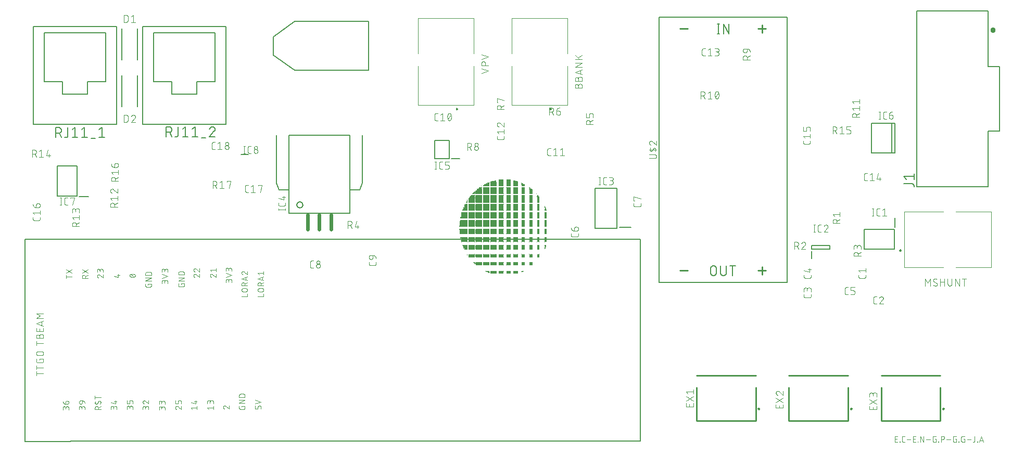
<source format=gbr>
G04 EAGLE Gerber RS-274X export*
G75*
%MOMM*%
%FSLAX34Y34*%
%LPD*%
%INSilkscreen Top*%
%IPPOS*%
%AMOC8*
5,1,8,0,0,1.08239X$1,22.5*%
G01*
%ADD10R,0.063500X0.063500*%
%ADD11R,0.952500X0.063500*%
%ADD12R,0.762000X0.063500*%
%ADD13R,0.695963X0.063500*%
%ADD14R,0.129537X0.063500*%
%ADD15R,0.256538X0.063500*%
%ADD16R,0.060963X0.063500*%
%ADD17R,0.383538X0.063500*%
%ADD18R,0.127000X0.063500*%
%ADD19R,0.571500X0.063500*%
%ADD20R,0.320038X0.063500*%
%ADD21R,0.698500X0.063500*%
%ADD22R,0.825500X0.063500*%
%ADD23R,0.955038X0.063500*%
%ADD24R,0.574037X0.063500*%
%ADD25R,0.505463X0.063500*%
%ADD26R,1.016000X0.063500*%
%ADD27R,0.193038X0.063500*%
%ADD28R,0.378463X0.063500*%
%ADD29R,0.066037X0.063500*%
%ADD30R,0.637537X0.063500*%
%ADD31R,0.187963X0.063500*%
%ADD32R,0.254000X0.063500*%
%ADD33R,0.828038X0.063500*%
%ADD34R,1.018538X0.063500*%
%ADD35R,0.314963X0.063500*%
%ADD36R,1.079500X0.063500*%
%ADD37R,1.143000X0.063500*%
%ADD38R,1.270000X0.063500*%
%ADD39R,1.336037X0.063500*%
%ADD40R,1.209037X0.063500*%
%ADD41R,0.889000X0.063500*%
%ADD42R,0.508000X0.063500*%
%ADD43R,0.444500X0.063500*%
%ADD44R,0.190500X0.063500*%
%ADD45R,0.317500X0.063500*%
%ADD46R,0.251463X0.063500*%
%ADD47R,0.381000X0.063500*%
%ADD48R,0.891538X0.063500*%
%ADD49R,0.441963X0.063500*%
%ADD50R,0.635000X0.063500*%
%ADD51R,0.510537X0.063500*%
%ADD52R,0.447038X0.063500*%
%ADD53R,0.632463X0.063500*%
%ADD54C,0.076200*%
%ADD55C,0.200000*%
%ADD56C,0.101600*%
%ADD57C,0.127000*%
%ADD58C,0.100000*%
%ADD59C,0.200000*%
%ADD60C,0.152400*%
%ADD61C,0.254000*%
%ADD62C,0.203200*%
%ADD63C,0.600000*%
%ADD64C,0.400000*%


D10*
X786143Y300355D03*
D11*
X769633Y300355D03*
D12*
X782015Y300355D03*
D13*
X794385Y300355D03*
D12*
X806145Y300355D03*
D10*
X786143Y300990D03*
D14*
X762318Y300990D03*
D11*
X769633Y300990D03*
D12*
X782015Y300990D03*
D13*
X794385Y300990D03*
D12*
X806145Y300990D03*
D10*
X786143Y301625D03*
D15*
X761683Y301625D03*
D11*
X769633Y301625D03*
D12*
X782015Y301625D03*
D13*
X794385Y301625D03*
D12*
X806145Y301625D03*
D16*
X758825Y302260D03*
D10*
X786143Y302260D03*
X816597Y302260D03*
D17*
X761048Y302260D03*
D11*
X769633Y302260D03*
D12*
X782015Y302260D03*
D13*
X794385Y302260D03*
D12*
X806145Y302260D03*
D18*
X815645Y302260D03*
D10*
X786143Y302895D03*
D19*
X760108Y302895D03*
D11*
X769633Y302895D03*
D12*
X782015Y302895D03*
D13*
X794385Y302895D03*
D12*
X806145Y302895D03*
D20*
X816610Y302895D03*
D10*
X819163Y303530D03*
D21*
X759473Y303530D03*
D11*
X769633Y303530D03*
D22*
X782333Y303530D03*
D13*
X794385Y303530D03*
D12*
X806145Y303530D03*
D17*
X816928Y303530D03*
D10*
X790588Y313690D03*
D23*
X746125Y313690D03*
X758190Y313690D03*
D11*
X769633Y313690D03*
D22*
X782333Y313690D03*
D13*
X794385Y313690D03*
D12*
X806145Y313690D03*
D24*
X817880Y313690D03*
D25*
X830263Y313690D03*
D10*
X786143Y314325D03*
D26*
X745820Y314325D03*
D23*
X758190Y314325D03*
D11*
X769633Y314325D03*
D12*
X782015Y314325D03*
D13*
X794385Y314325D03*
D12*
X806145Y314325D03*
D24*
X817880Y314325D03*
D25*
X830263Y314325D03*
D16*
X741045Y314960D03*
D10*
X786143Y314960D03*
D23*
X746125Y314960D03*
X758190Y314960D03*
D11*
X769633Y314960D03*
D12*
X782015Y314960D03*
D13*
X794385Y314960D03*
D12*
X806145Y314960D03*
D24*
X817880Y314960D03*
D25*
X830263Y314960D03*
D16*
X741045Y315595D03*
D10*
X786143Y315595D03*
X739153Y315595D03*
D23*
X746125Y315595D03*
X758190Y315595D03*
D11*
X769633Y315595D03*
D12*
X782015Y315595D03*
D13*
X794385Y315595D03*
D12*
X806145Y315595D03*
D24*
X817880Y315595D03*
D25*
X830263Y315595D03*
D16*
X741045Y316230D03*
D10*
X786143Y316230D03*
D18*
X738835Y316230D03*
D23*
X746125Y316230D03*
X758190Y316230D03*
D11*
X769633Y316230D03*
D12*
X782015Y316230D03*
D13*
X794385Y316230D03*
D12*
X806145Y316230D03*
D24*
X817880Y316230D03*
D25*
X830263Y316230D03*
D16*
X741045Y316865D03*
D10*
X786143Y316865D03*
D27*
X738505Y316865D03*
D23*
X746125Y316865D03*
X758190Y316865D03*
D11*
X769633Y316865D03*
D12*
X782015Y316865D03*
D13*
X794385Y316865D03*
D12*
X806145Y316865D03*
D24*
X817880Y316865D03*
D25*
X830263Y316865D03*
D15*
X738188Y317500D03*
D26*
X745820Y317500D03*
D23*
X758190Y317500D03*
D11*
X769633Y317500D03*
D22*
X782333Y317500D03*
D13*
X794385Y317500D03*
D12*
X806145Y317500D03*
D24*
X817880Y317500D03*
D25*
X830263Y317500D03*
D26*
X734390Y326390D03*
X745820Y326390D03*
D23*
X758190Y326390D03*
D11*
X769633Y326390D03*
D22*
X782333Y326390D03*
D13*
X794385Y326390D03*
D12*
X806145Y326390D03*
D24*
X817880Y326390D03*
D25*
X830263Y326390D03*
D28*
X842328Y326390D03*
D16*
X741045Y327025D03*
D10*
X786143Y327025D03*
D26*
X734390Y327025D03*
D23*
X746125Y327025D03*
X758190Y327025D03*
D11*
X769633Y327025D03*
D12*
X782015Y327025D03*
D13*
X794385Y327025D03*
D12*
X806145Y327025D03*
D24*
X817880Y327025D03*
D25*
X830263Y327025D03*
D28*
X842328Y327025D03*
D16*
X741045Y327660D03*
D10*
X786143Y327660D03*
D26*
X734390Y327660D03*
D23*
X746125Y327660D03*
X758190Y327660D03*
D11*
X769633Y327660D03*
D12*
X782015Y327660D03*
D13*
X794385Y327660D03*
D12*
X806145Y327660D03*
D24*
X817880Y327660D03*
D25*
X830263Y327660D03*
D28*
X842328Y327660D03*
D16*
X741045Y328295D03*
D10*
X786143Y328295D03*
D26*
X734390Y328295D03*
D23*
X746125Y328295D03*
X758190Y328295D03*
D11*
X769633Y328295D03*
D12*
X782015Y328295D03*
D13*
X794385Y328295D03*
D12*
X806145Y328295D03*
D24*
X817880Y328295D03*
D25*
X830263Y328295D03*
D28*
X842328Y328295D03*
D16*
X741045Y328930D03*
D10*
X786143Y328930D03*
D26*
X734390Y328930D03*
D23*
X746125Y328930D03*
X758190Y328930D03*
D11*
X769633Y328930D03*
D12*
X782015Y328930D03*
D13*
X794385Y328930D03*
D12*
X806145Y328930D03*
D24*
X817880Y328930D03*
D25*
X830263Y328930D03*
D28*
X842328Y328930D03*
D16*
X727710Y329565D03*
X741045Y329565D03*
D10*
X786143Y329565D03*
D26*
X734390Y329565D03*
D23*
X746125Y329565D03*
X758190Y329565D03*
D11*
X769633Y329565D03*
D12*
X782015Y329565D03*
D13*
X794385Y329565D03*
D12*
X806145Y329565D03*
D24*
X817880Y329565D03*
D25*
X830263Y329565D03*
D28*
X842328Y329565D03*
D16*
X741045Y330200D03*
D10*
X786143Y330200D03*
X727088Y330200D03*
D26*
X734390Y330200D03*
D23*
X746125Y330200D03*
X758190Y330200D03*
D11*
X769633Y330200D03*
D12*
X782015Y330200D03*
D13*
X794385Y330200D03*
D12*
X806145Y330200D03*
D24*
X817880Y330200D03*
D25*
X830263Y330200D03*
D28*
X842328Y330200D03*
D10*
X727088Y330835D03*
D26*
X734390Y330835D03*
X745820Y330835D03*
D23*
X758190Y330835D03*
D11*
X769633Y330835D03*
D22*
X782333Y330835D03*
D13*
X794385Y330835D03*
D12*
X806145Y330835D03*
D24*
X817880Y330835D03*
D25*
X830263Y330835D03*
D28*
X842328Y330835D03*
D10*
X739153Y331470D03*
D29*
X753745Y331470D03*
D10*
X765188Y331470D03*
X774078Y331470D03*
X797547Y331470D03*
X802653Y331470D03*
X809638Y331470D03*
X815327Y331470D03*
D16*
X828040Y331470D03*
D10*
X832472Y331470D03*
D16*
X843915Y331470D03*
X727710Y339090D03*
D10*
X790588Y339090D03*
D19*
X724548Y339090D03*
D26*
X734390Y339090D03*
X745820Y339090D03*
D23*
X758190Y339090D03*
D11*
X769633Y339090D03*
D22*
X782333Y339090D03*
D13*
X794385Y339090D03*
D12*
X806145Y339090D03*
D24*
X817880Y339090D03*
D25*
X830263Y339090D03*
D28*
X842328Y339090D03*
D16*
X741045Y339725D03*
D10*
X786143Y339725D03*
D19*
X724548Y339725D03*
D26*
X734390Y339725D03*
D23*
X746125Y339725D03*
X758190Y339725D03*
D11*
X769633Y339725D03*
D12*
X782015Y339725D03*
D13*
X794385Y339725D03*
D12*
X806145Y339725D03*
D24*
X817880Y339725D03*
D25*
X830263Y339725D03*
D28*
X842328Y339725D03*
D16*
X853440Y339725D03*
X741045Y340360D03*
D10*
X786143Y340360D03*
D19*
X724548Y340360D03*
D26*
X734390Y340360D03*
D23*
X746125Y340360D03*
X758190Y340360D03*
D11*
X769633Y340360D03*
D12*
X782015Y340360D03*
D13*
X794385Y340360D03*
D12*
X806145Y340360D03*
D24*
X817880Y340360D03*
D25*
X830263Y340360D03*
D28*
X842328Y340360D03*
D16*
X853440Y340360D03*
D29*
X721360Y340995D03*
D16*
X741045Y340995D03*
D10*
X786143Y340995D03*
D29*
X854075Y340995D03*
D19*
X724548Y340995D03*
D26*
X734390Y340995D03*
D23*
X746125Y340995D03*
X758190Y340995D03*
D11*
X769633Y340995D03*
D12*
X782015Y340995D03*
D13*
X794385Y340995D03*
D12*
X806145Y340995D03*
D24*
X817880Y340995D03*
D25*
X830263Y340995D03*
D28*
X842328Y340995D03*
D16*
X853440Y340995D03*
X741045Y341630D03*
D10*
X786143Y341630D03*
D30*
X724218Y341630D03*
D26*
X734390Y341630D03*
D23*
X746125Y341630D03*
X758190Y341630D03*
D11*
X769633Y341630D03*
D12*
X782015Y341630D03*
D13*
X794385Y341630D03*
D12*
X806145Y341630D03*
D24*
X817880Y341630D03*
D25*
X830263Y341630D03*
D28*
X842328Y341630D03*
D18*
X853770Y341630D03*
D16*
X741045Y342265D03*
D10*
X786143Y342265D03*
D30*
X724218Y342265D03*
D26*
X734390Y342265D03*
D23*
X746125Y342265D03*
X758190Y342265D03*
D11*
X769633Y342265D03*
D12*
X782015Y342265D03*
D13*
X794385Y342265D03*
D12*
X806145Y342265D03*
D24*
X817880Y342265D03*
D25*
X830263Y342265D03*
D28*
X842328Y342265D03*
D18*
X853770Y342265D03*
D16*
X741045Y342900D03*
D10*
X786143Y342900D03*
D21*
X723913Y342900D03*
D26*
X734390Y342900D03*
D23*
X746125Y342900D03*
X758190Y342900D03*
D11*
X769633Y342900D03*
D12*
X782015Y342900D03*
D13*
X794385Y342900D03*
D12*
X806145Y342900D03*
D24*
X817880Y342900D03*
D25*
X830263Y342900D03*
D28*
X842328Y342900D03*
D31*
X854075Y342900D03*
D16*
X741045Y343535D03*
D10*
X786143Y343535D03*
D21*
X723913Y343535D03*
D26*
X734390Y343535D03*
D23*
X746125Y343535D03*
X758190Y343535D03*
D11*
X769633Y343535D03*
D12*
X782015Y343535D03*
D13*
X794385Y343535D03*
D12*
X806145Y343535D03*
D24*
X817880Y343535D03*
D25*
X830263Y343535D03*
D28*
X842328Y343535D03*
D31*
X854075Y343535D03*
D16*
X741045Y344170D03*
D10*
X786143Y344170D03*
D12*
X723595Y344170D03*
D26*
X734390Y344170D03*
D23*
X746125Y344170D03*
X758190Y344170D03*
D11*
X769633Y344170D03*
D12*
X782015Y344170D03*
D13*
X794385Y344170D03*
D12*
X806145Y344170D03*
D24*
X817880Y344170D03*
D25*
X830263Y344170D03*
D28*
X842328Y344170D03*
D32*
X854405Y344170D03*
D16*
X741045Y344805D03*
D10*
X786143Y344805D03*
D12*
X723595Y344805D03*
D26*
X734390Y344805D03*
D23*
X746125Y344805D03*
X758190Y344805D03*
D11*
X769633Y344805D03*
D12*
X782015Y344805D03*
D13*
X794385Y344805D03*
D12*
X806145Y344805D03*
D24*
X817880Y344805D03*
D25*
X830263Y344805D03*
D28*
X842328Y344805D03*
D32*
X854405Y344805D03*
D16*
X727710Y345440D03*
D33*
X723265Y345440D03*
D26*
X734390Y345440D03*
X745820Y345440D03*
D23*
X758190Y345440D03*
D11*
X769633Y345440D03*
D22*
X782333Y345440D03*
D13*
X794385Y345440D03*
D12*
X806145Y345440D03*
D24*
X817880Y345440D03*
D25*
X830263Y345440D03*
D28*
X842328Y345440D03*
D32*
X854405Y345440D03*
D10*
X718198Y351155D03*
X727088Y351155D03*
D16*
X729615Y351155D03*
D10*
X741667Y351155D03*
X750583Y351155D03*
D29*
X753745Y351155D03*
X762000Y351155D03*
D10*
X765188Y351155D03*
X774078Y351155D03*
X778523Y351155D03*
D29*
X785495Y351155D03*
D10*
X791223Y351155D03*
X797547Y351155D03*
X820433Y351155D03*
X840753Y351155D03*
D16*
X843915Y351155D03*
X853440Y351155D03*
D10*
X739153Y351155D03*
X802653Y351155D03*
X809638Y351155D03*
X815327Y351155D03*
D16*
X828040Y351155D03*
D10*
X832472Y351155D03*
D34*
X722313Y351790D03*
D26*
X734390Y351790D03*
X745820Y351790D03*
D23*
X758190Y351790D03*
D11*
X769633Y351790D03*
D22*
X782333Y351790D03*
D13*
X794385Y351790D03*
D12*
X806145Y351790D03*
D24*
X817880Y351790D03*
D25*
X830263Y351790D03*
D28*
X842328Y351790D03*
D35*
X854710Y351790D03*
D16*
X741045Y352425D03*
D10*
X786143Y352425D03*
D34*
X722313Y352425D03*
D26*
X734390Y352425D03*
D23*
X746125Y352425D03*
X758190Y352425D03*
D11*
X769633Y352425D03*
D12*
X782015Y352425D03*
D13*
X794385Y352425D03*
D12*
X806145Y352425D03*
D24*
X817880Y352425D03*
D25*
X830263Y352425D03*
D28*
X842328Y352425D03*
D35*
X854710Y352425D03*
D16*
X716915Y353060D03*
X741045Y353060D03*
D10*
X786143Y353060D03*
D34*
X722313Y353060D03*
D26*
X734390Y353060D03*
D23*
X746125Y353060D03*
X758190Y353060D03*
D11*
X769633Y353060D03*
D12*
X782015Y353060D03*
D13*
X794385Y353060D03*
D12*
X806145Y353060D03*
D24*
X817880Y353060D03*
D25*
X830263Y353060D03*
D28*
X842328Y353060D03*
D35*
X854710Y353060D03*
D16*
X741045Y353695D03*
D10*
X786143Y353695D03*
D36*
X722008Y353695D03*
D26*
X734390Y353695D03*
D23*
X746125Y353695D03*
X758190Y353695D03*
D11*
X769633Y353695D03*
D12*
X782015Y353695D03*
D13*
X794385Y353695D03*
D12*
X806145Y353695D03*
D24*
X817880Y353695D03*
D25*
X830263Y353695D03*
D28*
X842328Y353695D03*
D35*
X854710Y353695D03*
D16*
X741045Y354330D03*
D10*
X786143Y354330D03*
D36*
X722008Y354330D03*
D26*
X734390Y354330D03*
D23*
X746125Y354330D03*
X758190Y354330D03*
D11*
X769633Y354330D03*
D12*
X782015Y354330D03*
D13*
X794385Y354330D03*
D12*
X806145Y354330D03*
D24*
X817880Y354330D03*
D25*
X830263Y354330D03*
D28*
X842328Y354330D03*
D35*
X854710Y354330D03*
D16*
X741045Y354965D03*
D10*
X786143Y354965D03*
D36*
X722008Y354965D03*
D26*
X734390Y354965D03*
D23*
X746125Y354965D03*
X758190Y354965D03*
D11*
X769633Y354965D03*
D12*
X782015Y354965D03*
D13*
X794385Y354965D03*
D12*
X806145Y354965D03*
D24*
X817880Y354965D03*
D25*
X830263Y354965D03*
D28*
X842328Y354965D03*
D35*
X854710Y354965D03*
D16*
X741045Y355600D03*
D10*
X786143Y355600D03*
D36*
X722008Y355600D03*
D26*
X734390Y355600D03*
D23*
X746125Y355600D03*
X758190Y355600D03*
D11*
X769633Y355600D03*
D12*
X782015Y355600D03*
D13*
X794385Y355600D03*
D12*
X806145Y355600D03*
D24*
X817880Y355600D03*
D25*
X830263Y355600D03*
D28*
X842328Y355600D03*
D35*
X854710Y355600D03*
D16*
X741045Y356235D03*
D10*
X786143Y356235D03*
D36*
X722008Y356235D03*
D26*
X734390Y356235D03*
D23*
X746125Y356235D03*
X758190Y356235D03*
D11*
X769633Y356235D03*
D12*
X782015Y356235D03*
D13*
X794385Y356235D03*
D12*
X806145Y356235D03*
D24*
X817880Y356235D03*
D25*
X830263Y356235D03*
D28*
X842328Y356235D03*
D35*
X854710Y356235D03*
D10*
X716293Y356870D03*
D16*
X741045Y356870D03*
D10*
X786143Y356870D03*
D36*
X722008Y356870D03*
D26*
X734390Y356870D03*
D23*
X746125Y356870D03*
X758190Y356870D03*
D11*
X769633Y356870D03*
D12*
X782015Y356870D03*
D13*
X794385Y356870D03*
D12*
X806145Y356870D03*
D24*
X817880Y356870D03*
D25*
X830263Y356870D03*
D28*
X842328Y356870D03*
D35*
X854710Y356870D03*
D16*
X741045Y357505D03*
D10*
X786143Y357505D03*
D37*
X721690Y357505D03*
D26*
X734390Y357505D03*
D23*
X746125Y357505D03*
X758190Y357505D03*
D11*
X769633Y357505D03*
D12*
X782015Y357505D03*
D13*
X794385Y357505D03*
D12*
X806145Y357505D03*
D24*
X817880Y357505D03*
D25*
X830263Y357505D03*
D28*
X842328Y357505D03*
D35*
X854710Y357505D03*
D16*
X741045Y358140D03*
D10*
X786143Y358140D03*
D37*
X721690Y358140D03*
D26*
X734390Y358140D03*
D23*
X746125Y358140D03*
X758190Y358140D03*
D11*
X769633Y358140D03*
D12*
X782015Y358140D03*
D13*
X794385Y358140D03*
D12*
X806145Y358140D03*
D24*
X817880Y358140D03*
D25*
X830263Y358140D03*
D28*
X842328Y358140D03*
D35*
X854710Y358140D03*
D37*
X721690Y358775D03*
D26*
X734390Y358775D03*
X745820Y358775D03*
D23*
X758190Y358775D03*
D11*
X769633Y358775D03*
D22*
X782333Y358775D03*
D13*
X794385Y358775D03*
D12*
X806145Y358775D03*
D24*
X817880Y358775D03*
D25*
X830263Y358775D03*
D28*
X842328Y358775D03*
D35*
X854710Y358775D03*
D16*
X727710Y364490D03*
D10*
X790588Y364490D03*
D38*
X721055Y364490D03*
D26*
X734390Y364490D03*
X745820Y364490D03*
D23*
X758190Y364490D03*
D11*
X769633Y364490D03*
D22*
X782333Y364490D03*
D13*
X794385Y364490D03*
D12*
X806145Y364490D03*
D24*
X817880Y364490D03*
D25*
X830263Y364490D03*
D28*
X842328Y364490D03*
D35*
X854710Y364490D03*
D16*
X741045Y365125D03*
D10*
X786143Y365125D03*
D38*
X721055Y365125D03*
D26*
X734390Y365125D03*
D23*
X746125Y365125D03*
X758190Y365125D03*
D11*
X769633Y365125D03*
D12*
X782015Y365125D03*
D13*
X794385Y365125D03*
D12*
X806145Y365125D03*
D24*
X817880Y365125D03*
D25*
X830263Y365125D03*
D28*
X842328Y365125D03*
D35*
X854710Y365125D03*
D16*
X741045Y365760D03*
D10*
X786143Y365760D03*
D38*
X721055Y365760D03*
D26*
X734390Y365760D03*
D23*
X746125Y365760D03*
X758190Y365760D03*
D11*
X769633Y365760D03*
D12*
X782015Y365760D03*
D13*
X794385Y365760D03*
D12*
X806145Y365760D03*
D24*
X817880Y365760D03*
D25*
X830263Y365760D03*
D28*
X842328Y365760D03*
D35*
X854710Y365760D03*
D16*
X741045Y366395D03*
D10*
X786143Y366395D03*
D38*
X721055Y366395D03*
D26*
X734390Y366395D03*
D23*
X746125Y366395D03*
X758190Y366395D03*
D11*
X769633Y366395D03*
D12*
X782015Y366395D03*
D13*
X794385Y366395D03*
D12*
X806145Y366395D03*
D24*
X817880Y366395D03*
D25*
X830263Y366395D03*
D28*
X842328Y366395D03*
D35*
X854710Y366395D03*
D16*
X741045Y367030D03*
D10*
X786143Y367030D03*
D38*
X721055Y367030D03*
D26*
X734390Y367030D03*
D23*
X746125Y367030D03*
X758190Y367030D03*
D11*
X769633Y367030D03*
D12*
X782015Y367030D03*
D13*
X794385Y367030D03*
D12*
X806145Y367030D03*
D24*
X817880Y367030D03*
D25*
X830263Y367030D03*
D28*
X842328Y367030D03*
D35*
X854710Y367030D03*
D16*
X741045Y367665D03*
D10*
X786143Y367665D03*
D38*
X721055Y367665D03*
D26*
X734390Y367665D03*
D23*
X746125Y367665D03*
X758190Y367665D03*
D11*
X769633Y367665D03*
D12*
X782015Y367665D03*
D13*
X794385Y367665D03*
D12*
X806145Y367665D03*
D24*
X817880Y367665D03*
D25*
X830263Y367665D03*
D28*
X842328Y367665D03*
D35*
X854710Y367665D03*
D16*
X741045Y368300D03*
D10*
X786143Y368300D03*
D38*
X721055Y368300D03*
D26*
X734390Y368300D03*
D23*
X746125Y368300D03*
X758190Y368300D03*
D11*
X769633Y368300D03*
D12*
X782015Y368300D03*
D13*
X794385Y368300D03*
D12*
X806145Y368300D03*
D24*
X817880Y368300D03*
D25*
X830263Y368300D03*
D28*
X842328Y368300D03*
D35*
X854710Y368300D03*
D16*
X741045Y368935D03*
D10*
X786143Y368935D03*
D38*
X721055Y368935D03*
D26*
X734390Y368935D03*
D23*
X746125Y368935D03*
X758190Y368935D03*
D11*
X769633Y368935D03*
D12*
X782015Y368935D03*
D13*
X794385Y368935D03*
D12*
X806145Y368935D03*
D24*
X817880Y368935D03*
D25*
X830263Y368935D03*
D28*
X842328Y368935D03*
D35*
X854710Y368935D03*
D16*
X741045Y369570D03*
D10*
X786143Y369570D03*
D38*
X721055Y369570D03*
D26*
X734390Y369570D03*
D23*
X746125Y369570D03*
X758190Y369570D03*
D11*
X769633Y369570D03*
D12*
X782015Y369570D03*
D13*
X794385Y369570D03*
D12*
X806145Y369570D03*
D24*
X817880Y369570D03*
D25*
X830263Y369570D03*
D28*
X842328Y369570D03*
D35*
X854710Y369570D03*
D16*
X741045Y370205D03*
D10*
X786143Y370205D03*
D38*
X721055Y370205D03*
D26*
X734390Y370205D03*
D23*
X746125Y370205D03*
X758190Y370205D03*
D11*
X769633Y370205D03*
D12*
X782015Y370205D03*
D13*
X794385Y370205D03*
D12*
X806145Y370205D03*
D24*
X817880Y370205D03*
D25*
X830263Y370205D03*
D28*
X842328Y370205D03*
D35*
X854710Y370205D03*
D16*
X741045Y370840D03*
D10*
X786143Y370840D03*
D38*
X721055Y370840D03*
D26*
X734390Y370840D03*
D23*
X746125Y370840D03*
X758190Y370840D03*
D11*
X769633Y370840D03*
D12*
X782015Y370840D03*
D13*
X794385Y370840D03*
D12*
X806145Y370840D03*
D24*
X817880Y370840D03*
D25*
X830263Y370840D03*
D28*
X842328Y370840D03*
D35*
X854710Y370840D03*
D16*
X741045Y371475D03*
D10*
X786143Y371475D03*
D39*
X720725Y371475D03*
D26*
X734390Y371475D03*
D23*
X746125Y371475D03*
X758190Y371475D03*
D11*
X769633Y371475D03*
D12*
X782015Y371475D03*
D13*
X794385Y371475D03*
D12*
X806145Y371475D03*
D24*
X817880Y371475D03*
D25*
X830263Y371475D03*
D28*
X842328Y371475D03*
D35*
X854710Y371475D03*
D39*
X720725Y372110D03*
D26*
X734390Y372110D03*
X745820Y372110D03*
D23*
X758190Y372110D03*
D11*
X769633Y372110D03*
D22*
X782333Y372110D03*
D13*
X794385Y372110D03*
D12*
X806145Y372110D03*
D24*
X817880Y372110D03*
D25*
X830263Y372110D03*
D28*
X842328Y372110D03*
D35*
X854710Y372110D03*
D39*
X720725Y376555D03*
D26*
X734390Y376555D03*
X745820Y376555D03*
D23*
X758190Y376555D03*
D11*
X769633Y376555D03*
D22*
X782333Y376555D03*
D13*
X794385Y376555D03*
D12*
X806145Y376555D03*
D24*
X817880Y376555D03*
D25*
X830263Y376555D03*
D28*
X842328Y376555D03*
D35*
X854710Y376555D03*
D16*
X741045Y377190D03*
D10*
X786143Y377190D03*
D39*
X720725Y377190D03*
D26*
X734390Y377190D03*
D23*
X746125Y377190D03*
X758190Y377190D03*
D11*
X769633Y377190D03*
D12*
X782015Y377190D03*
D13*
X794385Y377190D03*
D12*
X806145Y377190D03*
D24*
X817880Y377190D03*
D25*
X830263Y377190D03*
D28*
X842328Y377190D03*
D35*
X854710Y377190D03*
D16*
X741045Y377825D03*
D10*
X786143Y377825D03*
D38*
X721055Y377825D03*
D26*
X734390Y377825D03*
D23*
X746125Y377825D03*
X758190Y377825D03*
D11*
X769633Y377825D03*
D12*
X782015Y377825D03*
D13*
X794385Y377825D03*
D12*
X806145Y377825D03*
D24*
X817880Y377825D03*
D25*
X830263Y377825D03*
D28*
X842328Y377825D03*
D35*
X854710Y377825D03*
D16*
X741045Y378460D03*
D10*
X786143Y378460D03*
D38*
X721055Y378460D03*
D26*
X734390Y378460D03*
D23*
X746125Y378460D03*
X758190Y378460D03*
D11*
X769633Y378460D03*
D12*
X782015Y378460D03*
D13*
X794385Y378460D03*
D12*
X806145Y378460D03*
D24*
X817880Y378460D03*
D25*
X830263Y378460D03*
D28*
X842328Y378460D03*
D35*
X854710Y378460D03*
D16*
X741045Y379095D03*
D10*
X786143Y379095D03*
D38*
X721055Y379095D03*
D26*
X734390Y379095D03*
D23*
X746125Y379095D03*
X758190Y379095D03*
D11*
X769633Y379095D03*
D12*
X782015Y379095D03*
D13*
X794385Y379095D03*
D12*
X806145Y379095D03*
D24*
X817880Y379095D03*
D25*
X830263Y379095D03*
D28*
X842328Y379095D03*
D35*
X854710Y379095D03*
D16*
X741045Y379730D03*
D10*
X786143Y379730D03*
D38*
X721055Y379730D03*
D26*
X734390Y379730D03*
D23*
X746125Y379730D03*
X758190Y379730D03*
D11*
X769633Y379730D03*
D12*
X782015Y379730D03*
D13*
X794385Y379730D03*
D12*
X806145Y379730D03*
D24*
X817880Y379730D03*
D25*
X830263Y379730D03*
D28*
X842328Y379730D03*
D35*
X854710Y379730D03*
D16*
X741045Y380365D03*
D10*
X786143Y380365D03*
D38*
X721055Y380365D03*
D26*
X734390Y380365D03*
D23*
X746125Y380365D03*
X758190Y380365D03*
D11*
X769633Y380365D03*
D12*
X782015Y380365D03*
D13*
X794385Y380365D03*
D12*
X806145Y380365D03*
D24*
X817880Y380365D03*
D25*
X830263Y380365D03*
D28*
X842328Y380365D03*
D35*
X854710Y380365D03*
D16*
X741045Y381000D03*
D10*
X786143Y381000D03*
D38*
X721055Y381000D03*
D26*
X734390Y381000D03*
D23*
X746125Y381000D03*
X758190Y381000D03*
D11*
X769633Y381000D03*
D12*
X782015Y381000D03*
D13*
X794385Y381000D03*
D12*
X806145Y381000D03*
D24*
X817880Y381000D03*
D25*
X830263Y381000D03*
D28*
X842328Y381000D03*
D35*
X854710Y381000D03*
D16*
X741045Y381635D03*
D10*
X786143Y381635D03*
D38*
X721055Y381635D03*
D26*
X734390Y381635D03*
D23*
X746125Y381635D03*
X758190Y381635D03*
D11*
X769633Y381635D03*
D12*
X782015Y381635D03*
D13*
X794385Y381635D03*
D12*
X806145Y381635D03*
D24*
X817880Y381635D03*
D25*
X830263Y381635D03*
D28*
X842328Y381635D03*
D35*
X854710Y381635D03*
D16*
X741045Y382270D03*
D10*
X786143Y382270D03*
D38*
X721055Y382270D03*
D26*
X734390Y382270D03*
D23*
X746125Y382270D03*
X758190Y382270D03*
D11*
X769633Y382270D03*
D12*
X782015Y382270D03*
D13*
X794385Y382270D03*
D12*
X806145Y382270D03*
D24*
X817880Y382270D03*
D25*
X830263Y382270D03*
D28*
X842328Y382270D03*
D35*
X854710Y382270D03*
D16*
X741045Y382905D03*
D10*
X786143Y382905D03*
D38*
X721055Y382905D03*
D26*
X734390Y382905D03*
D23*
X746125Y382905D03*
X758190Y382905D03*
D11*
X769633Y382905D03*
D12*
X782015Y382905D03*
D13*
X794385Y382905D03*
D12*
X806145Y382905D03*
D24*
X817880Y382905D03*
D25*
X830263Y382905D03*
D28*
X842328Y382905D03*
D35*
X854710Y382905D03*
D16*
X741045Y383540D03*
D10*
X786143Y383540D03*
D38*
X721055Y383540D03*
D26*
X734390Y383540D03*
D23*
X746125Y383540D03*
X758190Y383540D03*
D11*
X769633Y383540D03*
D12*
X782015Y383540D03*
D13*
X794385Y383540D03*
D12*
X806145Y383540D03*
D24*
X817880Y383540D03*
D25*
X830263Y383540D03*
D28*
X842328Y383540D03*
D35*
X854710Y383540D03*
D16*
X741045Y384175D03*
D10*
X786143Y384175D03*
D38*
X721055Y384175D03*
D26*
X734390Y384175D03*
D23*
X746125Y384175D03*
X758190Y384175D03*
D11*
X769633Y384175D03*
D12*
X782015Y384175D03*
D13*
X794385Y384175D03*
D12*
X806145Y384175D03*
D24*
X817880Y384175D03*
D25*
X830263Y384175D03*
D28*
X842328Y384175D03*
D35*
X854710Y384175D03*
D16*
X741045Y384810D03*
D10*
X786143Y384810D03*
D38*
X721055Y384810D03*
D26*
X734390Y384810D03*
D23*
X746125Y384810D03*
X758190Y384810D03*
D11*
X769633Y384810D03*
D12*
X782015Y384810D03*
D13*
X794385Y384810D03*
D12*
X806145Y384810D03*
D24*
X817880Y384810D03*
D25*
X830263Y384810D03*
D28*
X842328Y384810D03*
D35*
X854710Y384810D03*
D10*
X786143Y385445D03*
D40*
X721360Y385445D03*
D26*
X734390Y385445D03*
X745820Y385445D03*
D23*
X758190Y385445D03*
D11*
X769633Y385445D03*
D12*
X782015Y385445D03*
D13*
X794385Y385445D03*
D12*
X806145Y385445D03*
D24*
X817880Y385445D03*
D25*
X830263Y385445D03*
D28*
X842328Y385445D03*
D35*
X854710Y385445D03*
D16*
X727710Y386080D03*
D40*
X721360Y386080D03*
D26*
X734390Y386080D03*
X745820Y386080D03*
D23*
X758190Y386080D03*
D11*
X769633Y386080D03*
D22*
X782333Y386080D03*
D13*
X794385Y386080D03*
D12*
X806145Y386080D03*
D24*
X817880Y386080D03*
D25*
X830263Y386080D03*
D28*
X842328Y386080D03*
D35*
X854710Y386080D03*
D16*
X727710Y389890D03*
D10*
X790588Y389890D03*
D37*
X721690Y389890D03*
D26*
X734390Y389890D03*
X745820Y389890D03*
D23*
X758190Y389890D03*
D11*
X769633Y389890D03*
D22*
X782333Y389890D03*
D13*
X794385Y389890D03*
D12*
X806145Y389890D03*
D24*
X817880Y389890D03*
D25*
X830263Y389890D03*
D28*
X842328Y389890D03*
D35*
X854710Y389890D03*
D16*
X741045Y390525D03*
D10*
X786143Y390525D03*
D37*
X721690Y390525D03*
D26*
X734390Y390525D03*
D23*
X746125Y390525D03*
X758190Y390525D03*
D11*
X769633Y390525D03*
D12*
X782015Y390525D03*
D13*
X794385Y390525D03*
D12*
X806145Y390525D03*
D24*
X817880Y390525D03*
D25*
X830263Y390525D03*
D28*
X842328Y390525D03*
D35*
X854710Y390525D03*
D16*
X741045Y391160D03*
D10*
X786143Y391160D03*
D37*
X721690Y391160D03*
D26*
X734390Y391160D03*
D23*
X746125Y391160D03*
X758190Y391160D03*
D11*
X769633Y391160D03*
D12*
X782015Y391160D03*
D13*
X794385Y391160D03*
D12*
X806145Y391160D03*
D24*
X817880Y391160D03*
D25*
X830263Y391160D03*
D28*
X842328Y391160D03*
D35*
X854710Y391160D03*
D10*
X716293Y391795D03*
D16*
X741045Y391795D03*
D10*
X786143Y391795D03*
D36*
X722008Y391795D03*
D26*
X734390Y391795D03*
D23*
X746125Y391795D03*
X758190Y391795D03*
D11*
X769633Y391795D03*
D12*
X782015Y391795D03*
D13*
X794385Y391795D03*
D12*
X806145Y391795D03*
D24*
X817880Y391795D03*
D25*
X830263Y391795D03*
D28*
X842328Y391795D03*
D35*
X854710Y391795D03*
D16*
X741045Y392430D03*
D10*
X786143Y392430D03*
D36*
X722008Y392430D03*
D26*
X734390Y392430D03*
D23*
X746125Y392430D03*
X758190Y392430D03*
D11*
X769633Y392430D03*
D12*
X782015Y392430D03*
D13*
X794385Y392430D03*
D12*
X806145Y392430D03*
D24*
X817880Y392430D03*
D25*
X830263Y392430D03*
D28*
X842328Y392430D03*
D35*
X854710Y392430D03*
D16*
X741045Y393065D03*
D10*
X786143Y393065D03*
D36*
X722008Y393065D03*
D26*
X734390Y393065D03*
D23*
X746125Y393065D03*
X758190Y393065D03*
D11*
X769633Y393065D03*
D12*
X782015Y393065D03*
D13*
X794385Y393065D03*
D12*
X806145Y393065D03*
D24*
X817880Y393065D03*
D25*
X830263Y393065D03*
D28*
X842328Y393065D03*
D35*
X854710Y393065D03*
D16*
X741045Y393700D03*
D10*
X786143Y393700D03*
D36*
X722008Y393700D03*
D26*
X734390Y393700D03*
D23*
X746125Y393700D03*
X758190Y393700D03*
D11*
X769633Y393700D03*
D12*
X782015Y393700D03*
D13*
X794385Y393700D03*
D12*
X806145Y393700D03*
D24*
X817880Y393700D03*
D25*
X830263Y393700D03*
D28*
X842328Y393700D03*
D35*
X854710Y393700D03*
D16*
X741045Y394335D03*
D10*
X786143Y394335D03*
D36*
X722008Y394335D03*
D26*
X734390Y394335D03*
D23*
X746125Y394335D03*
X758190Y394335D03*
D11*
X769633Y394335D03*
D12*
X782015Y394335D03*
D13*
X794385Y394335D03*
D12*
X806145Y394335D03*
D24*
X817880Y394335D03*
D25*
X830263Y394335D03*
D28*
X842328Y394335D03*
D35*
X854710Y394335D03*
D16*
X741045Y394970D03*
D10*
X786143Y394970D03*
D36*
X722008Y394970D03*
D26*
X734390Y394970D03*
D23*
X746125Y394970D03*
X758190Y394970D03*
D11*
X769633Y394970D03*
D12*
X782015Y394970D03*
D13*
X794385Y394970D03*
D12*
X806145Y394970D03*
D24*
X817880Y394970D03*
D25*
X830263Y394970D03*
D28*
X842328Y394970D03*
D35*
X854710Y394970D03*
D16*
X741045Y395605D03*
D10*
X786143Y395605D03*
D34*
X722313Y395605D03*
D26*
X734390Y395605D03*
D23*
X746125Y395605D03*
X758190Y395605D03*
D11*
X769633Y395605D03*
D12*
X782015Y395605D03*
D13*
X794385Y395605D03*
D12*
X806145Y395605D03*
D24*
X817880Y395605D03*
D25*
X830263Y395605D03*
D28*
X842328Y395605D03*
D35*
X854710Y395605D03*
D16*
X741045Y396240D03*
D10*
X786143Y396240D03*
D34*
X722313Y396240D03*
D26*
X734390Y396240D03*
D23*
X746125Y396240D03*
X758190Y396240D03*
D11*
X769633Y396240D03*
D12*
X782015Y396240D03*
D13*
X794385Y396240D03*
D12*
X806145Y396240D03*
D24*
X817880Y396240D03*
D25*
X830263Y396240D03*
D28*
X842328Y396240D03*
D35*
X854710Y396240D03*
D16*
X741045Y396875D03*
D10*
X786143Y396875D03*
D34*
X722313Y396875D03*
D26*
X734390Y396875D03*
D23*
X746125Y396875D03*
X758190Y396875D03*
D11*
X769633Y396875D03*
D12*
X782015Y396875D03*
D13*
X794385Y396875D03*
D12*
X806145Y396875D03*
D24*
X817880Y396875D03*
D25*
X830263Y396875D03*
D28*
X842328Y396875D03*
D35*
X854710Y396875D03*
D16*
X741045Y397510D03*
D10*
X786143Y397510D03*
D11*
X722643Y397510D03*
D26*
X734390Y397510D03*
D23*
X746125Y397510D03*
X758190Y397510D03*
D11*
X769633Y397510D03*
D12*
X782015Y397510D03*
D13*
X794385Y397510D03*
D12*
X806145Y397510D03*
D24*
X817880Y397510D03*
D25*
X830263Y397510D03*
D28*
X842328Y397510D03*
D35*
X854710Y397510D03*
D16*
X741045Y398145D03*
D10*
X786143Y398145D03*
D11*
X722643Y398145D03*
D26*
X734390Y398145D03*
D23*
X746125Y398145D03*
X758190Y398145D03*
D11*
X769633Y398145D03*
D12*
X782015Y398145D03*
D13*
X794385Y398145D03*
D12*
X806145Y398145D03*
D24*
X817880Y398145D03*
D25*
X830263Y398145D03*
D28*
X842328Y398145D03*
D35*
X854710Y398145D03*
D16*
X741045Y398780D03*
D10*
X786143Y398780D03*
D11*
X722643Y398780D03*
D26*
X734390Y398780D03*
D23*
X746125Y398780D03*
X758190Y398780D03*
D11*
X769633Y398780D03*
D12*
X782015Y398780D03*
D13*
X794385Y398780D03*
D12*
X806145Y398780D03*
D24*
X817880Y398780D03*
D25*
X830263Y398780D03*
D28*
X842328Y398780D03*
D35*
X854710Y398780D03*
D41*
X722960Y399415D03*
D26*
X734390Y399415D03*
X745820Y399415D03*
D23*
X758190Y399415D03*
D11*
X769633Y399415D03*
D22*
X782333Y399415D03*
D13*
X794385Y399415D03*
D12*
X806145Y399415D03*
D24*
X817880Y399415D03*
D25*
X830263Y399415D03*
D28*
X842328Y399415D03*
D35*
X854710Y399415D03*
D16*
X727710Y402590D03*
D10*
X790588Y402590D03*
D33*
X723265Y402590D03*
D26*
X734390Y402590D03*
X745820Y402590D03*
D23*
X758190Y402590D03*
D11*
X769633Y402590D03*
D22*
X782333Y402590D03*
D13*
X794385Y402590D03*
D12*
X806145Y402590D03*
D24*
X817880Y402590D03*
D25*
X830263Y402590D03*
D28*
X842328Y402590D03*
D35*
X854710Y402590D03*
D16*
X741045Y403225D03*
D10*
X786143Y403225D03*
D16*
X855980Y403225D03*
D33*
X723265Y403225D03*
D26*
X734390Y403225D03*
D23*
X746125Y403225D03*
X758190Y403225D03*
D11*
X769633Y403225D03*
D12*
X782015Y403225D03*
D13*
X794385Y403225D03*
D12*
X806145Y403225D03*
D24*
X817880Y403225D03*
D25*
X830263Y403225D03*
D28*
X842328Y403225D03*
D32*
X854405Y403225D03*
D16*
X741045Y403860D03*
D10*
X786143Y403860D03*
D12*
X723595Y403860D03*
D26*
X734390Y403860D03*
D23*
X746125Y403860D03*
X758190Y403860D03*
D11*
X769633Y403860D03*
D12*
X782015Y403860D03*
D13*
X794385Y403860D03*
D12*
X806145Y403860D03*
D24*
X817880Y403860D03*
D25*
X830263Y403860D03*
D28*
X842328Y403860D03*
D32*
X854405Y403860D03*
D16*
X741045Y404495D03*
D10*
X786143Y404495D03*
D12*
X723595Y404495D03*
D26*
X734390Y404495D03*
D23*
X746125Y404495D03*
X758190Y404495D03*
D11*
X769633Y404495D03*
D12*
X782015Y404495D03*
D13*
X794385Y404495D03*
D12*
X806145Y404495D03*
D24*
X817880Y404495D03*
D25*
X830263Y404495D03*
D28*
X842328Y404495D03*
D32*
X854405Y404495D03*
D16*
X741045Y405130D03*
D10*
X786143Y405130D03*
D21*
X723913Y405130D03*
D26*
X734390Y405130D03*
D23*
X746125Y405130D03*
X758190Y405130D03*
D11*
X769633Y405130D03*
D12*
X782015Y405130D03*
D13*
X794385Y405130D03*
D12*
X806145Y405130D03*
D24*
X817880Y405130D03*
D25*
X830263Y405130D03*
D28*
X842328Y405130D03*
D31*
X854075Y405130D03*
D16*
X741045Y405765D03*
D10*
X786143Y405765D03*
D21*
X723913Y405765D03*
D26*
X734390Y405765D03*
D23*
X746125Y405765D03*
X758190Y405765D03*
D11*
X769633Y405765D03*
D12*
X782015Y405765D03*
D13*
X794385Y405765D03*
D12*
X806145Y405765D03*
D24*
X817880Y405765D03*
D25*
X830263Y405765D03*
D28*
X842328Y405765D03*
D31*
X854075Y405765D03*
D16*
X741045Y406400D03*
D10*
X786143Y406400D03*
D30*
X724218Y406400D03*
D26*
X734390Y406400D03*
D23*
X746125Y406400D03*
X758190Y406400D03*
D11*
X769633Y406400D03*
D12*
X782015Y406400D03*
D13*
X794385Y406400D03*
D12*
X806145Y406400D03*
D24*
X817880Y406400D03*
D25*
X830263Y406400D03*
D28*
X842328Y406400D03*
D18*
X853770Y406400D03*
D16*
X741045Y407035D03*
D10*
X786143Y407035D03*
D30*
X724218Y407035D03*
D26*
X734390Y407035D03*
D23*
X746125Y407035D03*
X758190Y407035D03*
D11*
X769633Y407035D03*
D12*
X782015Y407035D03*
D13*
X794385Y407035D03*
D12*
X806145Y407035D03*
D24*
X817880Y407035D03*
D25*
X830263Y407035D03*
D28*
X842328Y407035D03*
D18*
X853770Y407035D03*
D29*
X721360Y407670D03*
D16*
X741045Y407670D03*
D10*
X786143Y407670D03*
D29*
X854075Y407670D03*
D19*
X724548Y407670D03*
D26*
X734390Y407670D03*
D23*
X746125Y407670D03*
X758190Y407670D03*
D11*
X769633Y407670D03*
D12*
X782015Y407670D03*
D13*
X794385Y407670D03*
D12*
X806145Y407670D03*
D24*
X817880Y407670D03*
D25*
X830263Y407670D03*
D28*
X842328Y407670D03*
D16*
X853440Y407670D03*
X741045Y408305D03*
D10*
X786143Y408305D03*
D19*
X724548Y408305D03*
D26*
X734390Y408305D03*
D23*
X746125Y408305D03*
X758190Y408305D03*
D11*
X769633Y408305D03*
D12*
X782015Y408305D03*
D13*
X794385Y408305D03*
D12*
X806145Y408305D03*
D24*
X817880Y408305D03*
D25*
X830263Y408305D03*
D28*
X842328Y408305D03*
D16*
X853440Y408305D03*
X741045Y408940D03*
D10*
X786143Y408940D03*
D19*
X724548Y408940D03*
D26*
X734390Y408940D03*
D23*
X746125Y408940D03*
X758190Y408940D03*
D11*
X769633Y408940D03*
D12*
X782015Y408940D03*
D13*
X794385Y408940D03*
D12*
X806145Y408940D03*
D24*
X817880Y408940D03*
D25*
X830263Y408940D03*
D28*
X842328Y408940D03*
D16*
X853440Y408940D03*
X741045Y409575D03*
D10*
X786143Y409575D03*
D42*
X724865Y409575D03*
D26*
X734390Y409575D03*
D23*
X746125Y409575D03*
X758190Y409575D03*
D11*
X769633Y409575D03*
D12*
X782015Y409575D03*
D13*
X794385Y409575D03*
D12*
X806145Y409575D03*
D24*
X817880Y409575D03*
D25*
X830263Y409575D03*
D28*
X842328Y409575D03*
D16*
X853440Y409575D03*
X741045Y410210D03*
D10*
X786143Y410210D03*
D42*
X724865Y410210D03*
D26*
X734390Y410210D03*
D23*
X746125Y410210D03*
X758190Y410210D03*
D11*
X769633Y410210D03*
D12*
X782015Y410210D03*
D13*
X794385Y410210D03*
D12*
X806145Y410210D03*
D24*
X817880Y410210D03*
D25*
X830263Y410210D03*
D28*
X842328Y410210D03*
D16*
X741045Y410845D03*
D10*
X786143Y410845D03*
D43*
X725183Y410845D03*
D26*
X734390Y410845D03*
D23*
X746125Y410845D03*
X758190Y410845D03*
D11*
X769633Y410845D03*
D12*
X782015Y410845D03*
D13*
X794385Y410845D03*
D12*
X806145Y410845D03*
D24*
X817880Y410845D03*
D25*
X830263Y410845D03*
D28*
X842328Y410845D03*
D16*
X741045Y411480D03*
D10*
X786143Y411480D03*
D43*
X725183Y411480D03*
D26*
X734390Y411480D03*
D23*
X746125Y411480D03*
X758190Y411480D03*
D11*
X769633Y411480D03*
D12*
X782015Y411480D03*
D13*
X794385Y411480D03*
D12*
X806145Y411480D03*
D24*
X817880Y411480D03*
D25*
X830263Y411480D03*
D28*
X842328Y411480D03*
D16*
X741045Y412115D03*
D10*
X786143Y412115D03*
D17*
X725488Y412115D03*
D26*
X734390Y412115D03*
D23*
X746125Y412115D03*
X758190Y412115D03*
D11*
X769633Y412115D03*
D12*
X782015Y412115D03*
D13*
X794385Y412115D03*
D12*
X806145Y412115D03*
D24*
X817880Y412115D03*
D25*
X830263Y412115D03*
D28*
X842328Y412115D03*
D17*
X725488Y412750D03*
D26*
X734390Y412750D03*
X745820Y412750D03*
D23*
X758190Y412750D03*
D11*
X769633Y412750D03*
D22*
X782333Y412750D03*
D13*
X794385Y412750D03*
D12*
X806145Y412750D03*
D24*
X817880Y412750D03*
D25*
X830263Y412750D03*
D28*
X842328Y412750D03*
D32*
X726135Y415290D03*
D26*
X734390Y415290D03*
X745820Y415290D03*
D23*
X758190Y415290D03*
D11*
X769633Y415290D03*
D22*
X782333Y415290D03*
D13*
X794385Y415290D03*
D12*
X806145Y415290D03*
D24*
X817880Y415290D03*
D25*
X830263Y415290D03*
D28*
X842328Y415290D03*
D16*
X741045Y415925D03*
D10*
X786143Y415925D03*
D44*
X726453Y415925D03*
D26*
X734390Y415925D03*
D23*
X746125Y415925D03*
X758190Y415925D03*
D11*
X769633Y415925D03*
D12*
X782015Y415925D03*
D13*
X794385Y415925D03*
D12*
X806145Y415925D03*
D24*
X817880Y415925D03*
D25*
X830263Y415925D03*
D28*
X842328Y415925D03*
D16*
X741045Y416560D03*
D10*
X786143Y416560D03*
D14*
X726758Y416560D03*
D26*
X734390Y416560D03*
D23*
X746125Y416560D03*
X758190Y416560D03*
D11*
X769633Y416560D03*
D12*
X782015Y416560D03*
D13*
X794385Y416560D03*
D12*
X806145Y416560D03*
D24*
X817880Y416560D03*
D25*
X830263Y416560D03*
D28*
X842328Y416560D03*
D16*
X741045Y417195D03*
D10*
X786143Y417195D03*
D14*
X726758Y417195D03*
D26*
X734390Y417195D03*
D23*
X746125Y417195D03*
X758190Y417195D03*
D11*
X769633Y417195D03*
D12*
X782015Y417195D03*
D13*
X794385Y417195D03*
D12*
X806145Y417195D03*
D24*
X817880Y417195D03*
D25*
X830263Y417195D03*
D28*
X842328Y417195D03*
D16*
X741045Y417830D03*
D10*
X786143Y417830D03*
X727088Y417830D03*
D26*
X734390Y417830D03*
D23*
X746125Y417830D03*
X758190Y417830D03*
D11*
X769633Y417830D03*
D12*
X782015Y417830D03*
D13*
X794385Y417830D03*
D12*
X806145Y417830D03*
D24*
X817880Y417830D03*
D25*
X830263Y417830D03*
D28*
X842328Y417830D03*
D16*
X741045Y418465D03*
D10*
X786143Y418465D03*
X727088Y418465D03*
D26*
X734390Y418465D03*
D23*
X746125Y418465D03*
X758190Y418465D03*
D11*
X769633Y418465D03*
D12*
X782015Y418465D03*
D13*
X794385Y418465D03*
D12*
X806145Y418465D03*
D24*
X817880Y418465D03*
D25*
X830263Y418465D03*
D28*
X842328Y418465D03*
D16*
X727710Y419100D03*
X741045Y419100D03*
D10*
X786143Y419100D03*
D26*
X734390Y419100D03*
D23*
X746125Y419100D03*
X758190Y419100D03*
D11*
X769633Y419100D03*
D12*
X782015Y419100D03*
D13*
X794385Y419100D03*
D12*
X806145Y419100D03*
D24*
X817880Y419100D03*
D25*
X830263Y419100D03*
D28*
X842328Y419100D03*
D16*
X741045Y419735D03*
D10*
X786143Y419735D03*
D26*
X734390Y419735D03*
D23*
X746125Y419735D03*
X758190Y419735D03*
D11*
X769633Y419735D03*
D12*
X782015Y419735D03*
D13*
X794385Y419735D03*
D12*
X806145Y419735D03*
D24*
X817880Y419735D03*
D25*
X830263Y419735D03*
D28*
X842328Y419735D03*
D16*
X741045Y420370D03*
D10*
X786143Y420370D03*
D26*
X734390Y420370D03*
D23*
X746125Y420370D03*
X758190Y420370D03*
D11*
X769633Y420370D03*
D12*
X782015Y420370D03*
D13*
X794385Y420370D03*
D12*
X806145Y420370D03*
D24*
X817880Y420370D03*
D25*
X830263Y420370D03*
D28*
X842328Y420370D03*
D16*
X741045Y421005D03*
D10*
X786143Y421005D03*
D26*
X734390Y421005D03*
D23*
X746125Y421005D03*
X758190Y421005D03*
D11*
X769633Y421005D03*
D12*
X782015Y421005D03*
D13*
X794385Y421005D03*
D12*
X806145Y421005D03*
D24*
X817880Y421005D03*
D25*
X830263Y421005D03*
D28*
X842328Y421005D03*
D16*
X741045Y421640D03*
D10*
X786143Y421640D03*
D26*
X734390Y421640D03*
D23*
X746125Y421640D03*
X758190Y421640D03*
D11*
X769633Y421640D03*
D12*
X782015Y421640D03*
D13*
X794385Y421640D03*
D12*
X806145Y421640D03*
D24*
X817880Y421640D03*
D25*
X830263Y421640D03*
D28*
X842328Y421640D03*
D16*
X741045Y422275D03*
D10*
X786143Y422275D03*
D26*
X734390Y422275D03*
D23*
X746125Y422275D03*
X758190Y422275D03*
D11*
X769633Y422275D03*
D12*
X782015Y422275D03*
D13*
X794385Y422275D03*
D12*
X806145Y422275D03*
D24*
X817880Y422275D03*
D25*
X830263Y422275D03*
D28*
X842328Y422275D03*
D16*
X741045Y422910D03*
D10*
X786143Y422910D03*
D23*
X734695Y422910D03*
X746125Y422910D03*
X758190Y422910D03*
D11*
X769633Y422910D03*
D12*
X782015Y422910D03*
D13*
X794385Y422910D03*
D12*
X806145Y422910D03*
D24*
X817880Y422910D03*
D25*
X830263Y422910D03*
D28*
X842328Y422910D03*
D16*
X741045Y423545D03*
D10*
X786143Y423545D03*
D41*
X735025Y423545D03*
D23*
X746125Y423545D03*
X758190Y423545D03*
D11*
X769633Y423545D03*
D12*
X782015Y423545D03*
D13*
X794385Y423545D03*
D12*
X806145Y423545D03*
D24*
X817880Y423545D03*
D25*
X830263Y423545D03*
D28*
X842328Y423545D03*
D16*
X741045Y424180D03*
D10*
X786143Y424180D03*
D22*
X735343Y424180D03*
D23*
X746125Y424180D03*
X758190Y424180D03*
D11*
X769633Y424180D03*
D12*
X782015Y424180D03*
D13*
X794385Y424180D03*
D12*
X806145Y424180D03*
D24*
X817880Y424180D03*
D25*
X830263Y424180D03*
D28*
X842328Y424180D03*
D16*
X741045Y424815D03*
D10*
X786143Y424815D03*
D16*
X843915Y424815D03*
D12*
X735660Y424815D03*
D23*
X746125Y424815D03*
X758190Y424815D03*
D11*
X769633Y424815D03*
D12*
X782015Y424815D03*
D13*
X794385Y424815D03*
D12*
X806145Y424815D03*
D24*
X817880Y424815D03*
D25*
X830263Y424815D03*
D45*
X842023Y424815D03*
D16*
X741045Y425450D03*
D10*
X786143Y425450D03*
D12*
X735660Y425450D03*
D23*
X746125Y425450D03*
X758190Y425450D03*
D11*
X769633Y425450D03*
D12*
X782015Y425450D03*
D13*
X794385Y425450D03*
D12*
X806145Y425450D03*
D24*
X817880Y425450D03*
D25*
X830263Y425450D03*
D45*
X842023Y425450D03*
D16*
X741045Y426085D03*
D10*
X786143Y426085D03*
D21*
X735978Y426085D03*
D23*
X746125Y426085D03*
X758190Y426085D03*
D11*
X769633Y426085D03*
D12*
X782015Y426085D03*
D13*
X794385Y426085D03*
D12*
X806145Y426085D03*
D24*
X817880Y426085D03*
D25*
X830263Y426085D03*
D46*
X841693Y426085D03*
D30*
X736283Y426720D03*
D26*
X745820Y426720D03*
D23*
X758190Y426720D03*
D11*
X769633Y426720D03*
D22*
X782333Y426720D03*
D13*
X794385Y426720D03*
D12*
X806145Y426720D03*
D24*
X817880Y426720D03*
D25*
X830263Y426720D03*
D44*
X841388Y426720D03*
D10*
X840118Y429260D03*
D43*
X737248Y429260D03*
D26*
X745820Y429260D03*
D23*
X758190Y429260D03*
D11*
X769633Y429260D03*
D22*
X782333Y429260D03*
D13*
X794385Y429260D03*
D12*
X806145Y429260D03*
D24*
X817880Y429260D03*
D25*
X830263Y429260D03*
D16*
X741045Y429895D03*
D10*
X786143Y429895D03*
D47*
X737565Y429895D03*
D23*
X746125Y429895D03*
X758190Y429895D03*
D11*
X769633Y429895D03*
D12*
X782015Y429895D03*
D13*
X794385Y429895D03*
D12*
X806145Y429895D03*
D24*
X817880Y429895D03*
D25*
X830263Y429895D03*
D16*
X741045Y430530D03*
D10*
X786143Y430530D03*
D45*
X737883Y430530D03*
D23*
X746125Y430530D03*
X758190Y430530D03*
D11*
X769633Y430530D03*
D12*
X782015Y430530D03*
D13*
X794385Y430530D03*
D12*
X806145Y430530D03*
D24*
X817880Y430530D03*
D25*
X830263Y430530D03*
D16*
X741045Y431165D03*
D10*
X786143Y431165D03*
D15*
X738188Y431165D03*
D23*
X746125Y431165D03*
X758190Y431165D03*
D11*
X769633Y431165D03*
D12*
X782015Y431165D03*
D13*
X794385Y431165D03*
D12*
X806145Y431165D03*
D24*
X817880Y431165D03*
D25*
X830263Y431165D03*
D16*
X741045Y431800D03*
D10*
X786143Y431800D03*
D27*
X738505Y431800D03*
D23*
X746125Y431800D03*
X758190Y431800D03*
D11*
X769633Y431800D03*
D12*
X782015Y431800D03*
D13*
X794385Y431800D03*
D12*
X806145Y431800D03*
D24*
X817880Y431800D03*
D25*
X830263Y431800D03*
D16*
X741045Y432435D03*
D10*
X786143Y432435D03*
D18*
X738835Y432435D03*
D23*
X746125Y432435D03*
X758190Y432435D03*
D11*
X769633Y432435D03*
D12*
X782015Y432435D03*
D13*
X794385Y432435D03*
D12*
X806145Y432435D03*
D24*
X817880Y432435D03*
D25*
X830263Y432435D03*
D16*
X741045Y433070D03*
D10*
X786143Y433070D03*
X739153Y433070D03*
D23*
X746125Y433070D03*
X758190Y433070D03*
D11*
X769633Y433070D03*
D12*
X782015Y433070D03*
D13*
X794385Y433070D03*
D12*
X806145Y433070D03*
D24*
X817880Y433070D03*
D25*
X830263Y433070D03*
D16*
X741045Y433705D03*
D10*
X786143Y433705D03*
D23*
X746125Y433705D03*
X758190Y433705D03*
D11*
X769633Y433705D03*
D12*
X782015Y433705D03*
D13*
X794385Y433705D03*
D12*
X806145Y433705D03*
D24*
X817880Y433705D03*
D25*
X830263Y433705D03*
D10*
X786143Y434340D03*
D26*
X745820Y434340D03*
D23*
X758190Y434340D03*
D11*
X769633Y434340D03*
D12*
X782015Y434340D03*
D13*
X794385Y434340D03*
D12*
X806145Y434340D03*
D24*
X817880Y434340D03*
D25*
X830263Y434340D03*
D10*
X786143Y434975D03*
D23*
X746125Y434975D03*
X758190Y434975D03*
D11*
X769633Y434975D03*
D12*
X782015Y434975D03*
D13*
X794385Y434975D03*
D12*
X806145Y434975D03*
D24*
X817880Y434975D03*
D25*
X830263Y434975D03*
D10*
X786143Y435610D03*
D48*
X746443Y435610D03*
D23*
X758190Y435610D03*
D11*
X769633Y435610D03*
D12*
X782015Y435610D03*
D13*
X794385Y435610D03*
D12*
X806145Y435610D03*
D24*
X817880Y435610D03*
D25*
X830263Y435610D03*
D10*
X786143Y436245D03*
D22*
X746773Y436245D03*
D23*
X758190Y436245D03*
D11*
X769633Y436245D03*
D12*
X782015Y436245D03*
D13*
X794385Y436245D03*
D12*
X806145Y436245D03*
D24*
X817880Y436245D03*
D25*
X830263Y436245D03*
D10*
X786143Y436880D03*
D12*
X747090Y436880D03*
D23*
X758190Y436880D03*
D11*
X769633Y436880D03*
D12*
X782015Y436880D03*
D13*
X794385Y436880D03*
D12*
X806145Y436880D03*
D24*
X817880Y436880D03*
D49*
X829945Y436880D03*
D10*
X744233Y437515D03*
X786143Y437515D03*
D50*
X747725Y437515D03*
D23*
X758190Y437515D03*
D11*
X769633Y437515D03*
D12*
X782015Y437515D03*
D13*
X794385Y437515D03*
D12*
X806145Y437515D03*
D24*
X817880Y437515D03*
D28*
X829628Y437515D03*
D10*
X786143Y438150D03*
D24*
X748030Y438150D03*
D23*
X758190Y438150D03*
D11*
X769633Y438150D03*
D12*
X782015Y438150D03*
D13*
X794385Y438150D03*
D12*
X806145Y438150D03*
D24*
X817880Y438150D03*
D46*
X828993Y438150D03*
D10*
X786143Y438785D03*
D51*
X748348Y438785D03*
D23*
X758190Y438785D03*
D11*
X769633Y438785D03*
D12*
X782015Y438785D03*
D13*
X794385Y438785D03*
D12*
X806145Y438785D03*
D24*
X817880Y438785D03*
D31*
X828675Y438785D03*
D10*
X746773Y439420D03*
X786143Y439420D03*
X828662Y439420D03*
D47*
X748995Y439420D03*
D23*
X758190Y439420D03*
D11*
X769633Y439420D03*
D12*
X782015Y439420D03*
D13*
X794385Y439420D03*
D12*
X806145Y439420D03*
D24*
X817880Y439420D03*
D16*
X828040Y439420D03*
D10*
X747408Y440055D03*
X790588Y440055D03*
D45*
X749313Y440055D03*
D23*
X758190Y440055D03*
D11*
X769633Y440055D03*
D22*
X782333Y440055D03*
D13*
X794385Y440055D03*
D12*
X806145Y440055D03*
D24*
X817880Y440055D03*
D16*
X828040Y440055D03*
D10*
X786143Y441960D03*
X750583Y441960D03*
D23*
X758190Y441960D03*
D11*
X769633Y441960D03*
D12*
X782015Y441960D03*
D13*
X794385Y441960D03*
D12*
X806145Y441960D03*
D24*
X817880Y441960D03*
D10*
X786143Y442595D03*
D23*
X758190Y442595D03*
D11*
X769633Y442595D03*
D12*
X782015Y442595D03*
D13*
X794385Y442595D03*
D12*
X806145Y442595D03*
D24*
X817880Y442595D03*
D10*
X786143Y443230D03*
D23*
X758190Y443230D03*
D11*
X769633Y443230D03*
D12*
X782015Y443230D03*
D13*
X794385Y443230D03*
D12*
X806145Y443230D03*
D24*
X817880Y443230D03*
D10*
X786143Y443865D03*
D41*
X758520Y443865D03*
D11*
X769633Y443865D03*
D12*
X782015Y443865D03*
D13*
X794385Y443865D03*
D12*
X806145Y443865D03*
D24*
X817880Y443865D03*
D10*
X786143Y444500D03*
D22*
X758838Y444500D03*
D11*
X769633Y444500D03*
D12*
X782015Y444500D03*
D13*
X794385Y444500D03*
D12*
X806145Y444500D03*
D24*
X817880Y444500D03*
D10*
X786143Y445135D03*
D21*
X759473Y445135D03*
D11*
X769633Y445135D03*
D12*
X782015Y445135D03*
D13*
X794385Y445135D03*
D12*
X806145Y445135D03*
D52*
X817245Y445135D03*
D10*
X757568Y445770D03*
X786143Y445770D03*
X817893Y445770D03*
D42*
X760425Y445770D03*
D11*
X769633Y445770D03*
D12*
X782015Y445770D03*
D13*
X794385Y445770D03*
D12*
X806145Y445770D03*
D15*
X816293Y445770D03*
D16*
X758825Y446405D03*
D10*
X786143Y446405D03*
D17*
X761048Y446405D03*
D11*
X769633Y446405D03*
D12*
X782015Y446405D03*
D13*
X794385Y446405D03*
D12*
X806145Y446405D03*
D44*
X815962Y446405D03*
D10*
X760082Y447040D03*
X786143Y447040D03*
D15*
X761683Y447040D03*
D11*
X769633Y447040D03*
D12*
X782015Y447040D03*
D13*
X794385Y447040D03*
D12*
X806145Y447040D03*
D10*
X815327Y447040D03*
X761352Y447675D03*
X786143Y447675D03*
D14*
X762318Y447675D03*
D11*
X769633Y447675D03*
D12*
X782015Y447675D03*
D13*
X794385Y447675D03*
D12*
X806145Y447675D03*
D10*
X786143Y448310D03*
D11*
X769633Y448310D03*
D12*
X782015Y448310D03*
D13*
X794385Y448310D03*
D12*
X806145Y448310D03*
D10*
X765188Y448945D03*
X786143Y448945D03*
D41*
X769950Y448945D03*
D12*
X782015Y448945D03*
D13*
X794385Y448945D03*
D12*
X806145Y448945D03*
D10*
X786143Y449580D03*
D12*
X770585Y449580D03*
X782015Y449580D03*
D13*
X794385Y449580D03*
D50*
X805510Y449580D03*
D10*
X786143Y450215D03*
D24*
X771525Y450215D03*
D12*
X782015Y450215D03*
D13*
X794385Y450215D03*
D43*
X804558Y450215D03*
D18*
X771855Y450850D03*
D10*
X786143Y450850D03*
D18*
X804240Y450850D03*
D44*
X773443Y450850D03*
D12*
X782015Y450850D03*
D13*
X794385Y450850D03*
D18*
X802970Y450850D03*
D10*
X786143Y451485D03*
D12*
X782015Y451485D03*
D13*
X794385Y451485D03*
D10*
X786143Y452120D03*
X797547Y452120D03*
D12*
X782015Y452120D03*
D53*
X794068Y452120D03*
D10*
X786143Y452755D03*
D29*
X785495Y452755D03*
D54*
X1422781Y25781D02*
X1426958Y25781D01*
X1422781Y25781D02*
X1422781Y35179D01*
X1426958Y35179D01*
X1425914Y31002D02*
X1422781Y31002D01*
X1429990Y26303D02*
X1429990Y25781D01*
X1429990Y26303D02*
X1430512Y26303D01*
X1430512Y25781D01*
X1429990Y25781D01*
X1436104Y25781D02*
X1438192Y25781D01*
X1436104Y25781D02*
X1436015Y25783D01*
X1435927Y25789D01*
X1435839Y25798D01*
X1435751Y25811D01*
X1435664Y25828D01*
X1435578Y25848D01*
X1435493Y25873D01*
X1435408Y25900D01*
X1435325Y25932D01*
X1435244Y25966D01*
X1435164Y26005D01*
X1435086Y26046D01*
X1435009Y26091D01*
X1434935Y26139D01*
X1434862Y26190D01*
X1434792Y26244D01*
X1434725Y26302D01*
X1434659Y26362D01*
X1434597Y26424D01*
X1434537Y26490D01*
X1434479Y26557D01*
X1434425Y26627D01*
X1434374Y26700D01*
X1434326Y26774D01*
X1434281Y26851D01*
X1434240Y26929D01*
X1434201Y27009D01*
X1434167Y27090D01*
X1434135Y27173D01*
X1434108Y27258D01*
X1434083Y27343D01*
X1434063Y27429D01*
X1434046Y27516D01*
X1434033Y27604D01*
X1434024Y27692D01*
X1434018Y27780D01*
X1434016Y27869D01*
X1434015Y27869D02*
X1434015Y33091D01*
X1434016Y33091D02*
X1434018Y33182D01*
X1434024Y33273D01*
X1434034Y33364D01*
X1434048Y33454D01*
X1434065Y33543D01*
X1434087Y33631D01*
X1434113Y33719D01*
X1434142Y33805D01*
X1434175Y33890D01*
X1434212Y33973D01*
X1434252Y34055D01*
X1434296Y34135D01*
X1434343Y34213D01*
X1434394Y34289D01*
X1434447Y34362D01*
X1434504Y34433D01*
X1434565Y34502D01*
X1434628Y34567D01*
X1434693Y34630D01*
X1434762Y34690D01*
X1434833Y34748D01*
X1434906Y34801D01*
X1434982Y34852D01*
X1435060Y34899D01*
X1435140Y34943D01*
X1435222Y34983D01*
X1435305Y35020D01*
X1435390Y35053D01*
X1435476Y35082D01*
X1435564Y35108D01*
X1435652Y35130D01*
X1435741Y35147D01*
X1435831Y35161D01*
X1435922Y35171D01*
X1436013Y35177D01*
X1436104Y35179D01*
X1438192Y35179D01*
X1441749Y29436D02*
X1448014Y29436D01*
X1452346Y25781D02*
X1456523Y25781D01*
X1452346Y25781D02*
X1452346Y35179D01*
X1456523Y35179D01*
X1455479Y31002D02*
X1452346Y31002D01*
X1459555Y26303D02*
X1459555Y25781D01*
X1459555Y26303D02*
X1460077Y26303D01*
X1460077Y25781D01*
X1459555Y25781D01*
X1463911Y25781D02*
X1463911Y35179D01*
X1469132Y25781D01*
X1469132Y35179D01*
X1473448Y29436D02*
X1479713Y29436D01*
X1487683Y31002D02*
X1489249Y31002D01*
X1489249Y25781D01*
X1486117Y25781D01*
X1486028Y25783D01*
X1485940Y25789D01*
X1485852Y25798D01*
X1485764Y25811D01*
X1485677Y25828D01*
X1485591Y25848D01*
X1485506Y25873D01*
X1485421Y25900D01*
X1485338Y25932D01*
X1485257Y25966D01*
X1485177Y26005D01*
X1485099Y26046D01*
X1485022Y26091D01*
X1484948Y26139D01*
X1484875Y26190D01*
X1484805Y26244D01*
X1484738Y26302D01*
X1484672Y26362D01*
X1484610Y26424D01*
X1484550Y26490D01*
X1484492Y26557D01*
X1484438Y26627D01*
X1484387Y26700D01*
X1484339Y26774D01*
X1484294Y26851D01*
X1484253Y26929D01*
X1484214Y27009D01*
X1484180Y27090D01*
X1484148Y27173D01*
X1484121Y27258D01*
X1484096Y27343D01*
X1484076Y27429D01*
X1484059Y27516D01*
X1484046Y27604D01*
X1484037Y27692D01*
X1484031Y27780D01*
X1484029Y27869D01*
X1484028Y27869D02*
X1484028Y33091D01*
X1484029Y33091D02*
X1484031Y33182D01*
X1484037Y33273D01*
X1484047Y33364D01*
X1484061Y33454D01*
X1484078Y33543D01*
X1484100Y33631D01*
X1484126Y33719D01*
X1484155Y33805D01*
X1484188Y33890D01*
X1484225Y33973D01*
X1484265Y34055D01*
X1484309Y34135D01*
X1484356Y34213D01*
X1484407Y34289D01*
X1484460Y34362D01*
X1484517Y34433D01*
X1484578Y34502D01*
X1484641Y34567D01*
X1484706Y34630D01*
X1484775Y34690D01*
X1484846Y34748D01*
X1484919Y34801D01*
X1484995Y34852D01*
X1485073Y34899D01*
X1485153Y34943D01*
X1485235Y34983D01*
X1485318Y35020D01*
X1485403Y35053D01*
X1485489Y35082D01*
X1485577Y35108D01*
X1485665Y35130D01*
X1485754Y35147D01*
X1485844Y35161D01*
X1485935Y35171D01*
X1486026Y35177D01*
X1486117Y35179D01*
X1489249Y35179D01*
X1493083Y26303D02*
X1493083Y25781D01*
X1493083Y26303D02*
X1493605Y26303D01*
X1493605Y25781D01*
X1493083Y25781D01*
X1497571Y25781D02*
X1497571Y35179D01*
X1500181Y35179D01*
X1500282Y35177D01*
X1500383Y35171D01*
X1500484Y35161D01*
X1500584Y35148D01*
X1500684Y35130D01*
X1500783Y35109D01*
X1500881Y35083D01*
X1500978Y35054D01*
X1501074Y35022D01*
X1501168Y34985D01*
X1501261Y34945D01*
X1501353Y34901D01*
X1501442Y34854D01*
X1501530Y34803D01*
X1501616Y34749D01*
X1501699Y34692D01*
X1501781Y34632D01*
X1501859Y34568D01*
X1501936Y34502D01*
X1502009Y34432D01*
X1502080Y34360D01*
X1502148Y34285D01*
X1502213Y34207D01*
X1502275Y34127D01*
X1502334Y34045D01*
X1502390Y33960D01*
X1502442Y33873D01*
X1502491Y33785D01*
X1502537Y33694D01*
X1502578Y33602D01*
X1502617Y33508D01*
X1502651Y33413D01*
X1502682Y33317D01*
X1502709Y33219D01*
X1502733Y33121D01*
X1502752Y33021D01*
X1502768Y32921D01*
X1502780Y32821D01*
X1502788Y32720D01*
X1502792Y32619D01*
X1502792Y32517D01*
X1502788Y32416D01*
X1502780Y32315D01*
X1502768Y32215D01*
X1502752Y32115D01*
X1502733Y32015D01*
X1502709Y31917D01*
X1502682Y31819D01*
X1502651Y31723D01*
X1502617Y31628D01*
X1502578Y31534D01*
X1502537Y31442D01*
X1502491Y31351D01*
X1502442Y31262D01*
X1502390Y31176D01*
X1502334Y31091D01*
X1502275Y31009D01*
X1502213Y30929D01*
X1502148Y30851D01*
X1502080Y30776D01*
X1502009Y30704D01*
X1501936Y30634D01*
X1501859Y30568D01*
X1501781Y30504D01*
X1501699Y30444D01*
X1501616Y30387D01*
X1501530Y30333D01*
X1501442Y30282D01*
X1501353Y30235D01*
X1501261Y30191D01*
X1501168Y30151D01*
X1501074Y30114D01*
X1500978Y30082D01*
X1500881Y30053D01*
X1500783Y30027D01*
X1500684Y30006D01*
X1500584Y29988D01*
X1500484Y29975D01*
X1500383Y29965D01*
X1500282Y29959D01*
X1500181Y29957D01*
X1500181Y29958D02*
X1497571Y29958D01*
X1506366Y29436D02*
X1512631Y29436D01*
X1520601Y31002D02*
X1522168Y31002D01*
X1522168Y25781D01*
X1519035Y25781D01*
X1518946Y25783D01*
X1518858Y25789D01*
X1518770Y25798D01*
X1518682Y25811D01*
X1518595Y25828D01*
X1518509Y25848D01*
X1518424Y25873D01*
X1518339Y25900D01*
X1518256Y25932D01*
X1518175Y25966D01*
X1518095Y26005D01*
X1518017Y26046D01*
X1517940Y26091D01*
X1517866Y26139D01*
X1517793Y26190D01*
X1517723Y26244D01*
X1517656Y26302D01*
X1517590Y26362D01*
X1517528Y26424D01*
X1517468Y26490D01*
X1517410Y26557D01*
X1517356Y26627D01*
X1517305Y26700D01*
X1517257Y26774D01*
X1517212Y26851D01*
X1517171Y26929D01*
X1517132Y27009D01*
X1517098Y27090D01*
X1517066Y27173D01*
X1517039Y27258D01*
X1517014Y27343D01*
X1516994Y27429D01*
X1516977Y27516D01*
X1516964Y27604D01*
X1516955Y27692D01*
X1516949Y27780D01*
X1516947Y27869D01*
X1516946Y27869D02*
X1516946Y33091D01*
X1516947Y33091D02*
X1516949Y33182D01*
X1516955Y33273D01*
X1516965Y33364D01*
X1516979Y33454D01*
X1516996Y33543D01*
X1517018Y33631D01*
X1517044Y33719D01*
X1517073Y33805D01*
X1517106Y33890D01*
X1517143Y33973D01*
X1517183Y34055D01*
X1517227Y34135D01*
X1517274Y34213D01*
X1517325Y34289D01*
X1517378Y34362D01*
X1517435Y34433D01*
X1517496Y34502D01*
X1517559Y34567D01*
X1517624Y34630D01*
X1517693Y34690D01*
X1517764Y34748D01*
X1517837Y34801D01*
X1517913Y34852D01*
X1517991Y34899D01*
X1518071Y34943D01*
X1518153Y34983D01*
X1518236Y35020D01*
X1518321Y35053D01*
X1518407Y35082D01*
X1518495Y35108D01*
X1518583Y35130D01*
X1518672Y35147D01*
X1518762Y35161D01*
X1518853Y35171D01*
X1518944Y35177D01*
X1519035Y35179D01*
X1522168Y35179D01*
X1526002Y26303D02*
X1526002Y25781D01*
X1526002Y26303D02*
X1526524Y26303D01*
X1526524Y25781D01*
X1526002Y25781D01*
X1534012Y31002D02*
X1535579Y31002D01*
X1535579Y25781D01*
X1532446Y25781D01*
X1532357Y25783D01*
X1532269Y25789D01*
X1532181Y25798D01*
X1532093Y25811D01*
X1532006Y25828D01*
X1531920Y25848D01*
X1531835Y25873D01*
X1531750Y25900D01*
X1531667Y25932D01*
X1531586Y25966D01*
X1531506Y26005D01*
X1531428Y26046D01*
X1531351Y26091D01*
X1531277Y26139D01*
X1531204Y26190D01*
X1531134Y26244D01*
X1531067Y26302D01*
X1531001Y26362D01*
X1530939Y26424D01*
X1530879Y26490D01*
X1530821Y26557D01*
X1530767Y26627D01*
X1530716Y26700D01*
X1530668Y26774D01*
X1530623Y26851D01*
X1530582Y26929D01*
X1530543Y27009D01*
X1530509Y27090D01*
X1530477Y27173D01*
X1530450Y27258D01*
X1530425Y27343D01*
X1530405Y27429D01*
X1530388Y27516D01*
X1530375Y27604D01*
X1530366Y27692D01*
X1530360Y27780D01*
X1530358Y27869D01*
X1530358Y33091D01*
X1530360Y33182D01*
X1530366Y33273D01*
X1530376Y33364D01*
X1530390Y33454D01*
X1530407Y33543D01*
X1530429Y33631D01*
X1530455Y33719D01*
X1530484Y33805D01*
X1530517Y33890D01*
X1530554Y33973D01*
X1530594Y34055D01*
X1530638Y34135D01*
X1530685Y34213D01*
X1530736Y34289D01*
X1530789Y34362D01*
X1530846Y34433D01*
X1530907Y34502D01*
X1530970Y34567D01*
X1531035Y34630D01*
X1531104Y34690D01*
X1531175Y34748D01*
X1531248Y34801D01*
X1531324Y34852D01*
X1531402Y34899D01*
X1531482Y34943D01*
X1531564Y34983D01*
X1531647Y35020D01*
X1531732Y35053D01*
X1531818Y35082D01*
X1531906Y35108D01*
X1531994Y35130D01*
X1532083Y35147D01*
X1532173Y35161D01*
X1532264Y35171D01*
X1532355Y35177D01*
X1532446Y35179D01*
X1535579Y35179D01*
X1539894Y29436D02*
X1546159Y29436D01*
X1552379Y27869D02*
X1552379Y35179D01*
X1552378Y27869D02*
X1552376Y27780D01*
X1552370Y27692D01*
X1552361Y27604D01*
X1552348Y27516D01*
X1552331Y27429D01*
X1552311Y27343D01*
X1552286Y27258D01*
X1552259Y27173D01*
X1552227Y27090D01*
X1552193Y27009D01*
X1552154Y26929D01*
X1552113Y26851D01*
X1552068Y26774D01*
X1552020Y26700D01*
X1551969Y26627D01*
X1551915Y26557D01*
X1551857Y26490D01*
X1551797Y26424D01*
X1551735Y26362D01*
X1551669Y26302D01*
X1551602Y26244D01*
X1551532Y26190D01*
X1551459Y26139D01*
X1551385Y26091D01*
X1551308Y26046D01*
X1551230Y26005D01*
X1551150Y25966D01*
X1551069Y25932D01*
X1550986Y25900D01*
X1550901Y25873D01*
X1550816Y25848D01*
X1550730Y25828D01*
X1550643Y25811D01*
X1550555Y25798D01*
X1550467Y25789D01*
X1550379Y25783D01*
X1550290Y25781D01*
X1549246Y25781D01*
X1556177Y25781D02*
X1556177Y26303D01*
X1556699Y26303D01*
X1556699Y25781D01*
X1556177Y25781D01*
X1559706Y25781D02*
X1562839Y35179D01*
X1565971Y25781D01*
X1565188Y28131D02*
X1560489Y28131D01*
D55*
X1421520Y339620D02*
X1421520Y371580D01*
X1421520Y339620D02*
X1372480Y339620D01*
X1372480Y371580D01*
X1421520Y371580D01*
X1422800Y375080D02*
X1422800Y390350D01*
D56*
X1386692Y394208D02*
X1386692Y405892D01*
X1385394Y394208D02*
X1387990Y394208D01*
X1387990Y405892D02*
X1385394Y405892D01*
X1395154Y394208D02*
X1397750Y394208D01*
X1395154Y394208D02*
X1395055Y394210D01*
X1394955Y394216D01*
X1394856Y394225D01*
X1394758Y394238D01*
X1394660Y394255D01*
X1394562Y394276D01*
X1394466Y394301D01*
X1394371Y394329D01*
X1394277Y394361D01*
X1394184Y394396D01*
X1394092Y394435D01*
X1394002Y394478D01*
X1393914Y394523D01*
X1393827Y394573D01*
X1393743Y394625D01*
X1393660Y394681D01*
X1393580Y394739D01*
X1393502Y394801D01*
X1393427Y394866D01*
X1393354Y394934D01*
X1393284Y395004D01*
X1393216Y395077D01*
X1393151Y395152D01*
X1393089Y395230D01*
X1393031Y395310D01*
X1392975Y395393D01*
X1392923Y395477D01*
X1392873Y395564D01*
X1392828Y395652D01*
X1392785Y395742D01*
X1392746Y395834D01*
X1392711Y395927D01*
X1392679Y396021D01*
X1392651Y396116D01*
X1392626Y396212D01*
X1392605Y396310D01*
X1392588Y396408D01*
X1392575Y396506D01*
X1392566Y396605D01*
X1392560Y396705D01*
X1392558Y396804D01*
X1392557Y396804D02*
X1392557Y403296D01*
X1392558Y403296D02*
X1392560Y403395D01*
X1392566Y403495D01*
X1392575Y403594D01*
X1392588Y403692D01*
X1392605Y403790D01*
X1392626Y403888D01*
X1392651Y403984D01*
X1392679Y404079D01*
X1392711Y404173D01*
X1392746Y404266D01*
X1392785Y404358D01*
X1392828Y404448D01*
X1392873Y404536D01*
X1392923Y404623D01*
X1392975Y404707D01*
X1393031Y404790D01*
X1393089Y404870D01*
X1393151Y404948D01*
X1393216Y405023D01*
X1393284Y405096D01*
X1393354Y405166D01*
X1393427Y405234D01*
X1393502Y405299D01*
X1393580Y405361D01*
X1393660Y405419D01*
X1393743Y405475D01*
X1393827Y405527D01*
X1393914Y405577D01*
X1394002Y405622D01*
X1394092Y405665D01*
X1394184Y405704D01*
X1394276Y405739D01*
X1394371Y405771D01*
X1394466Y405799D01*
X1394562Y405824D01*
X1394660Y405845D01*
X1394758Y405862D01*
X1394856Y405875D01*
X1394955Y405884D01*
X1395055Y405890D01*
X1395154Y405892D01*
X1397750Y405892D01*
X1402115Y403296D02*
X1405361Y405892D01*
X1405361Y394208D01*
X1408606Y394208D02*
X1402115Y394208D01*
D57*
X973000Y26950D02*
X81300Y26950D01*
X7300Y26850D02*
X7300Y355850D01*
X7300Y26850D02*
X81300Y26850D01*
X7300Y355850D02*
X1008600Y355850D01*
X1008600Y26950D02*
X972300Y26950D01*
X1008600Y26950D02*
X1008600Y355850D01*
D56*
X37592Y137104D02*
X25908Y137104D01*
X25908Y140349D02*
X25908Y133858D01*
X25908Y147010D02*
X37592Y147010D01*
X25908Y143764D02*
X25908Y150255D01*
X31101Y159357D02*
X31101Y161304D01*
X37592Y161304D01*
X37592Y157409D01*
X37590Y157310D01*
X37584Y157210D01*
X37575Y157111D01*
X37562Y157013D01*
X37545Y156915D01*
X37524Y156817D01*
X37499Y156721D01*
X37471Y156626D01*
X37439Y156532D01*
X37404Y156439D01*
X37365Y156347D01*
X37322Y156257D01*
X37277Y156169D01*
X37227Y156082D01*
X37175Y155998D01*
X37119Y155915D01*
X37061Y155835D01*
X36999Y155757D01*
X36934Y155682D01*
X36866Y155609D01*
X36796Y155539D01*
X36723Y155471D01*
X36648Y155406D01*
X36570Y155344D01*
X36490Y155286D01*
X36407Y155230D01*
X36323Y155178D01*
X36236Y155128D01*
X36148Y155083D01*
X36058Y155040D01*
X35966Y155001D01*
X35873Y154966D01*
X35779Y154934D01*
X35684Y154906D01*
X35588Y154881D01*
X35490Y154860D01*
X35392Y154843D01*
X35294Y154830D01*
X35195Y154821D01*
X35095Y154815D01*
X34996Y154813D01*
X28504Y154813D01*
X28504Y154812D02*
X28405Y154814D01*
X28305Y154820D01*
X28206Y154829D01*
X28108Y154842D01*
X28010Y154860D01*
X27912Y154880D01*
X27816Y154905D01*
X27720Y154933D01*
X27626Y154965D01*
X27533Y155000D01*
X27442Y155039D01*
X27352Y155082D01*
X27263Y155127D01*
X27177Y155177D01*
X27092Y155229D01*
X27010Y155285D01*
X26930Y155344D01*
X26852Y155405D01*
X26776Y155470D01*
X26703Y155538D01*
X26633Y155608D01*
X26565Y155681D01*
X26500Y155757D01*
X26439Y155835D01*
X26380Y155915D01*
X26324Y155997D01*
X26272Y156082D01*
X26223Y156168D01*
X26177Y156257D01*
X26134Y156347D01*
X26095Y156438D01*
X26060Y156531D01*
X26028Y156625D01*
X26000Y156721D01*
X25975Y156817D01*
X25955Y156915D01*
X25937Y157013D01*
X25924Y157111D01*
X25915Y157210D01*
X25909Y157309D01*
X25907Y157409D01*
X25908Y157409D02*
X25908Y161304D01*
X29154Y166624D02*
X34346Y166624D01*
X29154Y166623D02*
X29041Y166625D01*
X28928Y166631D01*
X28815Y166641D01*
X28702Y166655D01*
X28590Y166672D01*
X28479Y166694D01*
X28369Y166719D01*
X28259Y166749D01*
X28151Y166782D01*
X28044Y166819D01*
X27938Y166859D01*
X27834Y166904D01*
X27731Y166952D01*
X27630Y167003D01*
X27531Y167058D01*
X27434Y167116D01*
X27339Y167178D01*
X27246Y167243D01*
X27156Y167311D01*
X27068Y167382D01*
X26982Y167457D01*
X26899Y167534D01*
X26819Y167614D01*
X26742Y167697D01*
X26667Y167783D01*
X26596Y167871D01*
X26528Y167961D01*
X26463Y168054D01*
X26401Y168149D01*
X26343Y168246D01*
X26288Y168345D01*
X26237Y168446D01*
X26189Y168549D01*
X26144Y168653D01*
X26104Y168759D01*
X26067Y168866D01*
X26034Y168974D01*
X26004Y169084D01*
X25979Y169194D01*
X25957Y169305D01*
X25940Y169417D01*
X25926Y169530D01*
X25916Y169643D01*
X25910Y169756D01*
X25908Y169869D01*
X25910Y169982D01*
X25916Y170095D01*
X25926Y170208D01*
X25940Y170321D01*
X25957Y170433D01*
X25979Y170544D01*
X26004Y170654D01*
X26034Y170764D01*
X26067Y170872D01*
X26104Y170979D01*
X26144Y171085D01*
X26189Y171189D01*
X26237Y171292D01*
X26288Y171393D01*
X26343Y171492D01*
X26401Y171589D01*
X26463Y171684D01*
X26528Y171777D01*
X26596Y171867D01*
X26667Y171955D01*
X26742Y172041D01*
X26819Y172124D01*
X26899Y172204D01*
X26982Y172281D01*
X27068Y172356D01*
X27156Y172427D01*
X27246Y172495D01*
X27339Y172560D01*
X27434Y172622D01*
X27531Y172680D01*
X27630Y172735D01*
X27731Y172786D01*
X27834Y172834D01*
X27938Y172879D01*
X28044Y172919D01*
X28151Y172956D01*
X28259Y172989D01*
X28369Y173019D01*
X28479Y173044D01*
X28590Y173066D01*
X28702Y173083D01*
X28815Y173097D01*
X28928Y173107D01*
X29041Y173113D01*
X29154Y173115D01*
X34346Y173115D01*
X34459Y173113D01*
X34572Y173107D01*
X34685Y173097D01*
X34798Y173083D01*
X34910Y173066D01*
X35021Y173044D01*
X35131Y173019D01*
X35241Y172989D01*
X35349Y172956D01*
X35456Y172919D01*
X35562Y172879D01*
X35666Y172834D01*
X35769Y172786D01*
X35870Y172735D01*
X35969Y172680D01*
X36066Y172622D01*
X36161Y172560D01*
X36254Y172495D01*
X36344Y172427D01*
X36432Y172356D01*
X36518Y172281D01*
X36601Y172204D01*
X36681Y172124D01*
X36758Y172041D01*
X36833Y171955D01*
X36904Y171867D01*
X36972Y171777D01*
X37037Y171684D01*
X37099Y171589D01*
X37157Y171492D01*
X37212Y171393D01*
X37263Y171292D01*
X37311Y171189D01*
X37356Y171085D01*
X37396Y170979D01*
X37433Y170872D01*
X37466Y170764D01*
X37496Y170654D01*
X37521Y170544D01*
X37543Y170433D01*
X37560Y170321D01*
X37574Y170208D01*
X37584Y170095D01*
X37590Y169982D01*
X37592Y169869D01*
X37590Y169756D01*
X37584Y169643D01*
X37574Y169530D01*
X37560Y169417D01*
X37543Y169305D01*
X37521Y169194D01*
X37496Y169084D01*
X37466Y168974D01*
X37433Y168866D01*
X37396Y168759D01*
X37356Y168653D01*
X37311Y168549D01*
X37263Y168446D01*
X37212Y168345D01*
X37157Y168246D01*
X37099Y168149D01*
X37037Y168054D01*
X36972Y167961D01*
X36904Y167871D01*
X36833Y167783D01*
X36758Y167697D01*
X36681Y167614D01*
X36601Y167534D01*
X36518Y167457D01*
X36432Y167382D01*
X36344Y167311D01*
X36254Y167243D01*
X36161Y167178D01*
X36066Y167116D01*
X35969Y167058D01*
X35870Y167003D01*
X35769Y166952D01*
X35666Y166904D01*
X35562Y166859D01*
X35456Y166819D01*
X35349Y166782D01*
X35241Y166749D01*
X35131Y166719D01*
X35021Y166694D01*
X34910Y166672D01*
X34798Y166655D01*
X34685Y166641D01*
X34572Y166631D01*
X34459Y166625D01*
X34346Y166623D01*
X37592Y186633D02*
X25908Y186633D01*
X25908Y183388D02*
X25908Y189879D01*
X31101Y194606D02*
X31101Y197852D01*
X31100Y197852D02*
X31102Y197965D01*
X31108Y198078D01*
X31118Y198191D01*
X31132Y198304D01*
X31149Y198416D01*
X31171Y198527D01*
X31196Y198637D01*
X31226Y198747D01*
X31259Y198855D01*
X31296Y198962D01*
X31336Y199068D01*
X31381Y199172D01*
X31429Y199275D01*
X31480Y199376D01*
X31535Y199475D01*
X31593Y199572D01*
X31655Y199667D01*
X31720Y199760D01*
X31788Y199850D01*
X31859Y199938D01*
X31934Y200024D01*
X32011Y200107D01*
X32091Y200187D01*
X32174Y200264D01*
X32260Y200339D01*
X32348Y200410D01*
X32438Y200478D01*
X32531Y200543D01*
X32626Y200605D01*
X32723Y200663D01*
X32822Y200718D01*
X32923Y200769D01*
X33026Y200817D01*
X33130Y200862D01*
X33236Y200902D01*
X33343Y200939D01*
X33451Y200972D01*
X33561Y201002D01*
X33671Y201027D01*
X33782Y201049D01*
X33894Y201066D01*
X34007Y201080D01*
X34120Y201090D01*
X34233Y201096D01*
X34346Y201098D01*
X34459Y201096D01*
X34572Y201090D01*
X34685Y201080D01*
X34798Y201066D01*
X34910Y201049D01*
X35021Y201027D01*
X35131Y201002D01*
X35241Y200972D01*
X35349Y200939D01*
X35456Y200902D01*
X35562Y200862D01*
X35666Y200817D01*
X35769Y200769D01*
X35870Y200718D01*
X35969Y200663D01*
X36066Y200605D01*
X36161Y200543D01*
X36254Y200478D01*
X36344Y200410D01*
X36432Y200339D01*
X36518Y200264D01*
X36601Y200187D01*
X36681Y200107D01*
X36758Y200024D01*
X36833Y199938D01*
X36904Y199850D01*
X36972Y199760D01*
X37037Y199667D01*
X37099Y199572D01*
X37157Y199475D01*
X37212Y199376D01*
X37263Y199275D01*
X37311Y199172D01*
X37356Y199068D01*
X37396Y198962D01*
X37433Y198855D01*
X37466Y198747D01*
X37496Y198637D01*
X37521Y198527D01*
X37543Y198416D01*
X37560Y198304D01*
X37574Y198191D01*
X37584Y198078D01*
X37590Y197965D01*
X37592Y197852D01*
X37592Y194606D01*
X25908Y194606D01*
X25908Y197852D01*
X25910Y197953D01*
X25916Y198053D01*
X25926Y198153D01*
X25939Y198253D01*
X25957Y198352D01*
X25978Y198451D01*
X26003Y198548D01*
X26032Y198645D01*
X26065Y198740D01*
X26101Y198834D01*
X26141Y198926D01*
X26184Y199017D01*
X26231Y199106D01*
X26281Y199193D01*
X26335Y199279D01*
X26392Y199362D01*
X26452Y199442D01*
X26515Y199521D01*
X26582Y199597D01*
X26651Y199670D01*
X26723Y199740D01*
X26797Y199808D01*
X26874Y199873D01*
X26954Y199934D01*
X27036Y199993D01*
X27120Y200048D01*
X27206Y200100D01*
X27294Y200149D01*
X27384Y200194D01*
X27476Y200236D01*
X27569Y200274D01*
X27664Y200308D01*
X27759Y200339D01*
X27856Y200366D01*
X27954Y200389D01*
X28053Y200409D01*
X28153Y200424D01*
X28253Y200436D01*
X28353Y200444D01*
X28454Y200448D01*
X28554Y200448D01*
X28655Y200444D01*
X28755Y200436D01*
X28855Y200424D01*
X28955Y200409D01*
X29054Y200389D01*
X29152Y200366D01*
X29249Y200339D01*
X29344Y200308D01*
X29439Y200274D01*
X29532Y200236D01*
X29624Y200194D01*
X29714Y200149D01*
X29802Y200100D01*
X29888Y200048D01*
X29972Y199993D01*
X30054Y199934D01*
X30134Y199873D01*
X30211Y199808D01*
X30285Y199740D01*
X30357Y199670D01*
X30426Y199597D01*
X30493Y199521D01*
X30556Y199442D01*
X30616Y199362D01*
X30673Y199279D01*
X30727Y199193D01*
X30777Y199106D01*
X30824Y199017D01*
X30867Y198926D01*
X30907Y198834D01*
X30943Y198740D01*
X30976Y198645D01*
X31005Y198548D01*
X31030Y198451D01*
X31051Y198352D01*
X31069Y198253D01*
X31082Y198153D01*
X31092Y198053D01*
X31098Y197953D01*
X31100Y197852D01*
X37592Y205889D02*
X37592Y211082D01*
X37592Y205889D02*
X25908Y205889D01*
X25908Y211082D01*
X31101Y209784D02*
X31101Y205889D01*
X37592Y214743D02*
X25908Y218637D01*
X37592Y222532D01*
X34671Y221558D02*
X34671Y215716D01*
X37592Y227316D02*
X25908Y227316D01*
X32399Y231210D01*
X25908Y235105D01*
X37592Y235105D01*
D54*
X78816Y81097D02*
X78816Y78486D01*
X78817Y81097D02*
X78815Y81198D01*
X78809Y81299D01*
X78799Y81400D01*
X78786Y81500D01*
X78768Y81600D01*
X78747Y81699D01*
X78721Y81797D01*
X78692Y81894D01*
X78660Y81990D01*
X78623Y82084D01*
X78583Y82177D01*
X78539Y82269D01*
X78492Y82358D01*
X78441Y82446D01*
X78387Y82532D01*
X78330Y82615D01*
X78270Y82697D01*
X78206Y82775D01*
X78140Y82852D01*
X78070Y82925D01*
X77998Y82996D01*
X77923Y83064D01*
X77845Y83129D01*
X77765Y83191D01*
X77683Y83250D01*
X77598Y83306D01*
X77512Y83358D01*
X77423Y83407D01*
X77332Y83453D01*
X77240Y83494D01*
X77146Y83533D01*
X77051Y83567D01*
X76955Y83598D01*
X76857Y83625D01*
X76759Y83649D01*
X76659Y83668D01*
X76559Y83684D01*
X76459Y83696D01*
X76358Y83704D01*
X76257Y83708D01*
X76155Y83708D01*
X76054Y83704D01*
X75953Y83696D01*
X75853Y83684D01*
X75753Y83668D01*
X75653Y83649D01*
X75555Y83625D01*
X75457Y83598D01*
X75361Y83567D01*
X75266Y83533D01*
X75172Y83494D01*
X75080Y83453D01*
X74989Y83407D01*
X74901Y83358D01*
X74814Y83306D01*
X74729Y83250D01*
X74647Y83191D01*
X74567Y83129D01*
X74489Y83064D01*
X74414Y82996D01*
X74342Y82925D01*
X74272Y82852D01*
X74206Y82775D01*
X74142Y82697D01*
X74082Y82615D01*
X74025Y82532D01*
X73971Y82446D01*
X73920Y82358D01*
X73873Y82269D01*
X73829Y82177D01*
X73789Y82084D01*
X73752Y81990D01*
X73720Y81894D01*
X73691Y81797D01*
X73665Y81699D01*
X73644Y81600D01*
X73626Y81500D01*
X73613Y81400D01*
X73603Y81299D01*
X73597Y81198D01*
X73595Y81097D01*
X69418Y81619D02*
X69418Y78486D01*
X69419Y81619D02*
X69421Y81709D01*
X69427Y81798D01*
X69436Y81888D01*
X69450Y81977D01*
X69467Y82065D01*
X69488Y82152D01*
X69513Y82239D01*
X69542Y82324D01*
X69574Y82408D01*
X69609Y82490D01*
X69649Y82571D01*
X69691Y82650D01*
X69737Y82727D01*
X69787Y82802D01*
X69839Y82875D01*
X69895Y82946D01*
X69953Y83014D01*
X70015Y83079D01*
X70079Y83142D01*
X70146Y83202D01*
X70215Y83259D01*
X70287Y83313D01*
X70361Y83364D01*
X70437Y83412D01*
X70515Y83456D01*
X70595Y83497D01*
X70677Y83535D01*
X70760Y83569D01*
X70845Y83599D01*
X70931Y83626D01*
X71017Y83649D01*
X71105Y83668D01*
X71194Y83683D01*
X71283Y83695D01*
X71372Y83703D01*
X71462Y83707D01*
X71552Y83707D01*
X71642Y83703D01*
X71731Y83695D01*
X71820Y83683D01*
X71909Y83668D01*
X71997Y83649D01*
X72083Y83626D01*
X72169Y83599D01*
X72254Y83569D01*
X72337Y83535D01*
X72419Y83497D01*
X72499Y83456D01*
X72577Y83412D01*
X72653Y83364D01*
X72727Y83313D01*
X72799Y83259D01*
X72868Y83202D01*
X72935Y83142D01*
X72999Y83079D01*
X73061Y83014D01*
X73119Y82946D01*
X73175Y82875D01*
X73227Y82802D01*
X73277Y82727D01*
X73323Y82650D01*
X73365Y82571D01*
X73405Y82490D01*
X73440Y82408D01*
X73472Y82324D01*
X73501Y82239D01*
X73526Y82152D01*
X73547Y82065D01*
X73564Y81977D01*
X73578Y81888D01*
X73587Y81798D01*
X73593Y81709D01*
X73595Y81619D01*
X73595Y79530D01*
X73595Y87630D02*
X73595Y90763D01*
X73596Y90763D02*
X73598Y90852D01*
X73604Y90940D01*
X73613Y91028D01*
X73626Y91116D01*
X73643Y91203D01*
X73663Y91289D01*
X73688Y91374D01*
X73715Y91459D01*
X73747Y91542D01*
X73781Y91623D01*
X73820Y91703D01*
X73861Y91781D01*
X73906Y91858D01*
X73954Y91932D01*
X74005Y92005D01*
X74059Y92075D01*
X74117Y92142D01*
X74177Y92208D01*
X74239Y92270D01*
X74305Y92330D01*
X74372Y92388D01*
X74442Y92442D01*
X74515Y92493D01*
X74589Y92541D01*
X74666Y92586D01*
X74744Y92627D01*
X74824Y92666D01*
X74905Y92700D01*
X74988Y92732D01*
X75073Y92759D01*
X75158Y92784D01*
X75244Y92804D01*
X75331Y92821D01*
X75419Y92834D01*
X75507Y92843D01*
X75595Y92849D01*
X75684Y92851D01*
X76206Y92851D01*
X76206Y92852D02*
X76307Y92850D01*
X76408Y92844D01*
X76509Y92834D01*
X76609Y92821D01*
X76709Y92803D01*
X76808Y92782D01*
X76906Y92756D01*
X77003Y92727D01*
X77099Y92695D01*
X77193Y92658D01*
X77286Y92618D01*
X77378Y92574D01*
X77467Y92527D01*
X77555Y92476D01*
X77641Y92422D01*
X77724Y92365D01*
X77806Y92305D01*
X77884Y92241D01*
X77961Y92175D01*
X78034Y92105D01*
X78105Y92033D01*
X78173Y91958D01*
X78238Y91880D01*
X78300Y91800D01*
X78359Y91718D01*
X78415Y91633D01*
X78467Y91546D01*
X78516Y91458D01*
X78562Y91367D01*
X78603Y91275D01*
X78642Y91181D01*
X78676Y91086D01*
X78707Y90990D01*
X78734Y90892D01*
X78758Y90794D01*
X78777Y90694D01*
X78793Y90594D01*
X78805Y90494D01*
X78813Y90393D01*
X78817Y90292D01*
X78817Y90190D01*
X78813Y90089D01*
X78805Y89988D01*
X78793Y89888D01*
X78777Y89788D01*
X78758Y89688D01*
X78734Y89590D01*
X78707Y89492D01*
X78676Y89396D01*
X78642Y89301D01*
X78603Y89207D01*
X78562Y89115D01*
X78516Y89024D01*
X78467Y88935D01*
X78415Y88849D01*
X78359Y88764D01*
X78300Y88682D01*
X78238Y88602D01*
X78173Y88524D01*
X78105Y88449D01*
X78034Y88377D01*
X77961Y88307D01*
X77884Y88241D01*
X77806Y88177D01*
X77724Y88117D01*
X77641Y88060D01*
X77555Y88006D01*
X77467Y87955D01*
X77378Y87908D01*
X77286Y87864D01*
X77193Y87824D01*
X77099Y87787D01*
X77003Y87755D01*
X76906Y87726D01*
X76808Y87700D01*
X76709Y87679D01*
X76609Y87661D01*
X76509Y87648D01*
X76408Y87638D01*
X76307Y87632D01*
X76206Y87630D01*
X73595Y87630D01*
X73466Y87632D01*
X73338Y87638D01*
X73210Y87648D01*
X73082Y87662D01*
X72954Y87679D01*
X72827Y87701D01*
X72701Y87727D01*
X72576Y87756D01*
X72452Y87789D01*
X72329Y87827D01*
X72207Y87867D01*
X72086Y87912D01*
X71967Y87960D01*
X71849Y88012D01*
X71733Y88068D01*
X71619Y88127D01*
X71507Y88190D01*
X71396Y88256D01*
X71288Y88325D01*
X71182Y88398D01*
X71078Y88474D01*
X70976Y88553D01*
X70877Y88635D01*
X70781Y88720D01*
X70687Y88808D01*
X70596Y88899D01*
X70508Y88993D01*
X70423Y89089D01*
X70341Y89188D01*
X70262Y89290D01*
X70186Y89394D01*
X70113Y89500D01*
X70044Y89608D01*
X69978Y89718D01*
X69915Y89831D01*
X69856Y89945D01*
X69800Y90061D01*
X69748Y90179D01*
X69700Y90298D01*
X69655Y90419D01*
X69615Y90541D01*
X69577Y90664D01*
X69544Y90788D01*
X69515Y90913D01*
X69489Y91039D01*
X69467Y91166D01*
X69450Y91294D01*
X69436Y91422D01*
X69426Y91550D01*
X69420Y91678D01*
X69418Y91807D01*
X104877Y81224D02*
X104877Y78613D01*
X104877Y81224D02*
X104875Y81325D01*
X104869Y81426D01*
X104859Y81527D01*
X104846Y81627D01*
X104828Y81727D01*
X104807Y81826D01*
X104781Y81924D01*
X104752Y82021D01*
X104720Y82117D01*
X104683Y82211D01*
X104643Y82304D01*
X104599Y82396D01*
X104552Y82485D01*
X104501Y82573D01*
X104447Y82659D01*
X104390Y82742D01*
X104330Y82824D01*
X104266Y82902D01*
X104200Y82979D01*
X104130Y83052D01*
X104058Y83123D01*
X103983Y83191D01*
X103905Y83256D01*
X103825Y83318D01*
X103743Y83377D01*
X103658Y83433D01*
X103572Y83485D01*
X103483Y83534D01*
X103392Y83580D01*
X103300Y83621D01*
X103206Y83660D01*
X103111Y83694D01*
X103015Y83725D01*
X102917Y83752D01*
X102819Y83776D01*
X102719Y83795D01*
X102619Y83811D01*
X102519Y83823D01*
X102418Y83831D01*
X102317Y83835D01*
X102215Y83835D01*
X102114Y83831D01*
X102013Y83823D01*
X101913Y83811D01*
X101813Y83795D01*
X101713Y83776D01*
X101615Y83752D01*
X101517Y83725D01*
X101421Y83694D01*
X101326Y83660D01*
X101232Y83621D01*
X101140Y83580D01*
X101049Y83534D01*
X100961Y83485D01*
X100874Y83433D01*
X100789Y83377D01*
X100707Y83318D01*
X100627Y83256D01*
X100549Y83191D01*
X100474Y83123D01*
X100402Y83052D01*
X100332Y82979D01*
X100266Y82902D01*
X100202Y82824D01*
X100142Y82742D01*
X100085Y82659D01*
X100031Y82573D01*
X99980Y82485D01*
X99933Y82396D01*
X99889Y82304D01*
X99849Y82211D01*
X99812Y82117D01*
X99780Y82021D01*
X99751Y81924D01*
X99725Y81826D01*
X99704Y81727D01*
X99686Y81627D01*
X99673Y81527D01*
X99663Y81426D01*
X99657Y81325D01*
X99655Y81224D01*
X95479Y81746D02*
X95479Y78613D01*
X95479Y81746D02*
X95481Y81836D01*
X95487Y81925D01*
X95496Y82015D01*
X95510Y82104D01*
X95527Y82192D01*
X95548Y82279D01*
X95573Y82366D01*
X95602Y82451D01*
X95634Y82535D01*
X95669Y82617D01*
X95709Y82698D01*
X95751Y82777D01*
X95797Y82854D01*
X95847Y82929D01*
X95899Y83002D01*
X95955Y83073D01*
X96013Y83141D01*
X96075Y83206D01*
X96139Y83269D01*
X96206Y83329D01*
X96275Y83386D01*
X96347Y83440D01*
X96421Y83491D01*
X96497Y83539D01*
X96575Y83583D01*
X96655Y83624D01*
X96737Y83662D01*
X96820Y83696D01*
X96905Y83726D01*
X96991Y83753D01*
X97077Y83776D01*
X97165Y83795D01*
X97254Y83810D01*
X97343Y83822D01*
X97432Y83830D01*
X97522Y83834D01*
X97612Y83834D01*
X97702Y83830D01*
X97791Y83822D01*
X97880Y83810D01*
X97969Y83795D01*
X98057Y83776D01*
X98143Y83753D01*
X98229Y83726D01*
X98314Y83696D01*
X98397Y83662D01*
X98479Y83624D01*
X98559Y83583D01*
X98637Y83539D01*
X98713Y83491D01*
X98787Y83440D01*
X98859Y83386D01*
X98928Y83329D01*
X98995Y83269D01*
X99059Y83206D01*
X99121Y83141D01*
X99179Y83073D01*
X99235Y83002D01*
X99287Y82929D01*
X99337Y82854D01*
X99383Y82777D01*
X99425Y82698D01*
X99465Y82617D01*
X99500Y82535D01*
X99532Y82451D01*
X99561Y82366D01*
X99586Y82279D01*
X99607Y82192D01*
X99624Y82104D01*
X99638Y82015D01*
X99647Y81925D01*
X99653Y81836D01*
X99655Y81746D01*
X99656Y81746D02*
X99656Y79657D01*
X100700Y89845D02*
X100700Y92978D01*
X100699Y89845D02*
X100697Y89756D01*
X100691Y89668D01*
X100682Y89580D01*
X100669Y89492D01*
X100652Y89405D01*
X100632Y89319D01*
X100607Y89234D01*
X100580Y89149D01*
X100548Y89066D01*
X100514Y88985D01*
X100475Y88905D01*
X100434Y88827D01*
X100389Y88750D01*
X100341Y88676D01*
X100290Y88603D01*
X100236Y88533D01*
X100178Y88466D01*
X100118Y88400D01*
X100056Y88338D01*
X99990Y88278D01*
X99923Y88220D01*
X99853Y88166D01*
X99780Y88115D01*
X99706Y88067D01*
X99629Y88022D01*
X99551Y87981D01*
X99471Y87942D01*
X99390Y87908D01*
X99307Y87876D01*
X99222Y87849D01*
X99137Y87824D01*
X99051Y87804D01*
X98964Y87787D01*
X98876Y87774D01*
X98788Y87765D01*
X98700Y87759D01*
X98611Y87757D01*
X98089Y87757D01*
X97988Y87759D01*
X97887Y87765D01*
X97786Y87775D01*
X97686Y87788D01*
X97586Y87806D01*
X97487Y87827D01*
X97389Y87853D01*
X97292Y87882D01*
X97196Y87914D01*
X97102Y87951D01*
X97009Y87991D01*
X96917Y88035D01*
X96828Y88082D01*
X96740Y88133D01*
X96654Y88187D01*
X96571Y88244D01*
X96489Y88304D01*
X96411Y88368D01*
X96334Y88434D01*
X96261Y88504D01*
X96190Y88576D01*
X96122Y88651D01*
X96057Y88729D01*
X95995Y88809D01*
X95936Y88891D01*
X95880Y88976D01*
X95828Y89063D01*
X95779Y89151D01*
X95733Y89242D01*
X95692Y89334D01*
X95653Y89428D01*
X95619Y89523D01*
X95588Y89619D01*
X95561Y89717D01*
X95537Y89815D01*
X95518Y89915D01*
X95502Y90015D01*
X95490Y90115D01*
X95482Y90216D01*
X95478Y90317D01*
X95478Y90419D01*
X95482Y90520D01*
X95490Y90621D01*
X95502Y90721D01*
X95518Y90821D01*
X95537Y90921D01*
X95561Y91019D01*
X95588Y91117D01*
X95619Y91213D01*
X95653Y91308D01*
X95692Y91402D01*
X95733Y91494D01*
X95779Y91585D01*
X95828Y91674D01*
X95880Y91760D01*
X95936Y91845D01*
X95995Y91927D01*
X96057Y92007D01*
X96122Y92085D01*
X96190Y92160D01*
X96261Y92232D01*
X96334Y92302D01*
X96411Y92368D01*
X96489Y92432D01*
X96571Y92492D01*
X96654Y92549D01*
X96740Y92603D01*
X96828Y92654D01*
X96917Y92701D01*
X97009Y92745D01*
X97102Y92785D01*
X97196Y92822D01*
X97292Y92854D01*
X97389Y92883D01*
X97487Y92909D01*
X97586Y92930D01*
X97686Y92948D01*
X97786Y92961D01*
X97887Y92971D01*
X97988Y92977D01*
X98089Y92979D01*
X98089Y92978D02*
X100700Y92978D01*
X100826Y92976D01*
X100952Y92970D01*
X101078Y92961D01*
X101203Y92948D01*
X101328Y92930D01*
X101453Y92910D01*
X101577Y92885D01*
X101700Y92857D01*
X101822Y92825D01*
X101943Y92789D01*
X102063Y92750D01*
X102181Y92707D01*
X102298Y92660D01*
X102414Y92610D01*
X102529Y92556D01*
X102641Y92500D01*
X102752Y92439D01*
X102861Y92376D01*
X102968Y92309D01*
X103073Y92239D01*
X103176Y92165D01*
X103276Y92089D01*
X103374Y92010D01*
X103470Y91928D01*
X103563Y91842D01*
X103654Y91755D01*
X103741Y91664D01*
X103827Y91571D01*
X103909Y91475D01*
X103988Y91377D01*
X104064Y91277D01*
X104138Y91174D01*
X104208Y91069D01*
X104275Y90962D01*
X104338Y90853D01*
X104399Y90742D01*
X104455Y90630D01*
X104509Y90515D01*
X104559Y90399D01*
X104606Y90282D01*
X104649Y90164D01*
X104688Y90044D01*
X104724Y89923D01*
X104756Y89801D01*
X104784Y89678D01*
X104809Y89554D01*
X104829Y89429D01*
X104847Y89304D01*
X104860Y89179D01*
X104869Y89053D01*
X104875Y88927D01*
X104877Y88801D01*
X121488Y78588D02*
X130886Y78588D01*
X121488Y78588D02*
X121488Y81198D01*
X121490Y81299D01*
X121496Y81400D01*
X121506Y81501D01*
X121519Y81601D01*
X121537Y81701D01*
X121558Y81800D01*
X121584Y81898D01*
X121613Y81995D01*
X121645Y82091D01*
X121682Y82185D01*
X121722Y82278D01*
X121766Y82370D01*
X121813Y82459D01*
X121864Y82547D01*
X121918Y82633D01*
X121975Y82716D01*
X122035Y82798D01*
X122099Y82876D01*
X122165Y82953D01*
X122235Y83026D01*
X122307Y83097D01*
X122382Y83165D01*
X122460Y83230D01*
X122540Y83292D01*
X122622Y83351D01*
X122707Y83407D01*
X122794Y83459D01*
X122882Y83508D01*
X122973Y83554D01*
X123065Y83595D01*
X123159Y83634D01*
X123254Y83668D01*
X123350Y83699D01*
X123448Y83726D01*
X123546Y83750D01*
X123646Y83769D01*
X123746Y83785D01*
X123846Y83797D01*
X123947Y83805D01*
X124048Y83809D01*
X124150Y83809D01*
X124251Y83805D01*
X124352Y83797D01*
X124452Y83785D01*
X124552Y83769D01*
X124652Y83750D01*
X124750Y83726D01*
X124848Y83699D01*
X124944Y83668D01*
X125039Y83634D01*
X125133Y83595D01*
X125225Y83554D01*
X125316Y83508D01*
X125405Y83459D01*
X125491Y83407D01*
X125576Y83351D01*
X125658Y83292D01*
X125738Y83230D01*
X125816Y83165D01*
X125891Y83097D01*
X125963Y83026D01*
X126033Y82953D01*
X126099Y82876D01*
X126163Y82798D01*
X126223Y82716D01*
X126280Y82633D01*
X126334Y82547D01*
X126385Y82459D01*
X126432Y82370D01*
X126476Y82278D01*
X126516Y82185D01*
X126553Y82091D01*
X126585Y81995D01*
X126614Y81898D01*
X126640Y81800D01*
X126661Y81701D01*
X126679Y81601D01*
X126692Y81501D01*
X126702Y81400D01*
X126708Y81299D01*
X126710Y81198D01*
X126709Y81198D02*
X126709Y78588D01*
X126709Y81720D02*
X130886Y83809D01*
X130886Y90502D02*
X130884Y90591D01*
X130878Y90679D01*
X130869Y90767D01*
X130856Y90855D01*
X130839Y90942D01*
X130819Y91028D01*
X130794Y91113D01*
X130767Y91198D01*
X130735Y91281D01*
X130701Y91362D01*
X130662Y91442D01*
X130621Y91520D01*
X130576Y91597D01*
X130528Y91671D01*
X130477Y91744D01*
X130423Y91814D01*
X130365Y91881D01*
X130305Y91947D01*
X130243Y92009D01*
X130177Y92069D01*
X130110Y92127D01*
X130040Y92181D01*
X129967Y92232D01*
X129893Y92280D01*
X129816Y92325D01*
X129738Y92366D01*
X129658Y92405D01*
X129577Y92439D01*
X129494Y92471D01*
X129409Y92498D01*
X129324Y92523D01*
X129238Y92543D01*
X129151Y92560D01*
X129063Y92573D01*
X128975Y92582D01*
X128887Y92588D01*
X128798Y92590D01*
X130886Y90502D02*
X130884Y90373D01*
X130878Y90244D01*
X130869Y90115D01*
X130856Y89987D01*
X130839Y89859D01*
X130818Y89732D01*
X130794Y89605D01*
X130766Y89479D01*
X130734Y89354D01*
X130699Y89230D01*
X130660Y89107D01*
X130617Y88985D01*
X130571Y88865D01*
X130521Y88746D01*
X130468Y88628D01*
X130412Y88512D01*
X130352Y88398D01*
X130289Y88285D01*
X130222Y88175D01*
X130153Y88066D01*
X130080Y87960D01*
X130004Y87855D01*
X129925Y87753D01*
X129843Y87654D01*
X129759Y87556D01*
X129671Y87461D01*
X129581Y87369D01*
X123577Y87631D02*
X123488Y87633D01*
X123400Y87639D01*
X123312Y87648D01*
X123224Y87661D01*
X123137Y87678D01*
X123051Y87698D01*
X122966Y87723D01*
X122881Y87750D01*
X122798Y87782D01*
X122717Y87816D01*
X122637Y87855D01*
X122559Y87896D01*
X122482Y87941D01*
X122408Y87989D01*
X122335Y88040D01*
X122265Y88094D01*
X122198Y88152D01*
X122132Y88212D01*
X122070Y88274D01*
X122010Y88340D01*
X121952Y88407D01*
X121898Y88477D01*
X121847Y88550D01*
X121799Y88624D01*
X121754Y88701D01*
X121713Y88779D01*
X121674Y88859D01*
X121640Y88940D01*
X121608Y89023D01*
X121581Y89108D01*
X121556Y89193D01*
X121536Y89279D01*
X121519Y89366D01*
X121506Y89454D01*
X121497Y89542D01*
X121491Y89630D01*
X121489Y89719D01*
X121488Y89719D02*
X121490Y89839D01*
X121495Y89959D01*
X121505Y90078D01*
X121517Y90198D01*
X121534Y90317D01*
X121554Y90435D01*
X121578Y90553D01*
X121605Y90669D01*
X121636Y90785D01*
X121670Y90900D01*
X121708Y91014D01*
X121750Y91127D01*
X121795Y91238D01*
X121843Y91348D01*
X121894Y91456D01*
X121949Y91563D01*
X122007Y91668D01*
X122069Y91771D01*
X122133Y91872D01*
X122201Y91972D01*
X122271Y92069D01*
X125404Y88675D02*
X125356Y88597D01*
X125304Y88521D01*
X125250Y88448D01*
X125192Y88377D01*
X125131Y88308D01*
X125067Y88242D01*
X125000Y88179D01*
X124931Y88119D01*
X124859Y88062D01*
X124785Y88008D01*
X124708Y87958D01*
X124629Y87910D01*
X124549Y87867D01*
X124466Y87826D01*
X124382Y87790D01*
X124297Y87757D01*
X124210Y87728D01*
X124121Y87702D01*
X124032Y87680D01*
X123942Y87663D01*
X123852Y87649D01*
X123760Y87639D01*
X123669Y87633D01*
X123577Y87631D01*
X126971Y91547D02*
X127019Y91625D01*
X127071Y91701D01*
X127125Y91774D01*
X127183Y91845D01*
X127244Y91914D01*
X127308Y91980D01*
X127375Y92043D01*
X127444Y92103D01*
X127516Y92160D01*
X127590Y92214D01*
X127667Y92264D01*
X127746Y92312D01*
X127826Y92355D01*
X127909Y92396D01*
X127993Y92432D01*
X128078Y92465D01*
X128165Y92494D01*
X128254Y92520D01*
X128343Y92542D01*
X128433Y92559D01*
X128523Y92573D01*
X128615Y92583D01*
X128706Y92589D01*
X128798Y92591D01*
X126970Y91547D02*
X125404Y88675D01*
X121488Y98210D02*
X130886Y98210D01*
X121488Y95599D02*
X121488Y100820D01*
X156870Y81427D02*
X156870Y78816D01*
X156871Y81427D02*
X156869Y81528D01*
X156863Y81629D01*
X156853Y81730D01*
X156840Y81830D01*
X156822Y81930D01*
X156801Y82029D01*
X156775Y82127D01*
X156746Y82224D01*
X156714Y82320D01*
X156677Y82414D01*
X156637Y82507D01*
X156593Y82599D01*
X156546Y82688D01*
X156495Y82776D01*
X156441Y82862D01*
X156384Y82945D01*
X156324Y83027D01*
X156260Y83105D01*
X156194Y83182D01*
X156124Y83255D01*
X156052Y83326D01*
X155977Y83394D01*
X155899Y83459D01*
X155819Y83521D01*
X155737Y83580D01*
X155652Y83636D01*
X155566Y83688D01*
X155477Y83737D01*
X155386Y83783D01*
X155294Y83824D01*
X155200Y83863D01*
X155105Y83897D01*
X155009Y83928D01*
X154911Y83955D01*
X154813Y83979D01*
X154713Y83998D01*
X154613Y84014D01*
X154513Y84026D01*
X154412Y84034D01*
X154311Y84038D01*
X154209Y84038D01*
X154108Y84034D01*
X154007Y84026D01*
X153907Y84014D01*
X153807Y83998D01*
X153707Y83979D01*
X153609Y83955D01*
X153511Y83928D01*
X153415Y83897D01*
X153320Y83863D01*
X153226Y83824D01*
X153134Y83783D01*
X153043Y83737D01*
X152955Y83688D01*
X152868Y83636D01*
X152783Y83580D01*
X152701Y83521D01*
X152621Y83459D01*
X152543Y83394D01*
X152468Y83326D01*
X152396Y83255D01*
X152326Y83182D01*
X152260Y83105D01*
X152196Y83027D01*
X152136Y82945D01*
X152079Y82862D01*
X152025Y82776D01*
X151974Y82688D01*
X151927Y82599D01*
X151883Y82507D01*
X151843Y82414D01*
X151806Y82320D01*
X151774Y82224D01*
X151745Y82127D01*
X151719Y82029D01*
X151698Y81930D01*
X151680Y81830D01*
X151667Y81730D01*
X151657Y81629D01*
X151651Y81528D01*
X151649Y81427D01*
X147472Y81949D02*
X147472Y78816D01*
X147473Y81949D02*
X147475Y82039D01*
X147481Y82128D01*
X147490Y82218D01*
X147504Y82307D01*
X147521Y82395D01*
X147542Y82482D01*
X147567Y82569D01*
X147596Y82654D01*
X147628Y82738D01*
X147663Y82820D01*
X147703Y82901D01*
X147745Y82980D01*
X147791Y83057D01*
X147841Y83132D01*
X147893Y83205D01*
X147949Y83276D01*
X148007Y83344D01*
X148069Y83409D01*
X148133Y83472D01*
X148200Y83532D01*
X148269Y83589D01*
X148341Y83643D01*
X148415Y83694D01*
X148491Y83742D01*
X148569Y83786D01*
X148649Y83827D01*
X148731Y83865D01*
X148814Y83899D01*
X148899Y83929D01*
X148985Y83956D01*
X149071Y83979D01*
X149159Y83998D01*
X149248Y84013D01*
X149337Y84025D01*
X149426Y84033D01*
X149516Y84037D01*
X149606Y84037D01*
X149696Y84033D01*
X149785Y84025D01*
X149874Y84013D01*
X149963Y83998D01*
X150051Y83979D01*
X150137Y83956D01*
X150223Y83929D01*
X150308Y83899D01*
X150391Y83865D01*
X150473Y83827D01*
X150553Y83786D01*
X150631Y83742D01*
X150707Y83694D01*
X150781Y83643D01*
X150853Y83589D01*
X150922Y83532D01*
X150989Y83472D01*
X151053Y83409D01*
X151115Y83344D01*
X151173Y83276D01*
X151229Y83205D01*
X151281Y83132D01*
X151331Y83057D01*
X151377Y82980D01*
X151419Y82901D01*
X151459Y82820D01*
X151494Y82738D01*
X151526Y82654D01*
X151555Y82569D01*
X151580Y82482D01*
X151601Y82395D01*
X151618Y82307D01*
X151632Y82218D01*
X151641Y82128D01*
X151647Y82039D01*
X151649Y81949D01*
X151649Y79860D01*
X154782Y87960D02*
X147472Y90049D01*
X154782Y87960D02*
X154782Y93181D01*
X152694Y91615D02*
X156870Y91615D01*
X182880Y81884D02*
X182880Y79273D01*
X182880Y81884D02*
X182878Y81985D01*
X182872Y82086D01*
X182862Y82187D01*
X182849Y82287D01*
X182831Y82387D01*
X182810Y82486D01*
X182784Y82584D01*
X182755Y82681D01*
X182723Y82777D01*
X182686Y82871D01*
X182646Y82964D01*
X182602Y83056D01*
X182555Y83145D01*
X182504Y83233D01*
X182450Y83319D01*
X182393Y83402D01*
X182333Y83484D01*
X182269Y83562D01*
X182203Y83639D01*
X182133Y83712D01*
X182061Y83783D01*
X181986Y83851D01*
X181908Y83916D01*
X181828Y83978D01*
X181746Y84037D01*
X181661Y84093D01*
X181575Y84145D01*
X181486Y84194D01*
X181395Y84240D01*
X181303Y84281D01*
X181209Y84320D01*
X181114Y84354D01*
X181018Y84385D01*
X180920Y84412D01*
X180822Y84436D01*
X180722Y84455D01*
X180622Y84471D01*
X180522Y84483D01*
X180421Y84491D01*
X180320Y84495D01*
X180218Y84495D01*
X180117Y84491D01*
X180016Y84483D01*
X179916Y84471D01*
X179816Y84455D01*
X179716Y84436D01*
X179618Y84412D01*
X179520Y84385D01*
X179424Y84354D01*
X179329Y84320D01*
X179235Y84281D01*
X179143Y84240D01*
X179052Y84194D01*
X178964Y84145D01*
X178877Y84093D01*
X178792Y84037D01*
X178710Y83978D01*
X178630Y83916D01*
X178552Y83851D01*
X178477Y83783D01*
X178405Y83712D01*
X178335Y83639D01*
X178269Y83562D01*
X178205Y83484D01*
X178145Y83402D01*
X178088Y83319D01*
X178034Y83233D01*
X177983Y83145D01*
X177936Y83056D01*
X177892Y82964D01*
X177852Y82871D01*
X177815Y82777D01*
X177783Y82681D01*
X177754Y82584D01*
X177728Y82486D01*
X177707Y82387D01*
X177689Y82287D01*
X177676Y82187D01*
X177666Y82086D01*
X177660Y81985D01*
X177658Y81884D01*
X173482Y82406D02*
X173482Y79273D01*
X173482Y82406D02*
X173484Y82496D01*
X173490Y82585D01*
X173499Y82675D01*
X173513Y82764D01*
X173530Y82852D01*
X173551Y82939D01*
X173576Y83026D01*
X173605Y83111D01*
X173637Y83195D01*
X173672Y83277D01*
X173712Y83358D01*
X173754Y83437D01*
X173800Y83514D01*
X173850Y83589D01*
X173902Y83662D01*
X173958Y83733D01*
X174016Y83801D01*
X174078Y83866D01*
X174142Y83929D01*
X174209Y83989D01*
X174278Y84046D01*
X174350Y84100D01*
X174424Y84151D01*
X174500Y84199D01*
X174578Y84243D01*
X174658Y84284D01*
X174740Y84322D01*
X174823Y84356D01*
X174908Y84386D01*
X174994Y84413D01*
X175080Y84436D01*
X175168Y84455D01*
X175257Y84470D01*
X175346Y84482D01*
X175435Y84490D01*
X175525Y84494D01*
X175615Y84494D01*
X175705Y84490D01*
X175794Y84482D01*
X175883Y84470D01*
X175972Y84455D01*
X176060Y84436D01*
X176146Y84413D01*
X176232Y84386D01*
X176317Y84356D01*
X176400Y84322D01*
X176482Y84284D01*
X176562Y84243D01*
X176640Y84199D01*
X176716Y84151D01*
X176790Y84100D01*
X176862Y84046D01*
X176931Y83989D01*
X176998Y83929D01*
X177062Y83866D01*
X177124Y83801D01*
X177182Y83733D01*
X177238Y83662D01*
X177290Y83589D01*
X177340Y83514D01*
X177386Y83437D01*
X177428Y83358D01*
X177468Y83277D01*
X177503Y83195D01*
X177535Y83111D01*
X177564Y83026D01*
X177589Y82939D01*
X177610Y82852D01*
X177627Y82764D01*
X177641Y82675D01*
X177650Y82585D01*
X177656Y82496D01*
X177658Y82406D01*
X177659Y82406D02*
X177659Y80318D01*
X182880Y88417D02*
X182880Y91550D01*
X182878Y91639D01*
X182872Y91727D01*
X182863Y91815D01*
X182850Y91903D01*
X182833Y91990D01*
X182813Y92076D01*
X182788Y92161D01*
X182761Y92246D01*
X182729Y92329D01*
X182695Y92410D01*
X182656Y92490D01*
X182615Y92568D01*
X182570Y92645D01*
X182522Y92719D01*
X182471Y92792D01*
X182417Y92862D01*
X182359Y92929D01*
X182299Y92995D01*
X182237Y93057D01*
X182171Y93117D01*
X182104Y93175D01*
X182034Y93229D01*
X181961Y93280D01*
X181887Y93328D01*
X181810Y93373D01*
X181732Y93414D01*
X181652Y93453D01*
X181571Y93487D01*
X181488Y93519D01*
X181403Y93546D01*
X181318Y93571D01*
X181232Y93591D01*
X181145Y93608D01*
X181057Y93621D01*
X180969Y93630D01*
X180881Y93636D01*
X180792Y93638D01*
X179747Y93638D01*
X179658Y93636D01*
X179570Y93630D01*
X179482Y93621D01*
X179394Y93608D01*
X179307Y93591D01*
X179221Y93571D01*
X179136Y93546D01*
X179051Y93519D01*
X178968Y93487D01*
X178887Y93453D01*
X178807Y93414D01*
X178729Y93373D01*
X178652Y93328D01*
X178578Y93280D01*
X178505Y93229D01*
X178435Y93175D01*
X178368Y93117D01*
X178302Y93057D01*
X178240Y92995D01*
X178180Y92929D01*
X178122Y92862D01*
X178068Y92792D01*
X178017Y92719D01*
X177969Y92645D01*
X177924Y92568D01*
X177883Y92490D01*
X177844Y92410D01*
X177810Y92329D01*
X177778Y92246D01*
X177751Y92161D01*
X177726Y92076D01*
X177706Y91990D01*
X177689Y91903D01*
X177676Y91815D01*
X177667Y91727D01*
X177661Y91639D01*
X177659Y91550D01*
X177659Y88417D01*
X173482Y88417D01*
X173482Y93638D01*
X208636Y81325D02*
X208636Y78715D01*
X208636Y81325D02*
X208634Y81426D01*
X208628Y81527D01*
X208618Y81628D01*
X208605Y81728D01*
X208587Y81828D01*
X208566Y81927D01*
X208540Y82025D01*
X208511Y82122D01*
X208479Y82218D01*
X208442Y82312D01*
X208402Y82405D01*
X208358Y82497D01*
X208311Y82586D01*
X208260Y82674D01*
X208206Y82760D01*
X208149Y82843D01*
X208089Y82925D01*
X208025Y83003D01*
X207959Y83080D01*
X207889Y83153D01*
X207817Y83224D01*
X207742Y83292D01*
X207664Y83357D01*
X207584Y83419D01*
X207502Y83478D01*
X207417Y83534D01*
X207331Y83586D01*
X207242Y83635D01*
X207151Y83681D01*
X207059Y83722D01*
X206965Y83761D01*
X206870Y83795D01*
X206774Y83826D01*
X206676Y83853D01*
X206578Y83877D01*
X206478Y83896D01*
X206378Y83912D01*
X206278Y83924D01*
X206177Y83932D01*
X206076Y83936D01*
X205974Y83936D01*
X205873Y83932D01*
X205772Y83924D01*
X205672Y83912D01*
X205572Y83896D01*
X205472Y83877D01*
X205374Y83853D01*
X205276Y83826D01*
X205180Y83795D01*
X205085Y83761D01*
X204991Y83722D01*
X204899Y83681D01*
X204808Y83635D01*
X204720Y83586D01*
X204633Y83534D01*
X204548Y83478D01*
X204466Y83419D01*
X204386Y83357D01*
X204308Y83292D01*
X204233Y83224D01*
X204161Y83153D01*
X204091Y83080D01*
X204025Y83003D01*
X203961Y82925D01*
X203901Y82843D01*
X203844Y82760D01*
X203790Y82674D01*
X203739Y82586D01*
X203692Y82497D01*
X203648Y82405D01*
X203608Y82312D01*
X203571Y82218D01*
X203539Y82122D01*
X203510Y82025D01*
X203484Y81927D01*
X203463Y81828D01*
X203445Y81728D01*
X203432Y81628D01*
X203422Y81527D01*
X203416Y81426D01*
X203414Y81325D01*
X199238Y81847D02*
X199238Y78715D01*
X199238Y81847D02*
X199240Y81937D01*
X199246Y82026D01*
X199255Y82116D01*
X199269Y82205D01*
X199286Y82293D01*
X199307Y82380D01*
X199332Y82467D01*
X199361Y82552D01*
X199393Y82636D01*
X199428Y82718D01*
X199468Y82799D01*
X199510Y82878D01*
X199556Y82955D01*
X199606Y83030D01*
X199658Y83103D01*
X199714Y83174D01*
X199772Y83242D01*
X199834Y83307D01*
X199898Y83370D01*
X199965Y83430D01*
X200034Y83487D01*
X200106Y83541D01*
X200180Y83592D01*
X200256Y83640D01*
X200334Y83684D01*
X200414Y83725D01*
X200496Y83763D01*
X200579Y83797D01*
X200664Y83827D01*
X200750Y83854D01*
X200836Y83877D01*
X200924Y83896D01*
X201013Y83911D01*
X201102Y83923D01*
X201191Y83931D01*
X201281Y83935D01*
X201371Y83935D01*
X201461Y83931D01*
X201550Y83923D01*
X201639Y83911D01*
X201728Y83896D01*
X201816Y83877D01*
X201902Y83854D01*
X201988Y83827D01*
X202073Y83797D01*
X202156Y83763D01*
X202238Y83725D01*
X202318Y83684D01*
X202396Y83640D01*
X202472Y83592D01*
X202546Y83541D01*
X202618Y83487D01*
X202687Y83430D01*
X202754Y83370D01*
X202818Y83307D01*
X202880Y83242D01*
X202938Y83174D01*
X202994Y83103D01*
X203046Y83030D01*
X203096Y82955D01*
X203142Y82878D01*
X203184Y82799D01*
X203224Y82718D01*
X203259Y82636D01*
X203291Y82552D01*
X203320Y82467D01*
X203345Y82380D01*
X203366Y82293D01*
X203383Y82205D01*
X203397Y82116D01*
X203406Y82026D01*
X203412Y81937D01*
X203414Y81847D01*
X203415Y81847D02*
X203415Y79759D01*
X199237Y90730D02*
X199239Y90825D01*
X199245Y90919D01*
X199254Y91013D01*
X199267Y91107D01*
X199284Y91200D01*
X199305Y91292D01*
X199330Y91384D01*
X199358Y91474D01*
X199390Y91563D01*
X199425Y91651D01*
X199464Y91737D01*
X199506Y91822D01*
X199552Y91905D01*
X199601Y91986D01*
X199653Y92065D01*
X199708Y92142D01*
X199767Y92216D01*
X199828Y92288D01*
X199892Y92358D01*
X199959Y92425D01*
X200029Y92489D01*
X200101Y92550D01*
X200175Y92609D01*
X200252Y92664D01*
X200331Y92716D01*
X200412Y92765D01*
X200495Y92811D01*
X200580Y92853D01*
X200666Y92892D01*
X200754Y92927D01*
X200843Y92959D01*
X200933Y92987D01*
X201025Y93012D01*
X201117Y93033D01*
X201210Y93050D01*
X201304Y93063D01*
X201398Y93072D01*
X201492Y93078D01*
X201587Y93080D01*
X199238Y90730D02*
X199240Y90622D01*
X199246Y90513D01*
X199256Y90405D01*
X199269Y90298D01*
X199287Y90191D01*
X199308Y90084D01*
X199333Y89979D01*
X199362Y89874D01*
X199394Y89771D01*
X199431Y89669D01*
X199471Y89568D01*
X199514Y89469D01*
X199561Y89371D01*
X199612Y89275D01*
X199666Y89181D01*
X199723Y89089D01*
X199784Y88999D01*
X199848Y88911D01*
X199914Y88826D01*
X199984Y88743D01*
X200057Y88663D01*
X200133Y88585D01*
X200211Y88510D01*
X200292Y88438D01*
X200376Y88369D01*
X200462Y88303D01*
X200550Y88240D01*
X200641Y88181D01*
X200733Y88124D01*
X200828Y88071D01*
X200925Y88022D01*
X201023Y87976D01*
X201122Y87933D01*
X201224Y87894D01*
X201326Y87859D01*
X203415Y92297D02*
X203346Y92366D01*
X203275Y92432D01*
X203202Y92496D01*
X203126Y92557D01*
X203047Y92615D01*
X202967Y92669D01*
X202884Y92721D01*
X202800Y92769D01*
X202714Y92815D01*
X202626Y92856D01*
X202536Y92895D01*
X202445Y92930D01*
X202353Y92961D01*
X202260Y92989D01*
X202166Y93013D01*
X202071Y93033D01*
X201975Y93050D01*
X201878Y93063D01*
X201781Y93072D01*
X201684Y93078D01*
X201587Y93080D01*
X203415Y92297D02*
X208636Y87859D01*
X208636Y93080D01*
X235102Y80995D02*
X235102Y78384D01*
X235103Y80995D02*
X235101Y81096D01*
X235095Y81197D01*
X235085Y81298D01*
X235072Y81398D01*
X235054Y81498D01*
X235033Y81597D01*
X235007Y81695D01*
X234978Y81792D01*
X234946Y81888D01*
X234909Y81982D01*
X234869Y82075D01*
X234825Y82167D01*
X234778Y82256D01*
X234727Y82344D01*
X234673Y82430D01*
X234616Y82513D01*
X234556Y82595D01*
X234492Y82673D01*
X234426Y82750D01*
X234356Y82823D01*
X234284Y82894D01*
X234209Y82962D01*
X234131Y83027D01*
X234051Y83089D01*
X233969Y83148D01*
X233884Y83204D01*
X233798Y83256D01*
X233709Y83305D01*
X233618Y83351D01*
X233526Y83392D01*
X233432Y83431D01*
X233337Y83465D01*
X233241Y83496D01*
X233143Y83523D01*
X233045Y83547D01*
X232945Y83566D01*
X232845Y83582D01*
X232745Y83594D01*
X232644Y83602D01*
X232543Y83606D01*
X232441Y83606D01*
X232340Y83602D01*
X232239Y83594D01*
X232139Y83582D01*
X232039Y83566D01*
X231939Y83547D01*
X231841Y83523D01*
X231743Y83496D01*
X231647Y83465D01*
X231552Y83431D01*
X231458Y83392D01*
X231366Y83351D01*
X231275Y83305D01*
X231187Y83256D01*
X231100Y83204D01*
X231015Y83148D01*
X230933Y83089D01*
X230853Y83027D01*
X230775Y82962D01*
X230700Y82894D01*
X230628Y82823D01*
X230558Y82750D01*
X230492Y82673D01*
X230428Y82595D01*
X230368Y82513D01*
X230311Y82430D01*
X230257Y82344D01*
X230206Y82256D01*
X230159Y82167D01*
X230115Y82075D01*
X230075Y81982D01*
X230038Y81888D01*
X230006Y81792D01*
X229977Y81695D01*
X229951Y81597D01*
X229930Y81498D01*
X229912Y81398D01*
X229899Y81298D01*
X229889Y81197D01*
X229883Y81096D01*
X229881Y80995D01*
X225704Y81517D02*
X225704Y78384D01*
X225705Y81517D02*
X225707Y81607D01*
X225713Y81696D01*
X225722Y81786D01*
X225736Y81875D01*
X225753Y81963D01*
X225774Y82050D01*
X225799Y82137D01*
X225828Y82222D01*
X225860Y82306D01*
X225895Y82388D01*
X225935Y82469D01*
X225977Y82548D01*
X226023Y82625D01*
X226073Y82700D01*
X226125Y82773D01*
X226181Y82844D01*
X226239Y82912D01*
X226301Y82977D01*
X226365Y83040D01*
X226432Y83100D01*
X226501Y83157D01*
X226573Y83211D01*
X226647Y83262D01*
X226723Y83310D01*
X226801Y83354D01*
X226881Y83395D01*
X226963Y83433D01*
X227046Y83467D01*
X227131Y83497D01*
X227217Y83524D01*
X227303Y83547D01*
X227391Y83566D01*
X227480Y83581D01*
X227569Y83593D01*
X227658Y83601D01*
X227748Y83605D01*
X227838Y83605D01*
X227928Y83601D01*
X228017Y83593D01*
X228106Y83581D01*
X228195Y83566D01*
X228283Y83547D01*
X228369Y83524D01*
X228455Y83497D01*
X228540Y83467D01*
X228623Y83433D01*
X228705Y83395D01*
X228785Y83354D01*
X228863Y83310D01*
X228939Y83262D01*
X229013Y83211D01*
X229085Y83157D01*
X229154Y83100D01*
X229221Y83040D01*
X229285Y82977D01*
X229347Y82912D01*
X229405Y82844D01*
X229461Y82773D01*
X229513Y82700D01*
X229563Y82625D01*
X229609Y82548D01*
X229651Y82469D01*
X229691Y82388D01*
X229726Y82306D01*
X229758Y82222D01*
X229787Y82137D01*
X229812Y82050D01*
X229833Y81963D01*
X229850Y81875D01*
X229864Y81786D01*
X229873Y81696D01*
X229879Y81607D01*
X229881Y81517D01*
X229881Y79429D01*
X235102Y87528D02*
X235102Y90139D01*
X235103Y90139D02*
X235101Y90240D01*
X235095Y90341D01*
X235085Y90442D01*
X235072Y90542D01*
X235054Y90642D01*
X235033Y90741D01*
X235007Y90839D01*
X234978Y90936D01*
X234946Y91032D01*
X234909Y91126D01*
X234869Y91219D01*
X234825Y91311D01*
X234778Y91400D01*
X234727Y91488D01*
X234673Y91574D01*
X234616Y91657D01*
X234556Y91739D01*
X234492Y91817D01*
X234426Y91894D01*
X234356Y91967D01*
X234284Y92038D01*
X234209Y92106D01*
X234131Y92171D01*
X234051Y92233D01*
X233969Y92292D01*
X233884Y92348D01*
X233798Y92400D01*
X233709Y92449D01*
X233618Y92495D01*
X233526Y92536D01*
X233432Y92575D01*
X233337Y92609D01*
X233241Y92640D01*
X233143Y92667D01*
X233045Y92691D01*
X232945Y92710D01*
X232845Y92726D01*
X232745Y92738D01*
X232644Y92746D01*
X232543Y92750D01*
X232441Y92750D01*
X232340Y92746D01*
X232239Y92738D01*
X232139Y92726D01*
X232039Y92710D01*
X231939Y92691D01*
X231841Y92667D01*
X231743Y92640D01*
X231647Y92609D01*
X231552Y92575D01*
X231458Y92536D01*
X231366Y92495D01*
X231275Y92449D01*
X231187Y92400D01*
X231100Y92348D01*
X231015Y92292D01*
X230933Y92233D01*
X230853Y92171D01*
X230775Y92106D01*
X230700Y92038D01*
X230628Y91967D01*
X230558Y91894D01*
X230492Y91817D01*
X230428Y91739D01*
X230368Y91657D01*
X230311Y91574D01*
X230257Y91488D01*
X230206Y91400D01*
X230159Y91311D01*
X230115Y91219D01*
X230075Y91126D01*
X230038Y91032D01*
X230006Y90936D01*
X229977Y90839D01*
X229951Y90741D01*
X229930Y90642D01*
X229912Y90542D01*
X229899Y90442D01*
X229889Y90341D01*
X229883Y90240D01*
X229881Y90139D01*
X225704Y90661D02*
X225704Y87528D01*
X225705Y90661D02*
X225707Y90751D01*
X225713Y90840D01*
X225722Y90930D01*
X225736Y91019D01*
X225753Y91107D01*
X225774Y91194D01*
X225799Y91281D01*
X225828Y91366D01*
X225860Y91450D01*
X225895Y91532D01*
X225935Y91613D01*
X225977Y91692D01*
X226023Y91769D01*
X226073Y91844D01*
X226125Y91917D01*
X226181Y91988D01*
X226239Y92056D01*
X226301Y92121D01*
X226365Y92184D01*
X226432Y92244D01*
X226501Y92301D01*
X226573Y92355D01*
X226647Y92406D01*
X226723Y92454D01*
X226801Y92498D01*
X226881Y92539D01*
X226963Y92577D01*
X227046Y92611D01*
X227131Y92641D01*
X227217Y92668D01*
X227303Y92691D01*
X227391Y92710D01*
X227480Y92725D01*
X227569Y92737D01*
X227658Y92745D01*
X227748Y92749D01*
X227838Y92749D01*
X227928Y92745D01*
X228017Y92737D01*
X228106Y92725D01*
X228195Y92710D01*
X228283Y92691D01*
X228369Y92668D01*
X228455Y92641D01*
X228540Y92611D01*
X228623Y92577D01*
X228705Y92539D01*
X228785Y92498D01*
X228863Y92454D01*
X228939Y92406D01*
X229013Y92355D01*
X229085Y92301D01*
X229154Y92244D01*
X229221Y92184D01*
X229285Y92121D01*
X229347Y92056D01*
X229405Y91988D01*
X229461Y91917D01*
X229513Y91844D01*
X229563Y91769D01*
X229609Y91692D01*
X229651Y91613D01*
X229691Y91532D01*
X229726Y91450D01*
X229758Y91366D01*
X229787Y91281D01*
X229812Y91194D01*
X229833Y91107D01*
X229850Y91019D01*
X229864Y90930D01*
X229873Y90840D01*
X229879Y90751D01*
X229881Y90661D01*
X229881Y88573D01*
X252171Y81916D02*
X252173Y82011D01*
X252179Y82105D01*
X252188Y82199D01*
X252201Y82293D01*
X252218Y82386D01*
X252239Y82478D01*
X252264Y82570D01*
X252292Y82660D01*
X252324Y82749D01*
X252359Y82837D01*
X252398Y82923D01*
X252440Y83008D01*
X252486Y83091D01*
X252535Y83172D01*
X252587Y83251D01*
X252642Y83328D01*
X252701Y83402D01*
X252762Y83474D01*
X252826Y83544D01*
X252893Y83611D01*
X252963Y83675D01*
X253035Y83736D01*
X253109Y83795D01*
X253186Y83850D01*
X253265Y83902D01*
X253346Y83951D01*
X253429Y83997D01*
X253514Y84039D01*
X253600Y84078D01*
X253688Y84113D01*
X253777Y84145D01*
X253867Y84173D01*
X253959Y84198D01*
X254051Y84219D01*
X254144Y84236D01*
X254238Y84249D01*
X254332Y84258D01*
X254426Y84264D01*
X254521Y84266D01*
X252172Y81916D02*
X252174Y81808D01*
X252180Y81699D01*
X252190Y81591D01*
X252203Y81484D01*
X252221Y81377D01*
X252242Y81270D01*
X252267Y81165D01*
X252296Y81060D01*
X252328Y80957D01*
X252365Y80855D01*
X252405Y80754D01*
X252448Y80655D01*
X252495Y80557D01*
X252546Y80461D01*
X252600Y80367D01*
X252657Y80275D01*
X252718Y80185D01*
X252782Y80097D01*
X252848Y80012D01*
X252918Y79929D01*
X252991Y79849D01*
X253067Y79771D01*
X253145Y79696D01*
X253226Y79624D01*
X253310Y79555D01*
X253396Y79489D01*
X253484Y79426D01*
X253575Y79367D01*
X253667Y79310D01*
X253762Y79257D01*
X253859Y79208D01*
X253957Y79162D01*
X254056Y79119D01*
X254158Y79080D01*
X254260Y79045D01*
X256349Y83483D02*
X256280Y83552D01*
X256209Y83618D01*
X256136Y83682D01*
X256060Y83743D01*
X255981Y83801D01*
X255901Y83855D01*
X255818Y83907D01*
X255734Y83955D01*
X255648Y84001D01*
X255560Y84042D01*
X255470Y84081D01*
X255379Y84116D01*
X255287Y84147D01*
X255194Y84175D01*
X255100Y84199D01*
X255005Y84219D01*
X254909Y84236D01*
X254812Y84249D01*
X254715Y84258D01*
X254618Y84264D01*
X254521Y84266D01*
X256348Y83483D02*
X261569Y79045D01*
X261569Y84266D01*
X261569Y88189D02*
X261569Y91321D01*
X261567Y91410D01*
X261561Y91498D01*
X261552Y91586D01*
X261539Y91674D01*
X261522Y91761D01*
X261502Y91847D01*
X261477Y91932D01*
X261450Y92017D01*
X261418Y92100D01*
X261384Y92181D01*
X261345Y92261D01*
X261304Y92339D01*
X261259Y92416D01*
X261211Y92490D01*
X261160Y92563D01*
X261106Y92633D01*
X261048Y92700D01*
X260988Y92766D01*
X260926Y92828D01*
X260860Y92888D01*
X260793Y92946D01*
X260723Y93000D01*
X260650Y93051D01*
X260576Y93099D01*
X260499Y93144D01*
X260421Y93185D01*
X260341Y93224D01*
X260260Y93258D01*
X260177Y93290D01*
X260092Y93317D01*
X260007Y93342D01*
X259921Y93362D01*
X259834Y93379D01*
X259746Y93392D01*
X259658Y93401D01*
X259570Y93407D01*
X259481Y93409D01*
X259481Y93410D02*
X258437Y93410D01*
X258437Y93409D02*
X258348Y93407D01*
X258260Y93401D01*
X258172Y93392D01*
X258084Y93379D01*
X257997Y93362D01*
X257911Y93342D01*
X257826Y93317D01*
X257741Y93290D01*
X257658Y93258D01*
X257577Y93224D01*
X257497Y93185D01*
X257419Y93144D01*
X257342Y93099D01*
X257268Y93051D01*
X257195Y93000D01*
X257125Y92946D01*
X257058Y92888D01*
X256992Y92828D01*
X256930Y92766D01*
X256870Y92700D01*
X256812Y92633D01*
X256758Y92563D01*
X256707Y92490D01*
X256659Y92416D01*
X256614Y92339D01*
X256573Y92261D01*
X256534Y92181D01*
X256500Y92100D01*
X256468Y92017D01*
X256441Y91932D01*
X256416Y91847D01*
X256396Y91761D01*
X256379Y91674D01*
X256366Y91586D01*
X256357Y91498D01*
X256351Y91410D01*
X256349Y91321D01*
X256348Y91321D02*
X256348Y88189D01*
X252171Y88189D01*
X252171Y93410D01*
X277698Y81655D02*
X279787Y79045D01*
X277698Y81655D02*
X287096Y81655D01*
X287096Y79045D02*
X287096Y84266D01*
X285008Y88189D02*
X277698Y90277D01*
X285008Y88189D02*
X285008Y93410D01*
X282919Y91844D02*
X287096Y91844D01*
X304368Y81833D02*
X306457Y79223D01*
X304368Y81833D02*
X313766Y81833D01*
X313766Y79223D02*
X313766Y84444D01*
X313766Y88367D02*
X313766Y90977D01*
X313767Y90977D02*
X313765Y91078D01*
X313759Y91179D01*
X313749Y91280D01*
X313736Y91380D01*
X313718Y91480D01*
X313697Y91579D01*
X313671Y91677D01*
X313642Y91774D01*
X313610Y91870D01*
X313573Y91964D01*
X313533Y92057D01*
X313489Y92149D01*
X313442Y92238D01*
X313391Y92326D01*
X313337Y92412D01*
X313280Y92495D01*
X313220Y92577D01*
X313156Y92655D01*
X313090Y92732D01*
X313020Y92805D01*
X312948Y92876D01*
X312873Y92944D01*
X312795Y93009D01*
X312715Y93071D01*
X312633Y93130D01*
X312548Y93186D01*
X312462Y93238D01*
X312373Y93287D01*
X312282Y93333D01*
X312190Y93374D01*
X312096Y93413D01*
X312001Y93447D01*
X311905Y93478D01*
X311807Y93505D01*
X311709Y93529D01*
X311609Y93548D01*
X311509Y93564D01*
X311409Y93576D01*
X311308Y93584D01*
X311207Y93588D01*
X311105Y93588D01*
X311004Y93584D01*
X310903Y93576D01*
X310803Y93564D01*
X310703Y93548D01*
X310603Y93529D01*
X310505Y93505D01*
X310407Y93478D01*
X310311Y93447D01*
X310216Y93413D01*
X310122Y93374D01*
X310030Y93333D01*
X309939Y93287D01*
X309851Y93238D01*
X309764Y93186D01*
X309679Y93130D01*
X309597Y93071D01*
X309517Y93009D01*
X309439Y92944D01*
X309364Y92876D01*
X309292Y92805D01*
X309222Y92732D01*
X309156Y92655D01*
X309092Y92577D01*
X309032Y92495D01*
X308975Y92412D01*
X308921Y92326D01*
X308870Y92238D01*
X308823Y92149D01*
X308779Y92057D01*
X308739Y91964D01*
X308702Y91870D01*
X308670Y91774D01*
X308641Y91677D01*
X308615Y91579D01*
X308594Y91480D01*
X308576Y91380D01*
X308563Y91280D01*
X308553Y91179D01*
X308547Y91078D01*
X308545Y90977D01*
X304368Y91499D02*
X304368Y88367D01*
X304369Y91499D02*
X304371Y91589D01*
X304377Y91678D01*
X304386Y91768D01*
X304400Y91857D01*
X304417Y91945D01*
X304438Y92032D01*
X304463Y92119D01*
X304492Y92204D01*
X304524Y92288D01*
X304559Y92370D01*
X304599Y92451D01*
X304641Y92530D01*
X304687Y92607D01*
X304737Y92682D01*
X304789Y92755D01*
X304845Y92826D01*
X304903Y92894D01*
X304965Y92959D01*
X305029Y93022D01*
X305096Y93082D01*
X305165Y93139D01*
X305237Y93193D01*
X305311Y93244D01*
X305387Y93292D01*
X305465Y93336D01*
X305545Y93377D01*
X305627Y93415D01*
X305710Y93449D01*
X305795Y93479D01*
X305881Y93506D01*
X305967Y93529D01*
X306055Y93548D01*
X306144Y93563D01*
X306233Y93575D01*
X306322Y93583D01*
X306412Y93587D01*
X306502Y93587D01*
X306592Y93583D01*
X306681Y93575D01*
X306770Y93563D01*
X306859Y93548D01*
X306947Y93529D01*
X307033Y93506D01*
X307119Y93479D01*
X307204Y93449D01*
X307287Y93415D01*
X307369Y93377D01*
X307449Y93336D01*
X307527Y93292D01*
X307603Y93244D01*
X307677Y93193D01*
X307749Y93139D01*
X307818Y93082D01*
X307885Y93022D01*
X307949Y92959D01*
X308011Y92894D01*
X308069Y92826D01*
X308125Y92755D01*
X308177Y92682D01*
X308227Y92607D01*
X308273Y92530D01*
X308315Y92451D01*
X308355Y92370D01*
X308390Y92288D01*
X308422Y92204D01*
X308451Y92119D01*
X308476Y92032D01*
X308497Y91945D01*
X308514Y91857D01*
X308528Y91768D01*
X308537Y91678D01*
X308543Y91589D01*
X308545Y91499D01*
X308545Y89411D01*
X329920Y82323D02*
X329922Y82418D01*
X329928Y82512D01*
X329937Y82606D01*
X329950Y82700D01*
X329967Y82793D01*
X329988Y82885D01*
X330013Y82977D01*
X330041Y83067D01*
X330073Y83156D01*
X330108Y83244D01*
X330147Y83330D01*
X330189Y83415D01*
X330235Y83498D01*
X330284Y83579D01*
X330336Y83658D01*
X330391Y83735D01*
X330450Y83809D01*
X330511Y83881D01*
X330575Y83951D01*
X330642Y84018D01*
X330712Y84082D01*
X330784Y84143D01*
X330858Y84202D01*
X330935Y84257D01*
X331014Y84309D01*
X331095Y84358D01*
X331178Y84404D01*
X331263Y84446D01*
X331349Y84485D01*
X331437Y84520D01*
X331526Y84552D01*
X331616Y84580D01*
X331708Y84605D01*
X331800Y84626D01*
X331893Y84643D01*
X331987Y84656D01*
X332081Y84665D01*
X332175Y84671D01*
X332270Y84673D01*
X329921Y82323D02*
X329923Y82215D01*
X329929Y82106D01*
X329939Y81998D01*
X329952Y81891D01*
X329970Y81784D01*
X329991Y81677D01*
X330016Y81572D01*
X330045Y81467D01*
X330077Y81364D01*
X330114Y81262D01*
X330154Y81161D01*
X330197Y81062D01*
X330244Y80964D01*
X330295Y80868D01*
X330349Y80774D01*
X330406Y80682D01*
X330467Y80592D01*
X330531Y80504D01*
X330597Y80419D01*
X330667Y80336D01*
X330740Y80256D01*
X330816Y80178D01*
X330894Y80103D01*
X330975Y80031D01*
X331059Y79962D01*
X331145Y79896D01*
X331233Y79833D01*
X331324Y79774D01*
X331416Y79717D01*
X331511Y79664D01*
X331608Y79615D01*
X331706Y79569D01*
X331805Y79526D01*
X331907Y79487D01*
X332009Y79452D01*
X334098Y83890D02*
X334029Y83959D01*
X333958Y84025D01*
X333885Y84089D01*
X333809Y84150D01*
X333730Y84208D01*
X333650Y84262D01*
X333567Y84314D01*
X333483Y84362D01*
X333397Y84408D01*
X333309Y84449D01*
X333219Y84488D01*
X333128Y84523D01*
X333036Y84554D01*
X332943Y84582D01*
X332849Y84606D01*
X332754Y84626D01*
X332658Y84643D01*
X332561Y84656D01*
X332464Y84665D01*
X332367Y84671D01*
X332270Y84673D01*
X334098Y83889D02*
X339319Y79451D01*
X339319Y84672D01*
X360082Y84444D02*
X360082Y82877D01*
X360082Y84444D02*
X365303Y84444D01*
X365303Y81311D01*
X365302Y81311D02*
X365300Y81222D01*
X365294Y81134D01*
X365285Y81046D01*
X365272Y80958D01*
X365255Y80871D01*
X365235Y80785D01*
X365210Y80700D01*
X365183Y80615D01*
X365151Y80532D01*
X365117Y80451D01*
X365078Y80371D01*
X365037Y80293D01*
X364992Y80216D01*
X364944Y80142D01*
X364893Y80069D01*
X364839Y79999D01*
X364781Y79932D01*
X364721Y79866D01*
X364659Y79804D01*
X364593Y79744D01*
X364526Y79686D01*
X364456Y79632D01*
X364383Y79581D01*
X364309Y79533D01*
X364232Y79488D01*
X364154Y79447D01*
X364074Y79408D01*
X363993Y79374D01*
X363910Y79342D01*
X363825Y79315D01*
X363740Y79290D01*
X363654Y79270D01*
X363567Y79253D01*
X363479Y79240D01*
X363391Y79231D01*
X363303Y79225D01*
X363214Y79223D01*
X357993Y79223D01*
X357993Y79222D02*
X357902Y79224D01*
X357811Y79230D01*
X357720Y79240D01*
X357630Y79254D01*
X357541Y79272D01*
X357452Y79293D01*
X357365Y79319D01*
X357279Y79348D01*
X357194Y79381D01*
X357110Y79418D01*
X357028Y79458D01*
X356949Y79502D01*
X356871Y79549D01*
X356795Y79600D01*
X356721Y79654D01*
X356650Y79711D01*
X356582Y79771D01*
X356516Y79834D01*
X356453Y79900D01*
X356393Y79968D01*
X356336Y80039D01*
X356282Y80113D01*
X356231Y80189D01*
X356184Y80266D01*
X356140Y80346D01*
X356100Y80428D01*
X356063Y80512D01*
X356030Y80596D01*
X356001Y80683D01*
X355975Y80770D01*
X355954Y80859D01*
X355936Y80948D01*
X355922Y81038D01*
X355912Y81129D01*
X355906Y81220D01*
X355904Y81311D01*
X355905Y81311D02*
X355905Y84444D01*
X355905Y88976D02*
X365303Y88976D01*
X365303Y94197D02*
X355905Y88976D01*
X355905Y94197D02*
X365303Y94197D01*
X365303Y98730D02*
X355905Y98730D01*
X355905Y101340D01*
X355904Y101340D02*
X355906Y101440D01*
X355912Y101540D01*
X355921Y101639D01*
X355935Y101739D01*
X355952Y101837D01*
X355973Y101935D01*
X355997Y102032D01*
X356026Y102128D01*
X356058Y102223D01*
X356093Y102316D01*
X356132Y102408D01*
X356175Y102499D01*
X356221Y102587D01*
X356271Y102674D01*
X356323Y102759D01*
X356379Y102842D01*
X356438Y102923D01*
X356501Y103001D01*
X356566Y103077D01*
X356634Y103151D01*
X356704Y103221D01*
X356778Y103289D01*
X356854Y103354D01*
X356932Y103417D01*
X357013Y103476D01*
X357096Y103532D01*
X357181Y103584D01*
X357268Y103634D01*
X357356Y103680D01*
X357447Y103723D01*
X357539Y103762D01*
X357632Y103797D01*
X357727Y103829D01*
X357823Y103858D01*
X357920Y103882D01*
X358018Y103903D01*
X358116Y103920D01*
X358216Y103934D01*
X358315Y103943D01*
X358415Y103949D01*
X358515Y103951D01*
X362692Y103951D01*
X362792Y103949D01*
X362892Y103943D01*
X362991Y103934D01*
X363091Y103920D01*
X363189Y103903D01*
X363287Y103882D01*
X363384Y103858D01*
X363480Y103829D01*
X363575Y103797D01*
X363668Y103762D01*
X363760Y103723D01*
X363851Y103680D01*
X363939Y103634D01*
X364026Y103584D01*
X364111Y103532D01*
X364194Y103476D01*
X364275Y103417D01*
X364353Y103354D01*
X364429Y103289D01*
X364503Y103221D01*
X364573Y103151D01*
X364641Y103077D01*
X364706Y103001D01*
X364769Y102923D01*
X364828Y102842D01*
X364884Y102759D01*
X364936Y102674D01*
X364986Y102587D01*
X365032Y102499D01*
X365075Y102408D01*
X365114Y102316D01*
X365149Y102223D01*
X365181Y102128D01*
X365210Y102032D01*
X365234Y101935D01*
X365255Y101837D01*
X365272Y101739D01*
X365286Y101639D01*
X365295Y101540D01*
X365301Y101440D01*
X365303Y101340D01*
X365303Y98730D01*
X391541Y82584D02*
X391541Y79451D01*
X391541Y82584D02*
X391539Y82673D01*
X391533Y82761D01*
X391524Y82849D01*
X391511Y82937D01*
X391494Y83024D01*
X391474Y83110D01*
X391449Y83195D01*
X391422Y83280D01*
X391390Y83363D01*
X391356Y83444D01*
X391317Y83524D01*
X391276Y83602D01*
X391231Y83679D01*
X391183Y83753D01*
X391132Y83826D01*
X391078Y83896D01*
X391020Y83963D01*
X390960Y84029D01*
X390898Y84091D01*
X390832Y84151D01*
X390765Y84209D01*
X390695Y84263D01*
X390622Y84314D01*
X390548Y84362D01*
X390471Y84407D01*
X390393Y84448D01*
X390313Y84487D01*
X390232Y84521D01*
X390149Y84553D01*
X390064Y84580D01*
X389979Y84605D01*
X389893Y84625D01*
X389806Y84642D01*
X389718Y84655D01*
X389630Y84664D01*
X389542Y84670D01*
X389453Y84672D01*
X388408Y84672D01*
X388319Y84670D01*
X388231Y84664D01*
X388143Y84655D01*
X388055Y84642D01*
X387968Y84625D01*
X387882Y84605D01*
X387797Y84580D01*
X387712Y84553D01*
X387629Y84521D01*
X387548Y84487D01*
X387468Y84448D01*
X387390Y84407D01*
X387313Y84362D01*
X387239Y84314D01*
X387166Y84263D01*
X387096Y84209D01*
X387029Y84151D01*
X386963Y84091D01*
X386901Y84029D01*
X386841Y83963D01*
X386783Y83896D01*
X386729Y83826D01*
X386678Y83753D01*
X386630Y83679D01*
X386585Y83602D01*
X386544Y83524D01*
X386505Y83444D01*
X386471Y83363D01*
X386439Y83280D01*
X386412Y83195D01*
X386387Y83110D01*
X386367Y83024D01*
X386350Y82937D01*
X386337Y82849D01*
X386328Y82761D01*
X386322Y82673D01*
X386320Y82584D01*
X386320Y79451D01*
X382143Y79451D01*
X382143Y84672D01*
X382143Y88073D02*
X391541Y91206D01*
X382143Y94338D01*
X83617Y295168D02*
X74219Y295168D01*
X74219Y297778D02*
X74219Y292557D01*
X83617Y300569D02*
X74219Y306835D01*
X74219Y300569D02*
X83617Y306835D01*
X100559Y292176D02*
X109957Y292176D01*
X100559Y292176D02*
X100559Y294787D01*
X100558Y294787D02*
X100560Y294888D01*
X100566Y294989D01*
X100576Y295090D01*
X100589Y295190D01*
X100607Y295290D01*
X100628Y295389D01*
X100654Y295487D01*
X100683Y295584D01*
X100715Y295680D01*
X100752Y295774D01*
X100792Y295867D01*
X100836Y295959D01*
X100883Y296048D01*
X100934Y296136D01*
X100988Y296222D01*
X101045Y296305D01*
X101105Y296387D01*
X101169Y296465D01*
X101235Y296542D01*
X101305Y296615D01*
X101377Y296686D01*
X101452Y296754D01*
X101530Y296819D01*
X101610Y296881D01*
X101692Y296940D01*
X101777Y296996D01*
X101864Y297048D01*
X101952Y297097D01*
X102043Y297143D01*
X102135Y297184D01*
X102229Y297223D01*
X102324Y297257D01*
X102420Y297288D01*
X102518Y297315D01*
X102616Y297339D01*
X102716Y297358D01*
X102816Y297374D01*
X102916Y297386D01*
X103017Y297394D01*
X103118Y297398D01*
X103220Y297398D01*
X103321Y297394D01*
X103422Y297386D01*
X103522Y297374D01*
X103622Y297358D01*
X103722Y297339D01*
X103820Y297315D01*
X103918Y297288D01*
X104014Y297257D01*
X104109Y297223D01*
X104203Y297184D01*
X104295Y297143D01*
X104386Y297097D01*
X104475Y297048D01*
X104561Y296996D01*
X104646Y296940D01*
X104728Y296881D01*
X104808Y296819D01*
X104886Y296754D01*
X104961Y296686D01*
X105033Y296615D01*
X105103Y296542D01*
X105169Y296465D01*
X105233Y296387D01*
X105293Y296305D01*
X105350Y296222D01*
X105404Y296136D01*
X105455Y296048D01*
X105502Y295959D01*
X105546Y295867D01*
X105586Y295774D01*
X105623Y295680D01*
X105655Y295584D01*
X105684Y295487D01*
X105710Y295389D01*
X105731Y295290D01*
X105749Y295190D01*
X105762Y295090D01*
X105772Y294989D01*
X105778Y294888D01*
X105780Y294787D01*
X105780Y292176D01*
X105780Y295309D02*
X109957Y297397D01*
X109957Y300741D02*
X100559Y307006D01*
X100559Y300741D02*
X109957Y307006D01*
X124968Y295810D02*
X124970Y295905D01*
X124976Y295999D01*
X124985Y296093D01*
X124998Y296187D01*
X125015Y296280D01*
X125036Y296372D01*
X125061Y296464D01*
X125089Y296554D01*
X125121Y296643D01*
X125156Y296731D01*
X125195Y296817D01*
X125237Y296902D01*
X125283Y296985D01*
X125332Y297066D01*
X125384Y297145D01*
X125439Y297222D01*
X125498Y297296D01*
X125559Y297368D01*
X125623Y297438D01*
X125690Y297505D01*
X125760Y297569D01*
X125832Y297630D01*
X125906Y297689D01*
X125983Y297744D01*
X126062Y297796D01*
X126143Y297845D01*
X126226Y297891D01*
X126311Y297933D01*
X126397Y297972D01*
X126485Y298007D01*
X126574Y298039D01*
X126664Y298067D01*
X126756Y298092D01*
X126848Y298113D01*
X126941Y298130D01*
X127035Y298143D01*
X127129Y298152D01*
X127223Y298158D01*
X127318Y298160D01*
X124968Y295810D02*
X124970Y295702D01*
X124976Y295593D01*
X124986Y295485D01*
X124999Y295378D01*
X125017Y295271D01*
X125038Y295164D01*
X125063Y295059D01*
X125092Y294954D01*
X125124Y294851D01*
X125161Y294749D01*
X125201Y294648D01*
X125244Y294549D01*
X125291Y294451D01*
X125342Y294355D01*
X125396Y294261D01*
X125453Y294169D01*
X125514Y294079D01*
X125578Y293991D01*
X125644Y293906D01*
X125714Y293823D01*
X125787Y293743D01*
X125863Y293665D01*
X125941Y293590D01*
X126022Y293518D01*
X126106Y293449D01*
X126192Y293383D01*
X126280Y293320D01*
X126371Y293261D01*
X126463Y293204D01*
X126558Y293151D01*
X126655Y293102D01*
X126753Y293056D01*
X126852Y293013D01*
X126954Y292974D01*
X127056Y292939D01*
X129146Y297377D02*
X129077Y297446D01*
X129006Y297512D01*
X128933Y297576D01*
X128857Y297637D01*
X128778Y297695D01*
X128698Y297749D01*
X128615Y297801D01*
X128531Y297849D01*
X128445Y297895D01*
X128357Y297936D01*
X128267Y297975D01*
X128176Y298010D01*
X128084Y298041D01*
X127991Y298069D01*
X127897Y298093D01*
X127802Y298113D01*
X127706Y298130D01*
X127609Y298143D01*
X127512Y298152D01*
X127415Y298158D01*
X127318Y298160D01*
X129145Y297376D02*
X134366Y292938D01*
X134366Y298159D01*
X134366Y302082D02*
X134366Y304693D01*
X134364Y304794D01*
X134358Y304895D01*
X134348Y304996D01*
X134335Y305096D01*
X134317Y305196D01*
X134296Y305295D01*
X134270Y305393D01*
X134241Y305490D01*
X134209Y305586D01*
X134172Y305680D01*
X134132Y305773D01*
X134088Y305865D01*
X134041Y305954D01*
X133990Y306042D01*
X133936Y306128D01*
X133879Y306211D01*
X133819Y306293D01*
X133755Y306371D01*
X133689Y306448D01*
X133619Y306521D01*
X133547Y306592D01*
X133472Y306660D01*
X133394Y306725D01*
X133314Y306787D01*
X133232Y306846D01*
X133147Y306902D01*
X133061Y306954D01*
X132972Y307003D01*
X132881Y307049D01*
X132789Y307090D01*
X132695Y307129D01*
X132600Y307163D01*
X132504Y307194D01*
X132406Y307221D01*
X132308Y307245D01*
X132208Y307264D01*
X132108Y307280D01*
X132008Y307292D01*
X131907Y307300D01*
X131806Y307304D01*
X131704Y307304D01*
X131603Y307300D01*
X131502Y307292D01*
X131402Y307280D01*
X131302Y307264D01*
X131202Y307245D01*
X131104Y307221D01*
X131006Y307194D01*
X130910Y307163D01*
X130815Y307129D01*
X130721Y307090D01*
X130629Y307049D01*
X130538Y307003D01*
X130450Y306954D01*
X130363Y306902D01*
X130278Y306846D01*
X130196Y306787D01*
X130116Y306725D01*
X130038Y306660D01*
X129963Y306592D01*
X129891Y306521D01*
X129821Y306448D01*
X129755Y306371D01*
X129691Y306293D01*
X129631Y306211D01*
X129574Y306128D01*
X129520Y306042D01*
X129469Y305954D01*
X129422Y305865D01*
X129378Y305773D01*
X129338Y305680D01*
X129301Y305586D01*
X129269Y305490D01*
X129240Y305393D01*
X129214Y305295D01*
X129193Y305196D01*
X129175Y305096D01*
X129162Y304996D01*
X129152Y304895D01*
X129146Y304794D01*
X129144Y304693D01*
X124968Y305215D02*
X124968Y302082D01*
X124968Y305215D02*
X124970Y305305D01*
X124976Y305394D01*
X124985Y305484D01*
X124999Y305573D01*
X125016Y305661D01*
X125037Y305748D01*
X125062Y305835D01*
X125091Y305920D01*
X125123Y306004D01*
X125158Y306086D01*
X125198Y306167D01*
X125240Y306246D01*
X125286Y306323D01*
X125336Y306398D01*
X125388Y306471D01*
X125444Y306542D01*
X125502Y306610D01*
X125564Y306675D01*
X125628Y306738D01*
X125695Y306798D01*
X125764Y306855D01*
X125836Y306909D01*
X125910Y306960D01*
X125986Y307008D01*
X126064Y307052D01*
X126144Y307093D01*
X126226Y307131D01*
X126309Y307165D01*
X126394Y307195D01*
X126480Y307222D01*
X126566Y307245D01*
X126654Y307264D01*
X126743Y307279D01*
X126832Y307291D01*
X126921Y307299D01*
X127011Y307303D01*
X127101Y307303D01*
X127191Y307299D01*
X127280Y307291D01*
X127369Y307279D01*
X127458Y307264D01*
X127546Y307245D01*
X127632Y307222D01*
X127718Y307195D01*
X127803Y307165D01*
X127886Y307131D01*
X127968Y307093D01*
X128048Y307052D01*
X128126Y307008D01*
X128202Y306960D01*
X128276Y306909D01*
X128348Y306855D01*
X128417Y306798D01*
X128484Y306738D01*
X128548Y306675D01*
X128610Y306610D01*
X128668Y306542D01*
X128724Y306471D01*
X128776Y306398D01*
X128826Y306323D01*
X128872Y306246D01*
X128914Y306167D01*
X128954Y306086D01*
X128989Y306004D01*
X129021Y305920D01*
X129050Y305835D01*
X129075Y305748D01*
X129096Y305661D01*
X129113Y305573D01*
X129127Y305484D01*
X129136Y305394D01*
X129142Y305305D01*
X129144Y305215D01*
X129145Y305215D02*
X129145Y303126D01*
X152095Y295814D02*
X159405Y293726D01*
X159405Y298947D01*
X161493Y297380D02*
X157316Y297380D01*
X178978Y294889D02*
X179145Y294810D01*
X179314Y294735D01*
X179485Y294664D01*
X179657Y294597D01*
X179831Y294535D01*
X180007Y294476D01*
X180183Y294422D01*
X180361Y294372D01*
X180541Y294326D01*
X180721Y294284D01*
X180902Y294247D01*
X181084Y294214D01*
X181266Y294185D01*
X181450Y294161D01*
X181634Y294141D01*
X181818Y294126D01*
X182002Y294115D01*
X182187Y294108D01*
X182372Y294106D01*
X178978Y294889D02*
X178898Y294919D01*
X178819Y294952D01*
X178742Y294989D01*
X178666Y295029D01*
X178592Y295072D01*
X178520Y295118D01*
X178451Y295168D01*
X178383Y295220D01*
X178318Y295276D01*
X178255Y295334D01*
X178196Y295396D01*
X178138Y295459D01*
X178084Y295526D01*
X178033Y295594D01*
X177985Y295665D01*
X177940Y295738D01*
X177898Y295812D01*
X177860Y295889D01*
X177825Y295967D01*
X177793Y296046D01*
X177765Y296127D01*
X177741Y296209D01*
X177720Y296293D01*
X177703Y296376D01*
X177690Y296461D01*
X177681Y296546D01*
X177675Y296631D01*
X177673Y296717D01*
X177675Y296803D01*
X177681Y296888D01*
X177690Y296973D01*
X177703Y297058D01*
X177720Y297141D01*
X177741Y297225D01*
X177765Y297307D01*
X177793Y297388D01*
X177825Y297467D01*
X177860Y297545D01*
X177898Y297622D01*
X177940Y297696D01*
X177985Y297769D01*
X178033Y297840D01*
X178084Y297908D01*
X178138Y297975D01*
X178196Y298038D01*
X178255Y298100D01*
X178318Y298158D01*
X178383Y298214D01*
X178451Y298266D01*
X178520Y298316D01*
X178592Y298362D01*
X178666Y298405D01*
X178742Y298445D01*
X178819Y298482D01*
X178898Y298515D01*
X178978Y298545D01*
X179145Y298624D01*
X179314Y298699D01*
X179485Y298770D01*
X179657Y298837D01*
X179831Y298899D01*
X180007Y298958D01*
X180183Y299012D01*
X180361Y299062D01*
X180541Y299108D01*
X180721Y299150D01*
X180902Y299187D01*
X181084Y299220D01*
X181266Y299249D01*
X181450Y299273D01*
X181634Y299293D01*
X181818Y299308D01*
X182002Y299319D01*
X182187Y299326D01*
X182372Y299328D01*
X182372Y294106D02*
X182557Y294108D01*
X182742Y294115D01*
X182926Y294126D01*
X183110Y294141D01*
X183294Y294161D01*
X183478Y294185D01*
X183660Y294214D01*
X183842Y294247D01*
X184023Y294284D01*
X184203Y294326D01*
X184383Y294372D01*
X184561Y294422D01*
X184737Y294476D01*
X184913Y294535D01*
X185087Y294597D01*
X185259Y294664D01*
X185430Y294735D01*
X185599Y294810D01*
X185766Y294889D01*
X185846Y294919D01*
X185925Y294952D01*
X186002Y294989D01*
X186078Y295029D01*
X186152Y295072D01*
X186224Y295118D01*
X186293Y295168D01*
X186361Y295221D01*
X186426Y295276D01*
X186489Y295335D01*
X186548Y295396D01*
X186606Y295459D01*
X186660Y295526D01*
X186711Y295594D01*
X186759Y295665D01*
X186804Y295738D01*
X186846Y295812D01*
X186884Y295889D01*
X186919Y295967D01*
X186951Y296046D01*
X186979Y296127D01*
X187003Y296209D01*
X187024Y296293D01*
X187041Y296376D01*
X187054Y296461D01*
X187063Y296546D01*
X187069Y296631D01*
X187071Y296717D01*
X185766Y298545D02*
X185599Y298624D01*
X185430Y298699D01*
X185259Y298770D01*
X185087Y298837D01*
X184913Y298899D01*
X184737Y298958D01*
X184561Y299012D01*
X184383Y299062D01*
X184203Y299108D01*
X184023Y299150D01*
X183842Y299187D01*
X183660Y299220D01*
X183478Y299249D01*
X183294Y299273D01*
X183110Y299293D01*
X182926Y299308D01*
X182742Y299319D01*
X182557Y299326D01*
X182372Y299328D01*
X185766Y298545D02*
X185846Y298515D01*
X185925Y298482D01*
X186002Y298445D01*
X186078Y298405D01*
X186152Y298362D01*
X186224Y298316D01*
X186293Y298266D01*
X186361Y298214D01*
X186426Y298158D01*
X186489Y298100D01*
X186548Y298038D01*
X186606Y297975D01*
X186660Y297908D01*
X186711Y297840D01*
X186759Y297769D01*
X186804Y297696D01*
X186846Y297622D01*
X186884Y297545D01*
X186919Y297467D01*
X186951Y297388D01*
X186979Y297307D01*
X187003Y297225D01*
X187024Y297141D01*
X187041Y297058D01*
X187054Y296973D01*
X187063Y296888D01*
X187069Y296803D01*
X187071Y296717D01*
X184983Y294629D02*
X179761Y298806D01*
X207809Y283249D02*
X207809Y281683D01*
X207809Y283249D02*
X213030Y283249D01*
X213030Y280117D01*
X213029Y280117D02*
X213027Y280028D01*
X213021Y279940D01*
X213012Y279852D01*
X212999Y279764D01*
X212982Y279677D01*
X212962Y279591D01*
X212937Y279506D01*
X212910Y279421D01*
X212878Y279338D01*
X212844Y279257D01*
X212805Y279177D01*
X212764Y279099D01*
X212719Y279022D01*
X212671Y278948D01*
X212620Y278875D01*
X212566Y278805D01*
X212508Y278738D01*
X212448Y278672D01*
X212386Y278610D01*
X212320Y278550D01*
X212253Y278492D01*
X212183Y278438D01*
X212110Y278387D01*
X212036Y278339D01*
X211959Y278294D01*
X211881Y278253D01*
X211801Y278214D01*
X211720Y278180D01*
X211637Y278148D01*
X211552Y278121D01*
X211467Y278096D01*
X211381Y278076D01*
X211294Y278059D01*
X211206Y278046D01*
X211118Y278037D01*
X211030Y278031D01*
X210941Y278029D01*
X210941Y278028D02*
X205720Y278028D01*
X205629Y278030D01*
X205538Y278036D01*
X205447Y278046D01*
X205357Y278060D01*
X205268Y278078D01*
X205179Y278099D01*
X205092Y278125D01*
X205006Y278154D01*
X204921Y278187D01*
X204837Y278224D01*
X204755Y278264D01*
X204676Y278308D01*
X204598Y278355D01*
X204522Y278406D01*
X204448Y278460D01*
X204377Y278517D01*
X204309Y278577D01*
X204243Y278640D01*
X204180Y278706D01*
X204120Y278774D01*
X204063Y278845D01*
X204009Y278919D01*
X203958Y278995D01*
X203911Y279072D01*
X203867Y279152D01*
X203827Y279234D01*
X203790Y279318D01*
X203757Y279402D01*
X203728Y279489D01*
X203702Y279576D01*
X203681Y279665D01*
X203663Y279754D01*
X203649Y279844D01*
X203639Y279935D01*
X203633Y280026D01*
X203631Y280117D01*
X203632Y280117D02*
X203632Y283249D01*
X203632Y287782D02*
X213030Y287782D01*
X213030Y293003D02*
X203632Y287782D01*
X203632Y293003D02*
X213030Y293003D01*
X213030Y297536D02*
X203632Y297536D01*
X203632Y300146D01*
X203631Y300146D02*
X203633Y300246D01*
X203639Y300346D01*
X203648Y300445D01*
X203662Y300545D01*
X203679Y300643D01*
X203700Y300741D01*
X203724Y300838D01*
X203753Y300934D01*
X203785Y301029D01*
X203820Y301122D01*
X203859Y301214D01*
X203902Y301305D01*
X203948Y301393D01*
X203998Y301480D01*
X204050Y301565D01*
X204106Y301648D01*
X204165Y301729D01*
X204228Y301807D01*
X204293Y301883D01*
X204361Y301957D01*
X204431Y302027D01*
X204505Y302095D01*
X204581Y302160D01*
X204659Y302223D01*
X204740Y302282D01*
X204823Y302338D01*
X204908Y302390D01*
X204995Y302440D01*
X205083Y302486D01*
X205174Y302529D01*
X205266Y302568D01*
X205359Y302603D01*
X205454Y302635D01*
X205550Y302664D01*
X205647Y302688D01*
X205745Y302709D01*
X205843Y302726D01*
X205943Y302740D01*
X206042Y302749D01*
X206142Y302755D01*
X206242Y302757D01*
X210419Y302757D01*
X210519Y302755D01*
X210619Y302749D01*
X210718Y302740D01*
X210818Y302726D01*
X210916Y302709D01*
X211014Y302688D01*
X211111Y302664D01*
X211207Y302635D01*
X211302Y302603D01*
X211395Y302568D01*
X211487Y302529D01*
X211578Y302486D01*
X211666Y302440D01*
X211753Y302390D01*
X211838Y302338D01*
X211921Y302282D01*
X212002Y302223D01*
X212080Y302160D01*
X212156Y302095D01*
X212230Y302027D01*
X212300Y301957D01*
X212368Y301883D01*
X212433Y301807D01*
X212496Y301729D01*
X212555Y301648D01*
X212611Y301565D01*
X212663Y301480D01*
X212713Y301393D01*
X212759Y301305D01*
X212802Y301214D01*
X212841Y301122D01*
X212876Y301029D01*
X212908Y300934D01*
X212937Y300838D01*
X212961Y300741D01*
X212982Y300643D01*
X212999Y300545D01*
X213013Y300445D01*
X213022Y300346D01*
X213028Y300246D01*
X213030Y300146D01*
X213030Y297536D01*
X239928Y286633D02*
X239928Y284023D01*
X239929Y286633D02*
X239927Y286734D01*
X239921Y286835D01*
X239911Y286936D01*
X239898Y287036D01*
X239880Y287136D01*
X239859Y287235D01*
X239833Y287333D01*
X239804Y287430D01*
X239772Y287526D01*
X239735Y287620D01*
X239695Y287713D01*
X239651Y287805D01*
X239604Y287894D01*
X239553Y287982D01*
X239499Y288068D01*
X239442Y288151D01*
X239382Y288233D01*
X239318Y288311D01*
X239252Y288388D01*
X239182Y288461D01*
X239110Y288532D01*
X239035Y288600D01*
X238957Y288665D01*
X238877Y288727D01*
X238795Y288786D01*
X238710Y288842D01*
X238624Y288894D01*
X238535Y288943D01*
X238444Y288989D01*
X238352Y289030D01*
X238258Y289069D01*
X238163Y289103D01*
X238067Y289134D01*
X237969Y289161D01*
X237871Y289185D01*
X237771Y289204D01*
X237671Y289220D01*
X237571Y289232D01*
X237470Y289240D01*
X237369Y289244D01*
X237267Y289244D01*
X237166Y289240D01*
X237065Y289232D01*
X236965Y289220D01*
X236865Y289204D01*
X236765Y289185D01*
X236667Y289161D01*
X236569Y289134D01*
X236473Y289103D01*
X236378Y289069D01*
X236284Y289030D01*
X236192Y288989D01*
X236101Y288943D01*
X236013Y288894D01*
X235926Y288842D01*
X235841Y288786D01*
X235759Y288727D01*
X235679Y288665D01*
X235601Y288600D01*
X235526Y288532D01*
X235454Y288461D01*
X235384Y288388D01*
X235318Y288311D01*
X235254Y288233D01*
X235194Y288151D01*
X235137Y288068D01*
X235083Y287982D01*
X235032Y287894D01*
X234985Y287805D01*
X234941Y287713D01*
X234901Y287620D01*
X234864Y287526D01*
X234832Y287430D01*
X234803Y287333D01*
X234777Y287235D01*
X234756Y287136D01*
X234738Y287036D01*
X234725Y286936D01*
X234715Y286835D01*
X234709Y286734D01*
X234707Y286633D01*
X230530Y287155D02*
X230530Y284023D01*
X230531Y287155D02*
X230533Y287245D01*
X230539Y287334D01*
X230548Y287424D01*
X230562Y287513D01*
X230579Y287601D01*
X230600Y287688D01*
X230625Y287775D01*
X230654Y287860D01*
X230686Y287944D01*
X230721Y288026D01*
X230761Y288107D01*
X230803Y288186D01*
X230849Y288263D01*
X230899Y288338D01*
X230951Y288411D01*
X231007Y288482D01*
X231065Y288550D01*
X231127Y288615D01*
X231191Y288678D01*
X231258Y288738D01*
X231327Y288795D01*
X231399Y288849D01*
X231473Y288900D01*
X231549Y288948D01*
X231627Y288992D01*
X231707Y289033D01*
X231789Y289071D01*
X231872Y289105D01*
X231957Y289135D01*
X232043Y289162D01*
X232129Y289185D01*
X232217Y289204D01*
X232306Y289219D01*
X232395Y289231D01*
X232484Y289239D01*
X232574Y289243D01*
X232664Y289243D01*
X232754Y289239D01*
X232843Y289231D01*
X232932Y289219D01*
X233021Y289204D01*
X233109Y289185D01*
X233195Y289162D01*
X233281Y289135D01*
X233366Y289105D01*
X233449Y289071D01*
X233531Y289033D01*
X233611Y288992D01*
X233689Y288948D01*
X233765Y288900D01*
X233839Y288849D01*
X233911Y288795D01*
X233980Y288738D01*
X234047Y288678D01*
X234111Y288615D01*
X234173Y288550D01*
X234231Y288482D01*
X234287Y288411D01*
X234339Y288338D01*
X234389Y288263D01*
X234435Y288186D01*
X234477Y288107D01*
X234517Y288026D01*
X234552Y287944D01*
X234584Y287860D01*
X234613Y287775D01*
X234638Y287688D01*
X234659Y287601D01*
X234676Y287513D01*
X234690Y287424D01*
X234699Y287334D01*
X234705Y287245D01*
X234707Y287155D01*
X234707Y285067D01*
X230530Y292645D02*
X239928Y295777D01*
X230530Y298910D01*
X239928Y302311D02*
X239928Y304921D01*
X239929Y304921D02*
X239927Y305022D01*
X239921Y305123D01*
X239911Y305224D01*
X239898Y305324D01*
X239880Y305424D01*
X239859Y305523D01*
X239833Y305621D01*
X239804Y305718D01*
X239772Y305814D01*
X239735Y305908D01*
X239695Y306001D01*
X239651Y306093D01*
X239604Y306182D01*
X239553Y306270D01*
X239499Y306356D01*
X239442Y306439D01*
X239382Y306521D01*
X239318Y306599D01*
X239252Y306676D01*
X239182Y306749D01*
X239110Y306820D01*
X239035Y306888D01*
X238957Y306953D01*
X238877Y307015D01*
X238795Y307074D01*
X238710Y307130D01*
X238624Y307182D01*
X238535Y307231D01*
X238444Y307277D01*
X238352Y307318D01*
X238258Y307357D01*
X238163Y307391D01*
X238067Y307422D01*
X237969Y307449D01*
X237871Y307473D01*
X237771Y307492D01*
X237671Y307508D01*
X237571Y307520D01*
X237470Y307528D01*
X237369Y307532D01*
X237267Y307532D01*
X237166Y307528D01*
X237065Y307520D01*
X236965Y307508D01*
X236865Y307492D01*
X236765Y307473D01*
X236667Y307449D01*
X236569Y307422D01*
X236473Y307391D01*
X236378Y307357D01*
X236284Y307318D01*
X236192Y307277D01*
X236101Y307231D01*
X236013Y307182D01*
X235926Y307130D01*
X235841Y307074D01*
X235759Y307015D01*
X235679Y306953D01*
X235601Y306888D01*
X235526Y306820D01*
X235454Y306749D01*
X235384Y306676D01*
X235318Y306599D01*
X235254Y306521D01*
X235194Y306439D01*
X235137Y306356D01*
X235083Y306270D01*
X235032Y306182D01*
X234985Y306093D01*
X234941Y306001D01*
X234901Y305908D01*
X234864Y305814D01*
X234832Y305718D01*
X234803Y305621D01*
X234777Y305523D01*
X234756Y305424D01*
X234738Y305324D01*
X234725Y305224D01*
X234715Y305123D01*
X234709Y305022D01*
X234707Y304921D01*
X230530Y305443D02*
X230530Y302311D01*
X230531Y305443D02*
X230533Y305533D01*
X230539Y305622D01*
X230548Y305712D01*
X230562Y305801D01*
X230579Y305889D01*
X230600Y305976D01*
X230625Y306063D01*
X230654Y306148D01*
X230686Y306232D01*
X230721Y306314D01*
X230761Y306395D01*
X230803Y306474D01*
X230849Y306551D01*
X230899Y306626D01*
X230951Y306699D01*
X231007Y306770D01*
X231065Y306838D01*
X231127Y306903D01*
X231191Y306966D01*
X231258Y307026D01*
X231327Y307083D01*
X231399Y307137D01*
X231473Y307188D01*
X231549Y307236D01*
X231627Y307280D01*
X231707Y307321D01*
X231789Y307359D01*
X231872Y307393D01*
X231957Y307423D01*
X232043Y307450D01*
X232129Y307473D01*
X232217Y307492D01*
X232306Y307507D01*
X232395Y307519D01*
X232484Y307527D01*
X232574Y307531D01*
X232664Y307531D01*
X232754Y307527D01*
X232843Y307519D01*
X232932Y307507D01*
X233021Y307492D01*
X233109Y307473D01*
X233195Y307450D01*
X233281Y307423D01*
X233366Y307393D01*
X233449Y307359D01*
X233531Y307321D01*
X233611Y307280D01*
X233689Y307236D01*
X233765Y307188D01*
X233839Y307137D01*
X233911Y307083D01*
X233980Y307026D01*
X234047Y306966D01*
X234111Y306903D01*
X234173Y306838D01*
X234231Y306770D01*
X234287Y306699D01*
X234339Y306626D01*
X234389Y306551D01*
X234435Y306474D01*
X234477Y306395D01*
X234517Y306314D01*
X234552Y306232D01*
X234584Y306148D01*
X234613Y306063D01*
X234638Y305976D01*
X234659Y305889D01*
X234676Y305801D01*
X234690Y305712D01*
X234699Y305622D01*
X234705Y305533D01*
X234707Y305443D01*
X234707Y303355D01*
X261276Y283580D02*
X261276Y282013D01*
X261276Y283580D02*
X266497Y283580D01*
X266497Y280447D01*
X266496Y280447D02*
X266494Y280358D01*
X266488Y280270D01*
X266479Y280182D01*
X266466Y280094D01*
X266449Y280007D01*
X266429Y279921D01*
X266404Y279836D01*
X266377Y279751D01*
X266345Y279668D01*
X266311Y279587D01*
X266272Y279507D01*
X266231Y279429D01*
X266186Y279352D01*
X266138Y279278D01*
X266087Y279205D01*
X266033Y279135D01*
X265975Y279068D01*
X265915Y279002D01*
X265853Y278940D01*
X265787Y278880D01*
X265720Y278822D01*
X265650Y278768D01*
X265577Y278717D01*
X265503Y278669D01*
X265426Y278624D01*
X265348Y278583D01*
X265268Y278544D01*
X265187Y278510D01*
X265104Y278478D01*
X265019Y278451D01*
X264934Y278426D01*
X264848Y278406D01*
X264761Y278389D01*
X264673Y278376D01*
X264585Y278367D01*
X264497Y278361D01*
X264408Y278359D01*
X259187Y278359D01*
X259187Y278358D02*
X259096Y278360D01*
X259005Y278366D01*
X258914Y278376D01*
X258824Y278390D01*
X258735Y278408D01*
X258646Y278429D01*
X258559Y278455D01*
X258473Y278484D01*
X258388Y278517D01*
X258304Y278554D01*
X258222Y278594D01*
X258143Y278638D01*
X258065Y278685D01*
X257989Y278736D01*
X257915Y278790D01*
X257844Y278847D01*
X257776Y278907D01*
X257710Y278970D01*
X257647Y279036D01*
X257587Y279104D01*
X257530Y279175D01*
X257476Y279249D01*
X257425Y279325D01*
X257378Y279402D01*
X257334Y279482D01*
X257294Y279564D01*
X257257Y279648D01*
X257224Y279732D01*
X257195Y279819D01*
X257169Y279906D01*
X257148Y279995D01*
X257130Y280084D01*
X257116Y280174D01*
X257106Y280265D01*
X257100Y280356D01*
X257098Y280447D01*
X257099Y280447D02*
X257099Y283580D01*
X257099Y288112D02*
X266497Y288112D01*
X266497Y293333D02*
X257099Y288112D01*
X257099Y293333D02*
X266497Y293333D01*
X266497Y297866D02*
X257099Y297866D01*
X257099Y300476D01*
X257098Y300476D02*
X257100Y300576D01*
X257106Y300676D01*
X257115Y300775D01*
X257129Y300875D01*
X257146Y300973D01*
X257167Y301071D01*
X257191Y301168D01*
X257220Y301264D01*
X257252Y301359D01*
X257287Y301452D01*
X257326Y301544D01*
X257369Y301635D01*
X257415Y301723D01*
X257465Y301810D01*
X257517Y301895D01*
X257573Y301978D01*
X257632Y302059D01*
X257695Y302137D01*
X257760Y302213D01*
X257828Y302287D01*
X257898Y302357D01*
X257972Y302425D01*
X258048Y302490D01*
X258126Y302553D01*
X258207Y302612D01*
X258290Y302668D01*
X258375Y302720D01*
X258462Y302770D01*
X258550Y302816D01*
X258641Y302859D01*
X258733Y302898D01*
X258826Y302933D01*
X258921Y302965D01*
X259017Y302994D01*
X259114Y303018D01*
X259212Y303039D01*
X259310Y303056D01*
X259410Y303070D01*
X259509Y303079D01*
X259609Y303085D01*
X259709Y303087D01*
X263886Y303087D01*
X263986Y303085D01*
X264086Y303079D01*
X264185Y303070D01*
X264285Y303056D01*
X264383Y303039D01*
X264481Y303018D01*
X264578Y302994D01*
X264674Y302965D01*
X264769Y302933D01*
X264862Y302898D01*
X264954Y302859D01*
X265045Y302816D01*
X265133Y302770D01*
X265220Y302720D01*
X265305Y302668D01*
X265388Y302612D01*
X265469Y302553D01*
X265547Y302490D01*
X265623Y302425D01*
X265697Y302357D01*
X265767Y302287D01*
X265835Y302213D01*
X265900Y302137D01*
X265963Y302059D01*
X266022Y301978D01*
X266078Y301895D01*
X266130Y301810D01*
X266180Y301723D01*
X266226Y301635D01*
X266269Y301544D01*
X266308Y301452D01*
X266343Y301359D01*
X266375Y301264D01*
X266404Y301168D01*
X266428Y301071D01*
X266449Y300973D01*
X266466Y300875D01*
X266480Y300775D01*
X266489Y300676D01*
X266495Y300576D01*
X266497Y300476D01*
X266497Y297866D01*
X281889Y296597D02*
X281891Y296692D01*
X281897Y296786D01*
X281906Y296880D01*
X281919Y296974D01*
X281936Y297067D01*
X281957Y297159D01*
X281982Y297251D01*
X282010Y297341D01*
X282042Y297430D01*
X282077Y297518D01*
X282116Y297604D01*
X282158Y297689D01*
X282204Y297772D01*
X282253Y297853D01*
X282305Y297932D01*
X282360Y298009D01*
X282419Y298083D01*
X282480Y298155D01*
X282544Y298225D01*
X282611Y298292D01*
X282681Y298356D01*
X282753Y298417D01*
X282827Y298476D01*
X282904Y298531D01*
X282983Y298583D01*
X283064Y298632D01*
X283147Y298678D01*
X283232Y298720D01*
X283318Y298759D01*
X283406Y298794D01*
X283495Y298826D01*
X283585Y298854D01*
X283677Y298879D01*
X283769Y298900D01*
X283862Y298917D01*
X283956Y298930D01*
X284050Y298939D01*
X284144Y298945D01*
X284239Y298947D01*
X281890Y296597D02*
X281892Y296489D01*
X281898Y296380D01*
X281908Y296272D01*
X281921Y296165D01*
X281939Y296058D01*
X281960Y295951D01*
X281985Y295846D01*
X282014Y295741D01*
X282046Y295638D01*
X282083Y295536D01*
X282123Y295435D01*
X282166Y295336D01*
X282213Y295238D01*
X282264Y295142D01*
X282318Y295048D01*
X282375Y294956D01*
X282436Y294866D01*
X282500Y294778D01*
X282566Y294693D01*
X282636Y294610D01*
X282709Y294530D01*
X282785Y294452D01*
X282863Y294377D01*
X282944Y294305D01*
X283028Y294236D01*
X283114Y294170D01*
X283202Y294107D01*
X283293Y294048D01*
X283385Y293991D01*
X283480Y293938D01*
X283577Y293889D01*
X283675Y293843D01*
X283774Y293800D01*
X283876Y293761D01*
X283978Y293726D01*
X286067Y298164D02*
X285998Y298233D01*
X285927Y298299D01*
X285854Y298363D01*
X285778Y298424D01*
X285699Y298482D01*
X285619Y298536D01*
X285536Y298588D01*
X285452Y298636D01*
X285366Y298682D01*
X285278Y298723D01*
X285188Y298762D01*
X285097Y298797D01*
X285005Y298828D01*
X284912Y298856D01*
X284818Y298880D01*
X284723Y298900D01*
X284627Y298917D01*
X284530Y298930D01*
X284433Y298939D01*
X284336Y298945D01*
X284239Y298947D01*
X286066Y298164D02*
X291287Y293726D01*
X291287Y298947D01*
X284239Y308091D02*
X284144Y308089D01*
X284050Y308083D01*
X283956Y308074D01*
X283862Y308061D01*
X283769Y308044D01*
X283677Y308023D01*
X283585Y307998D01*
X283495Y307970D01*
X283406Y307938D01*
X283318Y307903D01*
X283232Y307864D01*
X283147Y307822D01*
X283064Y307776D01*
X282983Y307727D01*
X282904Y307675D01*
X282827Y307620D01*
X282753Y307561D01*
X282681Y307500D01*
X282611Y307436D01*
X282544Y307369D01*
X282480Y307299D01*
X282419Y307227D01*
X282360Y307153D01*
X282305Y307076D01*
X282253Y306997D01*
X282204Y306916D01*
X282158Y306833D01*
X282116Y306748D01*
X282077Y306662D01*
X282042Y306574D01*
X282010Y306485D01*
X281982Y306395D01*
X281957Y306303D01*
X281936Y306211D01*
X281919Y306118D01*
X281906Y306024D01*
X281897Y305930D01*
X281891Y305836D01*
X281889Y305741D01*
X281890Y305741D02*
X281892Y305633D01*
X281898Y305524D01*
X281908Y305416D01*
X281921Y305309D01*
X281939Y305202D01*
X281960Y305095D01*
X281985Y304990D01*
X282014Y304885D01*
X282046Y304782D01*
X282083Y304680D01*
X282123Y304579D01*
X282166Y304480D01*
X282213Y304382D01*
X282264Y304286D01*
X282318Y304192D01*
X282375Y304100D01*
X282436Y304010D01*
X282500Y303922D01*
X282566Y303837D01*
X282636Y303754D01*
X282709Y303674D01*
X282785Y303596D01*
X282863Y303521D01*
X282944Y303449D01*
X283028Y303380D01*
X283114Y303314D01*
X283202Y303251D01*
X283293Y303192D01*
X283385Y303135D01*
X283480Y303082D01*
X283577Y303033D01*
X283675Y302987D01*
X283774Y302944D01*
X283876Y302905D01*
X283978Y302870D01*
X286067Y307308D02*
X285998Y307377D01*
X285927Y307443D01*
X285854Y307507D01*
X285778Y307568D01*
X285699Y307626D01*
X285619Y307680D01*
X285536Y307732D01*
X285452Y307780D01*
X285366Y307826D01*
X285278Y307867D01*
X285188Y307906D01*
X285097Y307941D01*
X285005Y307972D01*
X284912Y308000D01*
X284818Y308024D01*
X284723Y308044D01*
X284627Y308061D01*
X284530Y308074D01*
X284433Y308083D01*
X284336Y308089D01*
X284239Y308091D01*
X286066Y307308D02*
X291287Y302870D01*
X291287Y308091D01*
X308635Y296978D02*
X308637Y297073D01*
X308643Y297167D01*
X308652Y297261D01*
X308665Y297355D01*
X308682Y297448D01*
X308703Y297540D01*
X308728Y297632D01*
X308756Y297722D01*
X308788Y297811D01*
X308823Y297899D01*
X308862Y297985D01*
X308904Y298070D01*
X308950Y298153D01*
X308999Y298234D01*
X309051Y298313D01*
X309106Y298390D01*
X309165Y298464D01*
X309226Y298536D01*
X309290Y298606D01*
X309357Y298673D01*
X309427Y298737D01*
X309499Y298798D01*
X309573Y298857D01*
X309650Y298912D01*
X309729Y298964D01*
X309810Y299013D01*
X309893Y299059D01*
X309978Y299101D01*
X310064Y299140D01*
X310152Y299175D01*
X310241Y299207D01*
X310331Y299235D01*
X310423Y299260D01*
X310515Y299281D01*
X310608Y299298D01*
X310702Y299311D01*
X310796Y299320D01*
X310890Y299326D01*
X310985Y299328D01*
X308636Y296978D02*
X308638Y296870D01*
X308644Y296761D01*
X308654Y296653D01*
X308667Y296546D01*
X308685Y296439D01*
X308706Y296332D01*
X308731Y296227D01*
X308760Y296122D01*
X308792Y296019D01*
X308829Y295917D01*
X308869Y295816D01*
X308912Y295717D01*
X308959Y295619D01*
X309010Y295523D01*
X309064Y295429D01*
X309121Y295337D01*
X309182Y295247D01*
X309246Y295159D01*
X309312Y295074D01*
X309382Y294991D01*
X309455Y294911D01*
X309531Y294833D01*
X309609Y294758D01*
X309690Y294686D01*
X309774Y294617D01*
X309860Y294551D01*
X309948Y294488D01*
X310039Y294429D01*
X310131Y294372D01*
X310226Y294319D01*
X310323Y294270D01*
X310421Y294224D01*
X310520Y294181D01*
X310622Y294142D01*
X310724Y294107D01*
X312813Y298545D02*
X312744Y298614D01*
X312673Y298680D01*
X312600Y298744D01*
X312524Y298805D01*
X312445Y298863D01*
X312365Y298917D01*
X312282Y298969D01*
X312198Y299017D01*
X312112Y299063D01*
X312024Y299104D01*
X311934Y299143D01*
X311843Y299178D01*
X311751Y299209D01*
X311658Y299237D01*
X311564Y299261D01*
X311469Y299281D01*
X311373Y299298D01*
X311276Y299311D01*
X311179Y299320D01*
X311082Y299326D01*
X310985Y299328D01*
X312812Y298545D02*
X318033Y294107D01*
X318033Y299328D01*
X310724Y303251D02*
X308635Y305861D01*
X318033Y305861D01*
X318033Y303251D02*
X318033Y308472D01*
X343764Y288107D02*
X343764Y285496D01*
X343764Y288107D02*
X343762Y288208D01*
X343756Y288309D01*
X343746Y288410D01*
X343733Y288510D01*
X343715Y288610D01*
X343694Y288709D01*
X343668Y288807D01*
X343639Y288904D01*
X343607Y289000D01*
X343570Y289094D01*
X343530Y289187D01*
X343486Y289279D01*
X343439Y289368D01*
X343388Y289456D01*
X343334Y289542D01*
X343277Y289625D01*
X343217Y289707D01*
X343153Y289785D01*
X343087Y289862D01*
X343017Y289935D01*
X342945Y290006D01*
X342870Y290074D01*
X342792Y290139D01*
X342712Y290201D01*
X342630Y290260D01*
X342545Y290316D01*
X342459Y290368D01*
X342370Y290417D01*
X342279Y290463D01*
X342187Y290504D01*
X342093Y290543D01*
X341998Y290577D01*
X341902Y290608D01*
X341804Y290635D01*
X341706Y290659D01*
X341606Y290678D01*
X341506Y290694D01*
X341406Y290706D01*
X341305Y290714D01*
X341204Y290718D01*
X341102Y290718D01*
X341001Y290714D01*
X340900Y290706D01*
X340800Y290694D01*
X340700Y290678D01*
X340600Y290659D01*
X340502Y290635D01*
X340404Y290608D01*
X340308Y290577D01*
X340213Y290543D01*
X340119Y290504D01*
X340027Y290463D01*
X339936Y290417D01*
X339848Y290368D01*
X339761Y290316D01*
X339676Y290260D01*
X339594Y290201D01*
X339514Y290139D01*
X339436Y290074D01*
X339361Y290006D01*
X339289Y289935D01*
X339219Y289862D01*
X339153Y289785D01*
X339089Y289707D01*
X339029Y289625D01*
X338972Y289542D01*
X338918Y289456D01*
X338867Y289368D01*
X338820Y289279D01*
X338776Y289187D01*
X338736Y289094D01*
X338699Y289000D01*
X338667Y288904D01*
X338638Y288807D01*
X338612Y288709D01*
X338591Y288610D01*
X338573Y288510D01*
X338560Y288410D01*
X338550Y288309D01*
X338544Y288208D01*
X338542Y288107D01*
X334366Y288629D02*
X334366Y285496D01*
X334366Y288629D02*
X334368Y288719D01*
X334374Y288808D01*
X334383Y288898D01*
X334397Y288987D01*
X334414Y289075D01*
X334435Y289162D01*
X334460Y289249D01*
X334489Y289334D01*
X334521Y289418D01*
X334556Y289500D01*
X334596Y289581D01*
X334638Y289660D01*
X334684Y289737D01*
X334734Y289812D01*
X334786Y289885D01*
X334842Y289956D01*
X334900Y290024D01*
X334962Y290089D01*
X335026Y290152D01*
X335093Y290212D01*
X335162Y290269D01*
X335234Y290323D01*
X335308Y290374D01*
X335384Y290422D01*
X335462Y290466D01*
X335542Y290507D01*
X335624Y290545D01*
X335707Y290579D01*
X335792Y290609D01*
X335878Y290636D01*
X335964Y290659D01*
X336052Y290678D01*
X336141Y290693D01*
X336230Y290705D01*
X336319Y290713D01*
X336409Y290717D01*
X336499Y290717D01*
X336589Y290713D01*
X336678Y290705D01*
X336767Y290693D01*
X336856Y290678D01*
X336944Y290659D01*
X337030Y290636D01*
X337116Y290609D01*
X337201Y290579D01*
X337284Y290545D01*
X337366Y290507D01*
X337446Y290466D01*
X337524Y290422D01*
X337600Y290374D01*
X337674Y290323D01*
X337746Y290269D01*
X337815Y290212D01*
X337882Y290152D01*
X337946Y290089D01*
X338008Y290024D01*
X338066Y289956D01*
X338122Y289885D01*
X338174Y289812D01*
X338224Y289737D01*
X338270Y289660D01*
X338312Y289581D01*
X338352Y289500D01*
X338387Y289418D01*
X338419Y289334D01*
X338448Y289249D01*
X338473Y289162D01*
X338494Y289075D01*
X338511Y288987D01*
X338525Y288898D01*
X338534Y288808D01*
X338540Y288719D01*
X338542Y288629D01*
X338543Y288629D02*
X338543Y286540D01*
X334366Y294118D02*
X343764Y297250D01*
X334366Y300383D01*
X343764Y303784D02*
X343764Y306394D01*
X343762Y306495D01*
X343756Y306596D01*
X343746Y306697D01*
X343733Y306797D01*
X343715Y306897D01*
X343694Y306996D01*
X343668Y307094D01*
X343639Y307191D01*
X343607Y307287D01*
X343570Y307381D01*
X343530Y307474D01*
X343486Y307566D01*
X343439Y307655D01*
X343388Y307743D01*
X343334Y307829D01*
X343277Y307912D01*
X343217Y307994D01*
X343153Y308072D01*
X343087Y308149D01*
X343017Y308222D01*
X342945Y308293D01*
X342870Y308361D01*
X342792Y308426D01*
X342712Y308488D01*
X342630Y308547D01*
X342545Y308603D01*
X342459Y308655D01*
X342370Y308704D01*
X342279Y308750D01*
X342187Y308791D01*
X342093Y308830D01*
X341998Y308864D01*
X341902Y308895D01*
X341804Y308922D01*
X341706Y308946D01*
X341606Y308965D01*
X341506Y308981D01*
X341406Y308993D01*
X341305Y309001D01*
X341204Y309005D01*
X341102Y309005D01*
X341001Y309001D01*
X340900Y308993D01*
X340800Y308981D01*
X340700Y308965D01*
X340600Y308946D01*
X340502Y308922D01*
X340404Y308895D01*
X340308Y308864D01*
X340213Y308830D01*
X340119Y308791D01*
X340027Y308750D01*
X339936Y308704D01*
X339848Y308655D01*
X339761Y308603D01*
X339676Y308547D01*
X339594Y308488D01*
X339514Y308426D01*
X339436Y308361D01*
X339361Y308293D01*
X339289Y308222D01*
X339219Y308149D01*
X339153Y308072D01*
X339089Y307994D01*
X339029Y307912D01*
X338972Y307829D01*
X338918Y307743D01*
X338867Y307655D01*
X338820Y307566D01*
X338776Y307474D01*
X338736Y307381D01*
X338699Y307287D01*
X338667Y307191D01*
X338638Y307094D01*
X338612Y306996D01*
X338591Y306897D01*
X338573Y306797D01*
X338560Y306697D01*
X338550Y306596D01*
X338544Y306495D01*
X338542Y306394D01*
X334366Y306917D02*
X334366Y303784D01*
X334366Y306917D02*
X334368Y307007D01*
X334374Y307096D01*
X334383Y307186D01*
X334397Y307275D01*
X334414Y307363D01*
X334435Y307450D01*
X334460Y307537D01*
X334489Y307622D01*
X334521Y307706D01*
X334556Y307788D01*
X334596Y307869D01*
X334638Y307948D01*
X334684Y308025D01*
X334734Y308100D01*
X334786Y308173D01*
X334842Y308244D01*
X334900Y308312D01*
X334962Y308377D01*
X335026Y308440D01*
X335093Y308500D01*
X335162Y308557D01*
X335234Y308611D01*
X335308Y308662D01*
X335384Y308710D01*
X335462Y308754D01*
X335542Y308795D01*
X335624Y308833D01*
X335707Y308867D01*
X335792Y308897D01*
X335878Y308924D01*
X335964Y308947D01*
X336052Y308966D01*
X336141Y308981D01*
X336230Y308993D01*
X336319Y309001D01*
X336409Y309005D01*
X336499Y309005D01*
X336589Y309001D01*
X336678Y308993D01*
X336767Y308981D01*
X336856Y308966D01*
X336944Y308947D01*
X337030Y308924D01*
X337116Y308897D01*
X337201Y308867D01*
X337284Y308833D01*
X337366Y308795D01*
X337446Y308754D01*
X337524Y308710D01*
X337600Y308662D01*
X337674Y308611D01*
X337746Y308557D01*
X337815Y308500D01*
X337882Y308440D01*
X337946Y308377D01*
X338008Y308312D01*
X338066Y308244D01*
X338122Y308173D01*
X338174Y308100D01*
X338224Y308025D01*
X338270Y307948D01*
X338312Y307869D01*
X338352Y307788D01*
X338387Y307706D01*
X338419Y307622D01*
X338448Y307537D01*
X338473Y307450D01*
X338494Y307363D01*
X338511Y307275D01*
X338525Y307186D01*
X338534Y307096D01*
X338540Y307007D01*
X338542Y306917D01*
X338543Y306917D02*
X338543Y304828D01*
X359791Y263017D02*
X369189Y263017D01*
X369189Y267194D01*
X366578Y270619D02*
X362402Y270619D01*
X362301Y270621D01*
X362200Y270627D01*
X362099Y270637D01*
X361999Y270650D01*
X361899Y270668D01*
X361800Y270689D01*
X361702Y270715D01*
X361605Y270744D01*
X361509Y270776D01*
X361415Y270813D01*
X361322Y270853D01*
X361230Y270897D01*
X361141Y270944D01*
X361053Y270995D01*
X360967Y271049D01*
X360884Y271106D01*
X360802Y271166D01*
X360724Y271230D01*
X360647Y271296D01*
X360574Y271366D01*
X360503Y271438D01*
X360435Y271513D01*
X360370Y271591D01*
X360308Y271671D01*
X360249Y271753D01*
X360193Y271838D01*
X360141Y271925D01*
X360092Y272013D01*
X360046Y272104D01*
X360005Y272196D01*
X359966Y272290D01*
X359932Y272385D01*
X359901Y272481D01*
X359874Y272579D01*
X359850Y272677D01*
X359831Y272777D01*
X359815Y272877D01*
X359803Y272977D01*
X359795Y273078D01*
X359791Y273179D01*
X359791Y273281D01*
X359795Y273382D01*
X359803Y273483D01*
X359815Y273583D01*
X359831Y273683D01*
X359850Y273783D01*
X359874Y273881D01*
X359901Y273979D01*
X359932Y274075D01*
X359966Y274170D01*
X360005Y274264D01*
X360046Y274356D01*
X360092Y274447D01*
X360141Y274536D01*
X360193Y274622D01*
X360249Y274707D01*
X360308Y274789D01*
X360370Y274869D01*
X360435Y274947D01*
X360503Y275022D01*
X360574Y275094D01*
X360647Y275164D01*
X360724Y275230D01*
X360802Y275294D01*
X360884Y275354D01*
X360967Y275411D01*
X361053Y275465D01*
X361141Y275516D01*
X361230Y275563D01*
X361322Y275607D01*
X361415Y275647D01*
X361509Y275684D01*
X361605Y275716D01*
X361702Y275745D01*
X361800Y275771D01*
X361899Y275792D01*
X361999Y275810D01*
X362099Y275823D01*
X362200Y275833D01*
X362301Y275839D01*
X362402Y275841D01*
X366578Y275841D01*
X366679Y275839D01*
X366780Y275833D01*
X366881Y275823D01*
X366981Y275810D01*
X367081Y275792D01*
X367180Y275771D01*
X367278Y275745D01*
X367375Y275716D01*
X367471Y275684D01*
X367565Y275647D01*
X367658Y275607D01*
X367750Y275563D01*
X367839Y275516D01*
X367927Y275465D01*
X368013Y275411D01*
X368096Y275354D01*
X368178Y275294D01*
X368256Y275230D01*
X368333Y275164D01*
X368406Y275094D01*
X368477Y275022D01*
X368545Y274947D01*
X368610Y274869D01*
X368672Y274789D01*
X368731Y274707D01*
X368787Y274622D01*
X368839Y274535D01*
X368888Y274447D01*
X368934Y274356D01*
X368975Y274264D01*
X369014Y274170D01*
X369048Y274075D01*
X369079Y273979D01*
X369106Y273881D01*
X369130Y273783D01*
X369149Y273683D01*
X369165Y273583D01*
X369177Y273483D01*
X369185Y273382D01*
X369189Y273281D01*
X369189Y273179D01*
X369185Y273078D01*
X369177Y272977D01*
X369165Y272877D01*
X369149Y272777D01*
X369130Y272677D01*
X369106Y272579D01*
X369079Y272481D01*
X369048Y272385D01*
X369014Y272290D01*
X368975Y272196D01*
X368934Y272104D01*
X368888Y272013D01*
X368839Y271925D01*
X368787Y271838D01*
X368731Y271753D01*
X368672Y271671D01*
X368610Y271591D01*
X368545Y271513D01*
X368477Y271438D01*
X368406Y271366D01*
X368333Y271296D01*
X368256Y271230D01*
X368178Y271166D01*
X368096Y271106D01*
X368013Y271049D01*
X367927Y270995D01*
X367839Y270944D01*
X367750Y270897D01*
X367658Y270853D01*
X367565Y270813D01*
X367471Y270776D01*
X367375Y270744D01*
X367278Y270715D01*
X367180Y270689D01*
X367081Y270668D01*
X366981Y270650D01*
X366881Y270637D01*
X366780Y270627D01*
X366679Y270621D01*
X366578Y270619D01*
X369189Y280125D02*
X359791Y280125D01*
X359791Y282736D01*
X359793Y282837D01*
X359799Y282938D01*
X359809Y283039D01*
X359822Y283139D01*
X359840Y283239D01*
X359861Y283338D01*
X359887Y283436D01*
X359916Y283533D01*
X359948Y283629D01*
X359985Y283723D01*
X360025Y283816D01*
X360069Y283908D01*
X360116Y283997D01*
X360167Y284085D01*
X360221Y284171D01*
X360278Y284254D01*
X360338Y284336D01*
X360402Y284414D01*
X360468Y284491D01*
X360538Y284564D01*
X360610Y284635D01*
X360685Y284703D01*
X360763Y284768D01*
X360843Y284830D01*
X360925Y284889D01*
X361010Y284945D01*
X361097Y284997D01*
X361185Y285046D01*
X361276Y285092D01*
X361368Y285133D01*
X361462Y285172D01*
X361557Y285206D01*
X361653Y285237D01*
X361751Y285264D01*
X361849Y285288D01*
X361949Y285307D01*
X362049Y285323D01*
X362149Y285335D01*
X362250Y285343D01*
X362351Y285347D01*
X362453Y285347D01*
X362554Y285343D01*
X362655Y285335D01*
X362755Y285323D01*
X362855Y285307D01*
X362955Y285288D01*
X363053Y285264D01*
X363151Y285237D01*
X363247Y285206D01*
X363342Y285172D01*
X363436Y285133D01*
X363528Y285092D01*
X363619Y285046D01*
X363708Y284997D01*
X363794Y284945D01*
X363879Y284889D01*
X363961Y284830D01*
X364041Y284768D01*
X364119Y284703D01*
X364194Y284635D01*
X364266Y284564D01*
X364336Y284491D01*
X364402Y284414D01*
X364466Y284336D01*
X364526Y284254D01*
X364583Y284171D01*
X364637Y284085D01*
X364688Y283997D01*
X364735Y283908D01*
X364779Y283816D01*
X364819Y283723D01*
X364856Y283629D01*
X364888Y283533D01*
X364917Y283436D01*
X364943Y283338D01*
X364964Y283239D01*
X364982Y283139D01*
X364995Y283039D01*
X365005Y282938D01*
X365011Y282837D01*
X365013Y282736D01*
X365012Y282736D02*
X365012Y280125D01*
X365012Y283258D02*
X369189Y285346D01*
X369189Y288690D02*
X359791Y291823D01*
X369189Y294955D01*
X366840Y294172D02*
X366840Y289473D01*
X359791Y301228D02*
X359793Y301323D01*
X359799Y301417D01*
X359808Y301511D01*
X359821Y301605D01*
X359838Y301698D01*
X359859Y301790D01*
X359884Y301882D01*
X359912Y301972D01*
X359944Y302061D01*
X359979Y302149D01*
X360018Y302235D01*
X360060Y302320D01*
X360106Y302403D01*
X360155Y302484D01*
X360207Y302563D01*
X360262Y302640D01*
X360321Y302714D01*
X360382Y302786D01*
X360446Y302856D01*
X360513Y302923D01*
X360583Y302987D01*
X360655Y303048D01*
X360729Y303107D01*
X360806Y303162D01*
X360885Y303214D01*
X360966Y303263D01*
X361049Y303309D01*
X361134Y303351D01*
X361220Y303390D01*
X361308Y303425D01*
X361397Y303457D01*
X361487Y303485D01*
X361579Y303510D01*
X361671Y303531D01*
X361764Y303548D01*
X361858Y303561D01*
X361952Y303570D01*
X362046Y303576D01*
X362141Y303578D01*
X359791Y301228D02*
X359793Y301120D01*
X359799Y301011D01*
X359809Y300903D01*
X359822Y300796D01*
X359840Y300689D01*
X359861Y300582D01*
X359886Y300477D01*
X359915Y300372D01*
X359947Y300269D01*
X359984Y300167D01*
X360024Y300066D01*
X360067Y299967D01*
X360114Y299869D01*
X360165Y299773D01*
X360219Y299679D01*
X360276Y299587D01*
X360337Y299497D01*
X360401Y299409D01*
X360467Y299324D01*
X360537Y299241D01*
X360610Y299161D01*
X360686Y299083D01*
X360764Y299008D01*
X360845Y298936D01*
X360929Y298867D01*
X361015Y298801D01*
X361103Y298738D01*
X361194Y298679D01*
X361286Y298622D01*
X361381Y298569D01*
X361478Y298520D01*
X361576Y298474D01*
X361675Y298431D01*
X361777Y298392D01*
X361879Y298357D01*
X363969Y302795D02*
X363900Y302864D01*
X363829Y302930D01*
X363756Y302994D01*
X363680Y303055D01*
X363601Y303113D01*
X363521Y303167D01*
X363438Y303219D01*
X363354Y303267D01*
X363268Y303313D01*
X363180Y303354D01*
X363090Y303393D01*
X362999Y303428D01*
X362907Y303459D01*
X362814Y303487D01*
X362720Y303511D01*
X362625Y303531D01*
X362529Y303548D01*
X362432Y303561D01*
X362335Y303570D01*
X362238Y303576D01*
X362141Y303578D01*
X363968Y302794D02*
X369189Y298356D01*
X369189Y303577D01*
X386283Y263042D02*
X395681Y263042D01*
X395681Y267219D01*
X393071Y270645D02*
X388894Y270645D01*
X388894Y270644D02*
X388793Y270646D01*
X388692Y270652D01*
X388591Y270662D01*
X388491Y270675D01*
X388391Y270693D01*
X388292Y270714D01*
X388194Y270740D01*
X388097Y270769D01*
X388001Y270801D01*
X387907Y270838D01*
X387814Y270878D01*
X387722Y270922D01*
X387633Y270969D01*
X387545Y271020D01*
X387459Y271074D01*
X387376Y271131D01*
X387294Y271191D01*
X387216Y271255D01*
X387139Y271321D01*
X387066Y271391D01*
X386995Y271463D01*
X386927Y271538D01*
X386862Y271616D01*
X386800Y271696D01*
X386741Y271778D01*
X386685Y271863D01*
X386633Y271950D01*
X386584Y272038D01*
X386538Y272129D01*
X386497Y272221D01*
X386458Y272315D01*
X386424Y272410D01*
X386393Y272506D01*
X386366Y272604D01*
X386342Y272702D01*
X386323Y272802D01*
X386307Y272902D01*
X386295Y273002D01*
X386287Y273103D01*
X386283Y273204D01*
X386283Y273306D01*
X386287Y273407D01*
X386295Y273508D01*
X386307Y273608D01*
X386323Y273708D01*
X386342Y273808D01*
X386366Y273906D01*
X386393Y274004D01*
X386424Y274100D01*
X386458Y274195D01*
X386497Y274289D01*
X386538Y274381D01*
X386584Y274472D01*
X386633Y274561D01*
X386685Y274647D01*
X386741Y274732D01*
X386800Y274814D01*
X386862Y274894D01*
X386927Y274972D01*
X386995Y275047D01*
X387066Y275119D01*
X387139Y275189D01*
X387216Y275255D01*
X387294Y275319D01*
X387376Y275379D01*
X387459Y275436D01*
X387545Y275490D01*
X387633Y275541D01*
X387722Y275588D01*
X387814Y275632D01*
X387907Y275672D01*
X388001Y275709D01*
X388097Y275741D01*
X388194Y275770D01*
X388292Y275796D01*
X388391Y275817D01*
X388491Y275835D01*
X388591Y275848D01*
X388692Y275858D01*
X388793Y275864D01*
X388894Y275866D01*
X393071Y275866D01*
X393172Y275864D01*
X393273Y275858D01*
X393374Y275848D01*
X393474Y275835D01*
X393574Y275817D01*
X393673Y275796D01*
X393771Y275770D01*
X393868Y275741D01*
X393964Y275709D01*
X394058Y275672D01*
X394151Y275632D01*
X394243Y275588D01*
X394332Y275541D01*
X394420Y275490D01*
X394506Y275436D01*
X394589Y275379D01*
X394671Y275319D01*
X394749Y275255D01*
X394826Y275189D01*
X394899Y275119D01*
X394970Y275047D01*
X395038Y274972D01*
X395103Y274894D01*
X395165Y274814D01*
X395224Y274732D01*
X395280Y274647D01*
X395332Y274560D01*
X395381Y274472D01*
X395427Y274381D01*
X395468Y274289D01*
X395507Y274195D01*
X395541Y274100D01*
X395572Y274004D01*
X395599Y273906D01*
X395623Y273808D01*
X395642Y273708D01*
X395658Y273608D01*
X395670Y273508D01*
X395678Y273407D01*
X395682Y273306D01*
X395682Y273204D01*
X395678Y273103D01*
X395670Y273002D01*
X395658Y272902D01*
X395642Y272802D01*
X395623Y272702D01*
X395599Y272604D01*
X395572Y272506D01*
X395541Y272410D01*
X395507Y272315D01*
X395468Y272221D01*
X395427Y272129D01*
X395381Y272038D01*
X395332Y271950D01*
X395280Y271863D01*
X395224Y271778D01*
X395165Y271696D01*
X395103Y271616D01*
X395038Y271538D01*
X394970Y271463D01*
X394899Y271391D01*
X394826Y271321D01*
X394749Y271255D01*
X394671Y271191D01*
X394589Y271131D01*
X394506Y271074D01*
X394420Y271020D01*
X394332Y270969D01*
X394243Y270922D01*
X394151Y270878D01*
X394058Y270838D01*
X393964Y270801D01*
X393868Y270769D01*
X393771Y270740D01*
X393673Y270714D01*
X393574Y270693D01*
X393474Y270675D01*
X393374Y270662D01*
X393273Y270652D01*
X393172Y270646D01*
X393071Y270644D01*
X395681Y280151D02*
X386283Y280151D01*
X386283Y282761D01*
X386285Y282862D01*
X386291Y282963D01*
X386301Y283064D01*
X386314Y283164D01*
X386332Y283264D01*
X386353Y283363D01*
X386379Y283461D01*
X386408Y283558D01*
X386440Y283654D01*
X386477Y283748D01*
X386517Y283841D01*
X386561Y283933D01*
X386608Y284022D01*
X386659Y284110D01*
X386713Y284196D01*
X386770Y284279D01*
X386830Y284361D01*
X386894Y284439D01*
X386960Y284516D01*
X387030Y284589D01*
X387102Y284660D01*
X387177Y284728D01*
X387255Y284793D01*
X387335Y284855D01*
X387417Y284914D01*
X387502Y284970D01*
X387589Y285022D01*
X387677Y285071D01*
X387768Y285117D01*
X387860Y285158D01*
X387954Y285197D01*
X388049Y285231D01*
X388145Y285262D01*
X388243Y285289D01*
X388341Y285313D01*
X388441Y285332D01*
X388541Y285348D01*
X388641Y285360D01*
X388742Y285368D01*
X388843Y285372D01*
X388945Y285372D01*
X389046Y285368D01*
X389147Y285360D01*
X389247Y285348D01*
X389347Y285332D01*
X389447Y285313D01*
X389545Y285289D01*
X389643Y285262D01*
X389739Y285231D01*
X389834Y285197D01*
X389928Y285158D01*
X390020Y285117D01*
X390111Y285071D01*
X390200Y285022D01*
X390286Y284970D01*
X390371Y284914D01*
X390453Y284855D01*
X390533Y284793D01*
X390611Y284728D01*
X390686Y284660D01*
X390758Y284589D01*
X390828Y284516D01*
X390894Y284439D01*
X390958Y284361D01*
X391018Y284279D01*
X391075Y284196D01*
X391129Y284110D01*
X391180Y284022D01*
X391227Y283933D01*
X391271Y283841D01*
X391311Y283748D01*
X391348Y283654D01*
X391380Y283558D01*
X391409Y283461D01*
X391435Y283363D01*
X391456Y283264D01*
X391474Y283164D01*
X391487Y283064D01*
X391497Y282963D01*
X391503Y282862D01*
X391505Y282761D01*
X391504Y282761D02*
X391504Y280151D01*
X391504Y283283D02*
X395681Y285372D01*
X395681Y288715D02*
X386283Y291848D01*
X395681Y294981D01*
X393332Y294198D02*
X393332Y289499D01*
X388372Y298382D02*
X386283Y300992D01*
X395681Y300992D01*
X395681Y298382D02*
X395681Y303603D01*
D56*
X1374902Y297801D02*
X1374902Y295204D01*
X1374900Y295105D01*
X1374894Y295005D01*
X1374885Y294906D01*
X1374872Y294808D01*
X1374855Y294710D01*
X1374834Y294612D01*
X1374809Y294516D01*
X1374781Y294421D01*
X1374749Y294327D01*
X1374714Y294234D01*
X1374675Y294142D01*
X1374632Y294052D01*
X1374587Y293964D01*
X1374537Y293877D01*
X1374485Y293793D01*
X1374429Y293710D01*
X1374371Y293630D01*
X1374309Y293552D01*
X1374244Y293477D01*
X1374176Y293404D01*
X1374106Y293334D01*
X1374033Y293266D01*
X1373958Y293201D01*
X1373880Y293139D01*
X1373800Y293081D01*
X1373717Y293025D01*
X1373633Y292973D01*
X1373546Y292923D01*
X1373458Y292878D01*
X1373368Y292835D01*
X1373276Y292796D01*
X1373183Y292761D01*
X1373089Y292729D01*
X1372994Y292701D01*
X1372898Y292676D01*
X1372800Y292655D01*
X1372702Y292638D01*
X1372604Y292625D01*
X1372505Y292616D01*
X1372405Y292610D01*
X1372306Y292608D01*
X1365814Y292608D01*
X1365715Y292610D01*
X1365615Y292616D01*
X1365516Y292625D01*
X1365418Y292638D01*
X1365320Y292656D01*
X1365222Y292676D01*
X1365126Y292701D01*
X1365030Y292729D01*
X1364936Y292761D01*
X1364843Y292796D01*
X1364752Y292835D01*
X1364662Y292878D01*
X1364573Y292923D01*
X1364487Y292973D01*
X1364402Y293025D01*
X1364320Y293081D01*
X1364240Y293140D01*
X1364162Y293201D01*
X1364086Y293266D01*
X1364013Y293334D01*
X1363943Y293404D01*
X1363875Y293477D01*
X1363810Y293553D01*
X1363749Y293631D01*
X1363690Y293711D01*
X1363634Y293793D01*
X1363582Y293878D01*
X1363533Y293964D01*
X1363487Y294053D01*
X1363444Y294143D01*
X1363405Y294234D01*
X1363370Y294327D01*
X1363338Y294421D01*
X1363310Y294517D01*
X1363285Y294613D01*
X1363265Y294711D01*
X1363247Y294809D01*
X1363234Y294907D01*
X1363225Y295006D01*
X1363219Y295105D01*
X1363217Y295205D01*
X1363218Y295204D02*
X1363218Y297801D01*
X1365814Y302166D02*
X1363218Y305412D01*
X1374902Y305412D01*
X1374902Y308657D02*
X1374902Y302166D01*
X1389944Y250698D02*
X1392541Y250698D01*
X1389944Y250698D02*
X1389845Y250700D01*
X1389745Y250706D01*
X1389646Y250715D01*
X1389548Y250728D01*
X1389450Y250745D01*
X1389352Y250766D01*
X1389256Y250791D01*
X1389161Y250819D01*
X1389067Y250851D01*
X1388974Y250886D01*
X1388882Y250925D01*
X1388792Y250968D01*
X1388704Y251013D01*
X1388617Y251063D01*
X1388533Y251115D01*
X1388450Y251171D01*
X1388370Y251229D01*
X1388292Y251291D01*
X1388217Y251356D01*
X1388144Y251424D01*
X1388074Y251494D01*
X1388006Y251567D01*
X1387941Y251642D01*
X1387879Y251720D01*
X1387821Y251800D01*
X1387765Y251883D01*
X1387713Y251967D01*
X1387663Y252054D01*
X1387618Y252142D01*
X1387575Y252232D01*
X1387536Y252324D01*
X1387501Y252417D01*
X1387469Y252511D01*
X1387441Y252606D01*
X1387416Y252702D01*
X1387395Y252800D01*
X1387378Y252898D01*
X1387365Y252996D01*
X1387356Y253095D01*
X1387350Y253195D01*
X1387348Y253294D01*
X1387348Y259786D01*
X1387350Y259885D01*
X1387356Y259985D01*
X1387365Y260084D01*
X1387378Y260182D01*
X1387395Y260280D01*
X1387416Y260378D01*
X1387441Y260474D01*
X1387469Y260569D01*
X1387501Y260663D01*
X1387536Y260756D01*
X1387575Y260848D01*
X1387618Y260938D01*
X1387663Y261026D01*
X1387713Y261113D01*
X1387765Y261197D01*
X1387821Y261280D01*
X1387879Y261360D01*
X1387941Y261438D01*
X1388006Y261513D01*
X1388074Y261586D01*
X1388144Y261656D01*
X1388217Y261724D01*
X1388292Y261789D01*
X1388370Y261851D01*
X1388450Y261909D01*
X1388533Y261965D01*
X1388617Y262017D01*
X1388704Y262067D01*
X1388792Y262112D01*
X1388882Y262155D01*
X1388974Y262194D01*
X1389066Y262229D01*
X1389161Y262261D01*
X1389256Y262289D01*
X1389352Y262314D01*
X1389450Y262335D01*
X1389548Y262352D01*
X1389646Y262365D01*
X1389745Y262374D01*
X1389845Y262380D01*
X1389944Y262382D01*
X1392541Y262382D01*
X1400476Y262382D02*
X1400583Y262380D01*
X1400689Y262374D01*
X1400795Y262364D01*
X1400901Y262351D01*
X1401007Y262333D01*
X1401111Y262312D01*
X1401215Y262287D01*
X1401318Y262258D01*
X1401419Y262226D01*
X1401519Y262189D01*
X1401618Y262149D01*
X1401716Y262106D01*
X1401812Y262059D01*
X1401906Y262008D01*
X1401998Y261954D01*
X1402088Y261897D01*
X1402176Y261837D01*
X1402261Y261773D01*
X1402344Y261706D01*
X1402425Y261636D01*
X1402503Y261564D01*
X1402579Y261488D01*
X1402651Y261410D01*
X1402721Y261329D01*
X1402788Y261246D01*
X1402852Y261161D01*
X1402912Y261073D01*
X1402969Y260983D01*
X1403023Y260891D01*
X1403074Y260797D01*
X1403121Y260701D01*
X1403164Y260603D01*
X1403204Y260504D01*
X1403241Y260404D01*
X1403273Y260303D01*
X1403302Y260200D01*
X1403327Y260096D01*
X1403348Y259992D01*
X1403366Y259886D01*
X1403379Y259780D01*
X1403389Y259674D01*
X1403395Y259568D01*
X1403397Y259461D01*
X1400476Y262382D02*
X1400355Y262380D01*
X1400234Y262374D01*
X1400114Y262364D01*
X1399993Y262351D01*
X1399874Y262333D01*
X1399754Y262312D01*
X1399636Y262287D01*
X1399519Y262258D01*
X1399402Y262225D01*
X1399287Y262189D01*
X1399173Y262148D01*
X1399060Y262105D01*
X1398948Y262057D01*
X1398839Y262006D01*
X1398731Y261951D01*
X1398624Y261893D01*
X1398520Y261832D01*
X1398418Y261767D01*
X1398318Y261699D01*
X1398220Y261628D01*
X1398124Y261554D01*
X1398031Y261477D01*
X1397941Y261396D01*
X1397853Y261313D01*
X1397768Y261227D01*
X1397685Y261138D01*
X1397606Y261047D01*
X1397529Y260953D01*
X1397456Y260857D01*
X1397386Y260759D01*
X1397319Y260658D01*
X1397255Y260555D01*
X1397195Y260450D01*
X1397138Y260343D01*
X1397084Y260235D01*
X1397034Y260125D01*
X1396988Y260013D01*
X1396945Y259900D01*
X1396906Y259785D01*
X1402424Y257189D02*
X1402503Y257266D01*
X1402579Y257347D01*
X1402652Y257430D01*
X1402722Y257515D01*
X1402789Y257603D01*
X1402853Y257693D01*
X1402913Y257785D01*
X1402970Y257880D01*
X1403024Y257976D01*
X1403075Y258074D01*
X1403122Y258174D01*
X1403166Y258276D01*
X1403206Y258379D01*
X1403242Y258483D01*
X1403274Y258589D01*
X1403303Y258695D01*
X1403328Y258803D01*
X1403350Y258911D01*
X1403367Y259021D01*
X1403381Y259130D01*
X1403390Y259240D01*
X1403396Y259351D01*
X1403398Y259461D01*
X1402424Y257189D02*
X1396906Y250698D01*
X1403397Y250698D01*
D55*
X1287000Y339900D02*
X1287000Y345900D01*
X1316500Y345900D01*
X1316500Y339900D01*
X1287000Y339900D01*
X1286750Y336400D02*
X1286750Y324400D01*
D56*
X1291442Y367538D02*
X1291442Y379222D01*
X1290144Y367538D02*
X1292740Y367538D01*
X1292740Y379222D02*
X1290144Y379222D01*
X1299904Y367538D02*
X1302500Y367538D01*
X1299904Y367538D02*
X1299805Y367540D01*
X1299705Y367546D01*
X1299606Y367555D01*
X1299508Y367568D01*
X1299410Y367585D01*
X1299312Y367606D01*
X1299216Y367631D01*
X1299121Y367659D01*
X1299027Y367691D01*
X1298934Y367726D01*
X1298842Y367765D01*
X1298752Y367808D01*
X1298664Y367853D01*
X1298577Y367903D01*
X1298493Y367955D01*
X1298410Y368011D01*
X1298330Y368069D01*
X1298252Y368131D01*
X1298177Y368196D01*
X1298104Y368264D01*
X1298034Y368334D01*
X1297966Y368407D01*
X1297901Y368482D01*
X1297839Y368560D01*
X1297781Y368640D01*
X1297725Y368723D01*
X1297673Y368807D01*
X1297623Y368894D01*
X1297578Y368982D01*
X1297535Y369072D01*
X1297496Y369164D01*
X1297461Y369257D01*
X1297429Y369351D01*
X1297401Y369446D01*
X1297376Y369542D01*
X1297355Y369640D01*
X1297338Y369738D01*
X1297325Y369836D01*
X1297316Y369935D01*
X1297310Y370035D01*
X1297308Y370134D01*
X1297307Y370134D02*
X1297307Y376626D01*
X1297308Y376626D02*
X1297310Y376725D01*
X1297316Y376825D01*
X1297325Y376924D01*
X1297338Y377022D01*
X1297355Y377120D01*
X1297376Y377218D01*
X1297401Y377314D01*
X1297429Y377409D01*
X1297461Y377503D01*
X1297496Y377596D01*
X1297535Y377688D01*
X1297578Y377778D01*
X1297623Y377866D01*
X1297673Y377953D01*
X1297725Y378037D01*
X1297781Y378120D01*
X1297839Y378200D01*
X1297901Y378278D01*
X1297966Y378353D01*
X1298034Y378426D01*
X1298104Y378496D01*
X1298177Y378564D01*
X1298252Y378629D01*
X1298330Y378691D01*
X1298410Y378749D01*
X1298493Y378805D01*
X1298577Y378857D01*
X1298664Y378907D01*
X1298752Y378952D01*
X1298842Y378995D01*
X1298934Y379034D01*
X1299026Y379069D01*
X1299121Y379101D01*
X1299216Y379129D01*
X1299312Y379154D01*
X1299410Y379175D01*
X1299508Y379192D01*
X1299606Y379205D01*
X1299705Y379214D01*
X1299805Y379220D01*
X1299904Y379222D01*
X1302500Y379222D01*
X1310435Y379222D02*
X1310542Y379220D01*
X1310648Y379214D01*
X1310754Y379204D01*
X1310860Y379191D01*
X1310966Y379173D01*
X1311070Y379152D01*
X1311174Y379127D01*
X1311277Y379098D01*
X1311378Y379066D01*
X1311478Y379029D01*
X1311577Y378989D01*
X1311675Y378946D01*
X1311771Y378899D01*
X1311865Y378848D01*
X1311957Y378794D01*
X1312047Y378737D01*
X1312135Y378677D01*
X1312220Y378613D01*
X1312303Y378546D01*
X1312384Y378476D01*
X1312462Y378404D01*
X1312538Y378328D01*
X1312610Y378250D01*
X1312680Y378169D01*
X1312747Y378086D01*
X1312811Y378001D01*
X1312871Y377913D01*
X1312928Y377823D01*
X1312982Y377731D01*
X1313033Y377637D01*
X1313080Y377541D01*
X1313123Y377443D01*
X1313163Y377344D01*
X1313200Y377244D01*
X1313232Y377143D01*
X1313261Y377040D01*
X1313286Y376936D01*
X1313307Y376832D01*
X1313325Y376726D01*
X1313338Y376620D01*
X1313348Y376514D01*
X1313354Y376408D01*
X1313356Y376301D01*
X1310435Y379222D02*
X1310314Y379220D01*
X1310193Y379214D01*
X1310073Y379204D01*
X1309952Y379191D01*
X1309833Y379173D01*
X1309713Y379152D01*
X1309595Y379127D01*
X1309478Y379098D01*
X1309361Y379065D01*
X1309246Y379029D01*
X1309132Y378988D01*
X1309019Y378945D01*
X1308907Y378897D01*
X1308798Y378846D01*
X1308690Y378791D01*
X1308583Y378733D01*
X1308479Y378672D01*
X1308377Y378607D01*
X1308277Y378539D01*
X1308179Y378468D01*
X1308083Y378394D01*
X1307990Y378317D01*
X1307900Y378236D01*
X1307812Y378153D01*
X1307727Y378067D01*
X1307644Y377978D01*
X1307565Y377887D01*
X1307488Y377793D01*
X1307415Y377697D01*
X1307345Y377599D01*
X1307278Y377498D01*
X1307214Y377395D01*
X1307154Y377290D01*
X1307097Y377183D01*
X1307043Y377075D01*
X1306993Y376965D01*
X1306947Y376853D01*
X1306904Y376740D01*
X1306865Y376625D01*
X1312383Y374029D02*
X1312462Y374106D01*
X1312538Y374187D01*
X1312611Y374270D01*
X1312681Y374355D01*
X1312748Y374443D01*
X1312812Y374533D01*
X1312872Y374625D01*
X1312929Y374720D01*
X1312983Y374816D01*
X1313034Y374914D01*
X1313081Y375014D01*
X1313125Y375116D01*
X1313165Y375219D01*
X1313201Y375323D01*
X1313233Y375429D01*
X1313262Y375535D01*
X1313287Y375643D01*
X1313309Y375751D01*
X1313326Y375861D01*
X1313340Y375970D01*
X1313349Y376080D01*
X1313355Y376191D01*
X1313357Y376301D01*
X1312383Y374029D02*
X1306865Y367538D01*
X1313356Y367538D01*
X1286002Y266051D02*
X1286002Y263454D01*
X1286000Y263355D01*
X1285994Y263255D01*
X1285985Y263156D01*
X1285972Y263058D01*
X1285955Y262960D01*
X1285934Y262862D01*
X1285909Y262766D01*
X1285881Y262671D01*
X1285849Y262577D01*
X1285814Y262484D01*
X1285775Y262392D01*
X1285732Y262302D01*
X1285687Y262214D01*
X1285637Y262127D01*
X1285585Y262043D01*
X1285529Y261960D01*
X1285471Y261880D01*
X1285409Y261802D01*
X1285344Y261727D01*
X1285276Y261654D01*
X1285206Y261584D01*
X1285133Y261516D01*
X1285058Y261451D01*
X1284980Y261389D01*
X1284900Y261331D01*
X1284817Y261275D01*
X1284733Y261223D01*
X1284646Y261173D01*
X1284558Y261128D01*
X1284468Y261085D01*
X1284376Y261046D01*
X1284283Y261011D01*
X1284189Y260979D01*
X1284094Y260951D01*
X1283998Y260926D01*
X1283900Y260905D01*
X1283802Y260888D01*
X1283704Y260875D01*
X1283605Y260866D01*
X1283505Y260860D01*
X1283406Y260858D01*
X1276914Y260858D01*
X1276815Y260860D01*
X1276715Y260866D01*
X1276616Y260875D01*
X1276518Y260888D01*
X1276420Y260906D01*
X1276322Y260926D01*
X1276226Y260951D01*
X1276130Y260979D01*
X1276036Y261011D01*
X1275943Y261046D01*
X1275852Y261085D01*
X1275762Y261128D01*
X1275673Y261173D01*
X1275587Y261223D01*
X1275502Y261275D01*
X1275420Y261331D01*
X1275340Y261390D01*
X1275262Y261451D01*
X1275186Y261516D01*
X1275113Y261584D01*
X1275043Y261654D01*
X1274975Y261727D01*
X1274910Y261803D01*
X1274849Y261881D01*
X1274790Y261961D01*
X1274734Y262043D01*
X1274682Y262128D01*
X1274633Y262214D01*
X1274587Y262303D01*
X1274544Y262393D01*
X1274505Y262484D01*
X1274470Y262577D01*
X1274438Y262671D01*
X1274410Y262767D01*
X1274385Y262863D01*
X1274365Y262961D01*
X1274347Y263059D01*
X1274334Y263157D01*
X1274325Y263256D01*
X1274319Y263355D01*
X1274317Y263455D01*
X1274318Y263454D02*
X1274318Y266051D01*
X1286002Y270416D02*
X1286002Y273662D01*
X1286000Y273775D01*
X1285994Y273888D01*
X1285984Y274001D01*
X1285970Y274114D01*
X1285953Y274226D01*
X1285931Y274337D01*
X1285906Y274447D01*
X1285876Y274557D01*
X1285843Y274665D01*
X1285806Y274772D01*
X1285766Y274878D01*
X1285721Y274982D01*
X1285673Y275085D01*
X1285622Y275186D01*
X1285567Y275285D01*
X1285509Y275382D01*
X1285447Y275477D01*
X1285382Y275570D01*
X1285314Y275660D01*
X1285243Y275748D01*
X1285168Y275834D01*
X1285091Y275917D01*
X1285011Y275997D01*
X1284928Y276074D01*
X1284842Y276149D01*
X1284754Y276220D01*
X1284664Y276288D01*
X1284571Y276353D01*
X1284476Y276415D01*
X1284379Y276473D01*
X1284280Y276528D01*
X1284179Y276579D01*
X1284076Y276627D01*
X1283972Y276672D01*
X1283866Y276712D01*
X1283759Y276749D01*
X1283651Y276782D01*
X1283541Y276812D01*
X1283431Y276837D01*
X1283320Y276859D01*
X1283208Y276876D01*
X1283095Y276890D01*
X1282982Y276900D01*
X1282869Y276906D01*
X1282756Y276908D01*
X1282643Y276906D01*
X1282530Y276900D01*
X1282417Y276890D01*
X1282304Y276876D01*
X1282192Y276859D01*
X1282081Y276837D01*
X1281971Y276812D01*
X1281861Y276782D01*
X1281753Y276749D01*
X1281646Y276712D01*
X1281540Y276672D01*
X1281436Y276627D01*
X1281333Y276579D01*
X1281232Y276528D01*
X1281133Y276473D01*
X1281036Y276415D01*
X1280941Y276353D01*
X1280848Y276288D01*
X1280758Y276220D01*
X1280670Y276149D01*
X1280584Y276074D01*
X1280501Y275997D01*
X1280421Y275917D01*
X1280344Y275834D01*
X1280269Y275748D01*
X1280198Y275660D01*
X1280130Y275570D01*
X1280065Y275477D01*
X1280003Y275382D01*
X1279945Y275285D01*
X1279890Y275186D01*
X1279839Y275085D01*
X1279791Y274982D01*
X1279746Y274878D01*
X1279706Y274772D01*
X1279669Y274665D01*
X1279636Y274557D01*
X1279606Y274447D01*
X1279581Y274337D01*
X1279559Y274226D01*
X1279542Y274114D01*
X1279528Y274001D01*
X1279518Y273888D01*
X1279512Y273775D01*
X1279510Y273662D01*
X1274318Y274311D02*
X1274318Y270416D01*
X1274318Y274311D02*
X1274320Y274412D01*
X1274326Y274512D01*
X1274336Y274612D01*
X1274349Y274712D01*
X1274367Y274811D01*
X1274388Y274910D01*
X1274413Y275007D01*
X1274442Y275104D01*
X1274475Y275199D01*
X1274511Y275293D01*
X1274551Y275385D01*
X1274594Y275476D01*
X1274641Y275565D01*
X1274691Y275652D01*
X1274745Y275738D01*
X1274802Y275821D01*
X1274862Y275901D01*
X1274925Y275980D01*
X1274992Y276056D01*
X1275061Y276129D01*
X1275133Y276199D01*
X1275207Y276267D01*
X1275284Y276332D01*
X1275364Y276393D01*
X1275446Y276452D01*
X1275530Y276507D01*
X1275616Y276559D01*
X1275704Y276608D01*
X1275794Y276653D01*
X1275886Y276695D01*
X1275979Y276733D01*
X1276074Y276767D01*
X1276169Y276798D01*
X1276266Y276825D01*
X1276364Y276848D01*
X1276463Y276868D01*
X1276563Y276883D01*
X1276663Y276895D01*
X1276763Y276903D01*
X1276864Y276907D01*
X1276964Y276907D01*
X1277065Y276903D01*
X1277165Y276895D01*
X1277265Y276883D01*
X1277365Y276868D01*
X1277464Y276848D01*
X1277562Y276825D01*
X1277659Y276798D01*
X1277754Y276767D01*
X1277849Y276733D01*
X1277942Y276695D01*
X1278034Y276653D01*
X1278124Y276608D01*
X1278212Y276559D01*
X1278298Y276507D01*
X1278382Y276452D01*
X1278464Y276393D01*
X1278544Y276332D01*
X1278621Y276267D01*
X1278695Y276199D01*
X1278767Y276129D01*
X1278836Y276056D01*
X1278903Y275980D01*
X1278966Y275901D01*
X1279026Y275821D01*
X1279083Y275738D01*
X1279137Y275652D01*
X1279187Y275565D01*
X1279234Y275476D01*
X1279277Y275385D01*
X1279317Y275293D01*
X1279353Y275199D01*
X1279386Y275104D01*
X1279415Y275007D01*
X1279440Y274910D01*
X1279461Y274811D01*
X1279479Y274712D01*
X1279492Y274612D01*
X1279502Y274512D01*
X1279508Y274412D01*
X1279510Y274311D01*
X1279511Y274311D02*
X1279511Y271714D01*
X1286002Y295204D02*
X1286002Y297801D01*
X1286002Y295204D02*
X1286000Y295105D01*
X1285994Y295005D01*
X1285985Y294906D01*
X1285972Y294808D01*
X1285955Y294710D01*
X1285934Y294612D01*
X1285909Y294516D01*
X1285881Y294421D01*
X1285849Y294327D01*
X1285814Y294234D01*
X1285775Y294142D01*
X1285732Y294052D01*
X1285687Y293964D01*
X1285637Y293877D01*
X1285585Y293793D01*
X1285529Y293710D01*
X1285471Y293630D01*
X1285409Y293552D01*
X1285344Y293477D01*
X1285276Y293404D01*
X1285206Y293334D01*
X1285133Y293266D01*
X1285058Y293201D01*
X1284980Y293139D01*
X1284900Y293081D01*
X1284817Y293025D01*
X1284733Y292973D01*
X1284646Y292923D01*
X1284558Y292878D01*
X1284468Y292835D01*
X1284376Y292796D01*
X1284283Y292761D01*
X1284189Y292729D01*
X1284094Y292701D01*
X1283998Y292676D01*
X1283900Y292655D01*
X1283802Y292638D01*
X1283704Y292625D01*
X1283605Y292616D01*
X1283505Y292610D01*
X1283406Y292608D01*
X1276914Y292608D01*
X1276815Y292610D01*
X1276715Y292616D01*
X1276616Y292625D01*
X1276518Y292638D01*
X1276420Y292656D01*
X1276322Y292676D01*
X1276226Y292701D01*
X1276130Y292729D01*
X1276036Y292761D01*
X1275943Y292796D01*
X1275852Y292835D01*
X1275762Y292878D01*
X1275673Y292923D01*
X1275587Y292973D01*
X1275502Y293025D01*
X1275420Y293081D01*
X1275340Y293140D01*
X1275262Y293201D01*
X1275186Y293266D01*
X1275113Y293334D01*
X1275043Y293404D01*
X1274975Y293477D01*
X1274910Y293553D01*
X1274849Y293631D01*
X1274790Y293711D01*
X1274734Y293793D01*
X1274682Y293878D01*
X1274633Y293964D01*
X1274587Y294053D01*
X1274544Y294143D01*
X1274505Y294234D01*
X1274470Y294327D01*
X1274438Y294421D01*
X1274410Y294517D01*
X1274385Y294613D01*
X1274365Y294711D01*
X1274347Y294809D01*
X1274334Y294907D01*
X1274325Y295006D01*
X1274319Y295105D01*
X1274317Y295205D01*
X1274318Y295204D02*
X1274318Y297801D01*
X1274318Y304763D02*
X1283406Y302166D01*
X1283406Y308657D01*
X1280809Y306710D02*
X1286002Y306710D01*
X1321308Y381695D02*
X1332992Y381695D01*
X1321308Y381695D02*
X1321308Y384940D01*
X1321310Y385053D01*
X1321316Y385166D01*
X1321326Y385279D01*
X1321340Y385392D01*
X1321357Y385504D01*
X1321379Y385615D01*
X1321404Y385725D01*
X1321434Y385835D01*
X1321467Y385943D01*
X1321504Y386050D01*
X1321544Y386156D01*
X1321589Y386260D01*
X1321637Y386363D01*
X1321688Y386464D01*
X1321743Y386563D01*
X1321801Y386660D01*
X1321863Y386755D01*
X1321928Y386848D01*
X1321996Y386938D01*
X1322067Y387026D01*
X1322142Y387112D01*
X1322219Y387195D01*
X1322299Y387275D01*
X1322382Y387352D01*
X1322468Y387427D01*
X1322556Y387498D01*
X1322646Y387566D01*
X1322739Y387631D01*
X1322834Y387693D01*
X1322931Y387751D01*
X1323030Y387806D01*
X1323131Y387857D01*
X1323234Y387905D01*
X1323338Y387950D01*
X1323444Y387990D01*
X1323551Y388027D01*
X1323659Y388060D01*
X1323769Y388090D01*
X1323879Y388115D01*
X1323990Y388137D01*
X1324102Y388154D01*
X1324215Y388168D01*
X1324328Y388178D01*
X1324441Y388184D01*
X1324554Y388186D01*
X1324667Y388184D01*
X1324780Y388178D01*
X1324893Y388168D01*
X1325006Y388154D01*
X1325118Y388137D01*
X1325229Y388115D01*
X1325339Y388090D01*
X1325449Y388060D01*
X1325557Y388027D01*
X1325664Y387990D01*
X1325770Y387950D01*
X1325874Y387905D01*
X1325977Y387857D01*
X1326078Y387806D01*
X1326177Y387751D01*
X1326274Y387693D01*
X1326369Y387631D01*
X1326462Y387566D01*
X1326552Y387498D01*
X1326640Y387427D01*
X1326726Y387352D01*
X1326809Y387275D01*
X1326889Y387195D01*
X1326966Y387112D01*
X1327041Y387026D01*
X1327112Y386938D01*
X1327180Y386848D01*
X1327245Y386755D01*
X1327307Y386660D01*
X1327365Y386563D01*
X1327420Y386464D01*
X1327471Y386363D01*
X1327519Y386260D01*
X1327564Y386156D01*
X1327604Y386050D01*
X1327641Y385943D01*
X1327674Y385835D01*
X1327704Y385725D01*
X1327729Y385615D01*
X1327751Y385504D01*
X1327768Y385392D01*
X1327782Y385279D01*
X1327792Y385166D01*
X1327798Y385053D01*
X1327800Y384940D01*
X1327799Y384940D02*
X1327799Y381695D01*
X1327799Y385589D02*
X1332992Y388186D01*
X1323904Y393051D02*
X1321308Y396296D01*
X1332992Y396296D01*
X1332992Y393051D02*
X1332992Y399542D01*
X1259078Y351282D02*
X1259078Y339598D01*
X1259078Y351282D02*
X1262324Y351282D01*
X1262437Y351280D01*
X1262550Y351274D01*
X1262663Y351264D01*
X1262776Y351250D01*
X1262888Y351233D01*
X1262999Y351211D01*
X1263109Y351186D01*
X1263219Y351156D01*
X1263327Y351123D01*
X1263434Y351086D01*
X1263540Y351046D01*
X1263644Y351001D01*
X1263747Y350953D01*
X1263848Y350902D01*
X1263947Y350847D01*
X1264044Y350789D01*
X1264139Y350727D01*
X1264232Y350662D01*
X1264322Y350594D01*
X1264410Y350523D01*
X1264496Y350448D01*
X1264579Y350371D01*
X1264659Y350291D01*
X1264736Y350208D01*
X1264811Y350122D01*
X1264882Y350034D01*
X1264950Y349944D01*
X1265015Y349851D01*
X1265077Y349756D01*
X1265135Y349659D01*
X1265190Y349560D01*
X1265241Y349459D01*
X1265289Y349356D01*
X1265334Y349252D01*
X1265374Y349146D01*
X1265411Y349039D01*
X1265444Y348931D01*
X1265474Y348821D01*
X1265499Y348711D01*
X1265521Y348600D01*
X1265538Y348488D01*
X1265552Y348375D01*
X1265562Y348262D01*
X1265568Y348149D01*
X1265570Y348036D01*
X1265568Y347923D01*
X1265562Y347810D01*
X1265552Y347697D01*
X1265538Y347584D01*
X1265521Y347472D01*
X1265499Y347361D01*
X1265474Y347251D01*
X1265444Y347141D01*
X1265411Y347033D01*
X1265374Y346926D01*
X1265334Y346820D01*
X1265289Y346716D01*
X1265241Y346613D01*
X1265190Y346512D01*
X1265135Y346413D01*
X1265077Y346316D01*
X1265015Y346221D01*
X1264950Y346128D01*
X1264882Y346038D01*
X1264811Y345950D01*
X1264736Y345864D01*
X1264659Y345781D01*
X1264579Y345701D01*
X1264496Y345624D01*
X1264410Y345549D01*
X1264322Y345478D01*
X1264232Y345410D01*
X1264139Y345345D01*
X1264044Y345283D01*
X1263947Y345225D01*
X1263848Y345170D01*
X1263747Y345119D01*
X1263644Y345071D01*
X1263540Y345026D01*
X1263434Y344986D01*
X1263327Y344949D01*
X1263219Y344916D01*
X1263109Y344886D01*
X1262999Y344861D01*
X1262888Y344839D01*
X1262776Y344822D01*
X1262663Y344808D01*
X1262550Y344798D01*
X1262437Y344792D01*
X1262324Y344790D01*
X1262324Y344791D02*
X1259078Y344791D01*
X1262973Y344791D02*
X1265569Y339598D01*
X1276925Y348361D02*
X1276923Y348468D01*
X1276917Y348574D01*
X1276907Y348680D01*
X1276894Y348786D01*
X1276876Y348892D01*
X1276855Y348996D01*
X1276830Y349100D01*
X1276801Y349203D01*
X1276769Y349304D01*
X1276732Y349404D01*
X1276692Y349503D01*
X1276649Y349601D01*
X1276602Y349697D01*
X1276551Y349791D01*
X1276497Y349883D01*
X1276440Y349973D01*
X1276380Y350061D01*
X1276316Y350146D01*
X1276249Y350229D01*
X1276179Y350310D01*
X1276107Y350388D01*
X1276031Y350464D01*
X1275953Y350536D01*
X1275872Y350606D01*
X1275789Y350673D01*
X1275704Y350737D01*
X1275616Y350797D01*
X1275526Y350854D01*
X1275434Y350908D01*
X1275340Y350959D01*
X1275244Y351006D01*
X1275146Y351049D01*
X1275047Y351089D01*
X1274947Y351126D01*
X1274846Y351158D01*
X1274743Y351187D01*
X1274639Y351212D01*
X1274535Y351233D01*
X1274429Y351251D01*
X1274323Y351264D01*
X1274217Y351274D01*
X1274111Y351280D01*
X1274004Y351282D01*
X1273883Y351280D01*
X1273762Y351274D01*
X1273642Y351264D01*
X1273521Y351251D01*
X1273402Y351233D01*
X1273282Y351212D01*
X1273164Y351187D01*
X1273047Y351158D01*
X1272930Y351125D01*
X1272815Y351089D01*
X1272701Y351048D01*
X1272588Y351005D01*
X1272476Y350957D01*
X1272367Y350906D01*
X1272259Y350851D01*
X1272152Y350793D01*
X1272048Y350732D01*
X1271946Y350667D01*
X1271846Y350599D01*
X1271748Y350528D01*
X1271652Y350454D01*
X1271559Y350377D01*
X1271469Y350296D01*
X1271381Y350213D01*
X1271296Y350127D01*
X1271213Y350038D01*
X1271134Y349947D01*
X1271057Y349853D01*
X1270984Y349757D01*
X1270914Y349659D01*
X1270847Y349558D01*
X1270783Y349455D01*
X1270723Y349350D01*
X1270666Y349243D01*
X1270612Y349135D01*
X1270562Y349025D01*
X1270516Y348913D01*
X1270473Y348800D01*
X1270434Y348685D01*
X1275952Y346089D02*
X1276031Y346166D01*
X1276107Y346247D01*
X1276180Y346330D01*
X1276250Y346415D01*
X1276317Y346503D01*
X1276381Y346593D01*
X1276441Y346685D01*
X1276498Y346780D01*
X1276552Y346876D01*
X1276603Y346974D01*
X1276650Y347074D01*
X1276694Y347176D01*
X1276734Y347279D01*
X1276770Y347383D01*
X1276802Y347489D01*
X1276831Y347595D01*
X1276856Y347703D01*
X1276878Y347811D01*
X1276895Y347921D01*
X1276909Y348030D01*
X1276918Y348140D01*
X1276924Y348251D01*
X1276926Y348361D01*
X1275952Y346089D02*
X1270434Y339598D01*
X1276925Y339598D01*
D58*
X1437450Y310100D02*
X1501450Y310100D01*
X1437450Y310100D02*
X1437450Y401100D01*
X1501450Y401100D01*
X1521450Y310100D02*
X1579450Y310100D01*
X1579450Y401100D01*
X1521450Y401100D01*
D59*
X1431450Y336600D03*
D55*
X1431388Y336602D01*
X1431327Y336608D01*
X1431266Y336617D01*
X1431206Y336630D01*
X1431147Y336647D01*
X1431089Y336668D01*
X1431032Y336692D01*
X1430977Y336719D01*
X1430924Y336750D01*
X1430872Y336784D01*
X1430823Y336821D01*
X1430776Y336861D01*
X1430732Y336904D01*
X1430691Y336949D01*
X1430652Y336997D01*
X1430616Y337048D01*
X1430584Y337100D01*
X1430555Y337154D01*
X1430529Y337210D01*
X1430507Y337268D01*
X1430488Y337326D01*
X1430473Y337386D01*
X1430462Y337447D01*
X1430454Y337508D01*
X1430450Y337569D01*
X1430450Y337631D01*
X1430454Y337692D01*
X1430462Y337753D01*
X1430473Y337814D01*
X1430488Y337874D01*
X1430507Y337932D01*
X1430529Y337990D01*
X1430555Y338046D01*
X1430584Y338100D01*
X1430616Y338152D01*
X1430652Y338203D01*
X1430691Y338251D01*
X1430732Y338296D01*
X1430776Y338339D01*
X1430823Y338379D01*
X1430872Y338416D01*
X1430924Y338450D01*
X1430977Y338481D01*
X1431032Y338508D01*
X1431089Y338532D01*
X1431147Y338553D01*
X1431206Y338570D01*
X1431266Y338583D01*
X1431327Y338592D01*
X1431388Y338598D01*
X1431450Y338600D01*
D59*
X1431450Y338600D03*
D55*
X1431512Y338598D01*
X1431573Y338592D01*
X1431634Y338583D01*
X1431694Y338570D01*
X1431753Y338553D01*
X1431811Y338532D01*
X1431868Y338508D01*
X1431923Y338481D01*
X1431976Y338450D01*
X1432028Y338416D01*
X1432077Y338379D01*
X1432124Y338339D01*
X1432168Y338296D01*
X1432209Y338251D01*
X1432248Y338203D01*
X1432284Y338152D01*
X1432316Y338100D01*
X1432345Y338046D01*
X1432371Y337990D01*
X1432393Y337932D01*
X1432412Y337874D01*
X1432427Y337814D01*
X1432438Y337753D01*
X1432446Y337692D01*
X1432450Y337631D01*
X1432450Y337569D01*
X1432446Y337508D01*
X1432438Y337447D01*
X1432427Y337386D01*
X1432412Y337326D01*
X1432393Y337268D01*
X1432371Y337210D01*
X1432345Y337154D01*
X1432316Y337100D01*
X1432284Y337048D01*
X1432248Y336997D01*
X1432209Y336949D01*
X1432168Y336904D01*
X1432124Y336861D01*
X1432077Y336821D01*
X1432028Y336784D01*
X1431976Y336750D01*
X1431923Y336719D01*
X1431868Y336692D01*
X1431811Y336668D01*
X1431753Y336647D01*
X1431694Y336630D01*
X1431634Y336617D01*
X1431573Y336608D01*
X1431512Y336602D01*
X1431450Y336600D01*
D56*
X1471852Y291592D02*
X1471852Y279908D01*
X1475747Y285101D02*
X1471852Y291592D01*
X1475747Y285101D02*
X1479642Y291592D01*
X1479642Y279908D01*
X1488588Y279908D02*
X1488687Y279910D01*
X1488787Y279916D01*
X1488886Y279925D01*
X1488984Y279938D01*
X1489082Y279955D01*
X1489180Y279976D01*
X1489276Y280001D01*
X1489371Y280029D01*
X1489465Y280061D01*
X1489558Y280096D01*
X1489650Y280135D01*
X1489740Y280178D01*
X1489828Y280223D01*
X1489915Y280273D01*
X1489999Y280325D01*
X1490082Y280381D01*
X1490162Y280439D01*
X1490240Y280501D01*
X1490315Y280566D01*
X1490388Y280634D01*
X1490458Y280704D01*
X1490526Y280777D01*
X1490591Y280852D01*
X1490653Y280930D01*
X1490711Y281010D01*
X1490767Y281093D01*
X1490819Y281177D01*
X1490869Y281264D01*
X1490914Y281352D01*
X1490957Y281442D01*
X1490996Y281534D01*
X1491031Y281627D01*
X1491063Y281721D01*
X1491091Y281816D01*
X1491116Y281912D01*
X1491137Y282010D01*
X1491154Y282108D01*
X1491167Y282206D01*
X1491176Y282305D01*
X1491182Y282405D01*
X1491184Y282504D01*
X1488588Y279908D02*
X1488444Y279910D01*
X1488299Y279916D01*
X1488155Y279925D01*
X1488012Y279938D01*
X1487868Y279955D01*
X1487725Y279976D01*
X1487583Y280001D01*
X1487442Y280029D01*
X1487301Y280061D01*
X1487161Y280097D01*
X1487022Y280136D01*
X1486884Y280179D01*
X1486748Y280226D01*
X1486612Y280276D01*
X1486478Y280330D01*
X1486346Y280387D01*
X1486215Y280448D01*
X1486086Y280512D01*
X1485958Y280580D01*
X1485832Y280650D01*
X1485708Y280725D01*
X1485587Y280802D01*
X1485467Y280883D01*
X1485349Y280966D01*
X1485234Y281053D01*
X1485121Y281143D01*
X1485010Y281236D01*
X1484902Y281331D01*
X1484796Y281430D01*
X1484693Y281531D01*
X1485019Y288996D02*
X1485021Y289095D01*
X1485027Y289195D01*
X1485036Y289294D01*
X1485049Y289392D01*
X1485066Y289490D01*
X1485087Y289588D01*
X1485112Y289684D01*
X1485140Y289779D01*
X1485172Y289873D01*
X1485207Y289966D01*
X1485246Y290058D01*
X1485289Y290148D01*
X1485334Y290236D01*
X1485384Y290323D01*
X1485436Y290407D01*
X1485492Y290490D01*
X1485550Y290570D01*
X1485612Y290648D01*
X1485677Y290723D01*
X1485745Y290796D01*
X1485815Y290866D01*
X1485888Y290934D01*
X1485963Y290999D01*
X1486041Y291061D01*
X1486121Y291119D01*
X1486204Y291175D01*
X1486288Y291227D01*
X1486375Y291277D01*
X1486463Y291322D01*
X1486553Y291365D01*
X1486645Y291404D01*
X1486738Y291439D01*
X1486832Y291471D01*
X1486927Y291499D01*
X1487024Y291524D01*
X1487121Y291545D01*
X1487219Y291562D01*
X1487317Y291575D01*
X1487416Y291584D01*
X1487516Y291590D01*
X1487615Y291592D01*
X1487751Y291590D01*
X1487887Y291584D01*
X1488023Y291575D01*
X1488159Y291562D01*
X1488294Y291544D01*
X1488428Y291524D01*
X1488562Y291499D01*
X1488696Y291471D01*
X1488828Y291438D01*
X1488959Y291403D01*
X1489090Y291363D01*
X1489219Y291320D01*
X1489347Y291274D01*
X1489473Y291223D01*
X1489599Y291170D01*
X1489722Y291112D01*
X1489844Y291052D01*
X1489964Y290988D01*
X1490083Y290920D01*
X1490199Y290850D01*
X1490313Y290776D01*
X1490426Y290699D01*
X1490536Y290618D01*
X1486316Y286724D02*
X1486230Y286777D01*
X1486146Y286834D01*
X1486064Y286893D01*
X1485984Y286956D01*
X1485907Y287022D01*
X1485832Y287090D01*
X1485760Y287162D01*
X1485691Y287236D01*
X1485625Y287313D01*
X1485562Y287392D01*
X1485502Y287474D01*
X1485445Y287558D01*
X1485391Y287644D01*
X1485341Y287732D01*
X1485294Y287822D01*
X1485250Y287913D01*
X1485211Y288007D01*
X1485174Y288101D01*
X1485142Y288197D01*
X1485113Y288295D01*
X1485088Y288393D01*
X1485067Y288492D01*
X1485049Y288592D01*
X1485036Y288692D01*
X1485026Y288793D01*
X1485020Y288895D01*
X1485018Y288996D01*
X1489887Y284776D02*
X1489973Y284723D01*
X1490057Y284666D01*
X1490139Y284607D01*
X1490219Y284544D01*
X1490296Y284478D01*
X1490371Y284410D01*
X1490443Y284338D01*
X1490512Y284264D01*
X1490578Y284187D01*
X1490641Y284108D01*
X1490701Y284026D01*
X1490758Y283942D01*
X1490812Y283856D01*
X1490862Y283768D01*
X1490909Y283678D01*
X1490953Y283587D01*
X1490992Y283493D01*
X1491029Y283399D01*
X1491061Y283303D01*
X1491090Y283205D01*
X1491115Y283107D01*
X1491136Y283008D01*
X1491154Y282908D01*
X1491167Y282808D01*
X1491177Y282707D01*
X1491183Y282605D01*
X1491185Y282504D01*
X1489886Y284776D02*
X1486316Y286724D01*
X1496124Y291592D02*
X1496124Y279908D01*
X1496124Y286399D02*
X1502615Y286399D01*
X1502615Y291592D02*
X1502615Y279908D01*
X1508316Y283154D02*
X1508316Y291592D01*
X1508315Y283154D02*
X1508317Y283041D01*
X1508323Y282928D01*
X1508333Y282815D01*
X1508347Y282702D01*
X1508364Y282590D01*
X1508386Y282479D01*
X1508411Y282369D01*
X1508441Y282259D01*
X1508474Y282151D01*
X1508511Y282044D01*
X1508551Y281938D01*
X1508596Y281834D01*
X1508644Y281731D01*
X1508695Y281630D01*
X1508750Y281531D01*
X1508808Y281434D01*
X1508870Y281339D01*
X1508935Y281246D01*
X1509003Y281156D01*
X1509074Y281068D01*
X1509149Y280982D01*
X1509226Y280899D01*
X1509306Y280819D01*
X1509389Y280742D01*
X1509475Y280667D01*
X1509563Y280596D01*
X1509653Y280528D01*
X1509746Y280463D01*
X1509841Y280401D01*
X1509938Y280343D01*
X1510037Y280288D01*
X1510138Y280237D01*
X1510241Y280189D01*
X1510345Y280144D01*
X1510451Y280104D01*
X1510558Y280067D01*
X1510666Y280034D01*
X1510776Y280004D01*
X1510886Y279979D01*
X1510997Y279957D01*
X1511109Y279940D01*
X1511222Y279926D01*
X1511335Y279916D01*
X1511448Y279910D01*
X1511561Y279908D01*
X1511674Y279910D01*
X1511787Y279916D01*
X1511900Y279926D01*
X1512013Y279940D01*
X1512125Y279957D01*
X1512236Y279979D01*
X1512346Y280004D01*
X1512456Y280034D01*
X1512564Y280067D01*
X1512671Y280104D01*
X1512777Y280144D01*
X1512881Y280189D01*
X1512984Y280237D01*
X1513085Y280288D01*
X1513184Y280343D01*
X1513281Y280401D01*
X1513376Y280463D01*
X1513469Y280528D01*
X1513559Y280596D01*
X1513647Y280667D01*
X1513733Y280742D01*
X1513816Y280819D01*
X1513896Y280899D01*
X1513973Y280982D01*
X1514048Y281068D01*
X1514119Y281156D01*
X1514187Y281246D01*
X1514252Y281339D01*
X1514314Y281434D01*
X1514372Y281531D01*
X1514427Y281630D01*
X1514478Y281731D01*
X1514526Y281834D01*
X1514571Y281938D01*
X1514611Y282044D01*
X1514648Y282151D01*
X1514681Y282259D01*
X1514711Y282369D01*
X1514736Y282479D01*
X1514758Y282590D01*
X1514775Y282702D01*
X1514789Y282815D01*
X1514799Y282928D01*
X1514805Y283041D01*
X1514807Y283154D01*
X1514807Y291592D01*
X1520507Y291592D02*
X1520507Y279908D01*
X1526999Y279908D02*
X1520507Y291592D01*
X1526999Y291592D02*
X1526999Y279908D01*
X1534802Y279908D02*
X1534802Y291592D01*
X1531556Y291592D02*
X1538048Y291592D01*
X1367282Y328355D02*
X1355598Y328355D01*
X1355598Y331600D01*
X1355600Y331713D01*
X1355606Y331826D01*
X1355616Y331939D01*
X1355630Y332052D01*
X1355647Y332164D01*
X1355669Y332275D01*
X1355694Y332385D01*
X1355724Y332495D01*
X1355757Y332603D01*
X1355794Y332710D01*
X1355834Y332816D01*
X1355879Y332920D01*
X1355927Y333023D01*
X1355978Y333124D01*
X1356033Y333223D01*
X1356091Y333320D01*
X1356153Y333415D01*
X1356218Y333508D01*
X1356286Y333598D01*
X1356357Y333686D01*
X1356432Y333772D01*
X1356509Y333855D01*
X1356589Y333935D01*
X1356672Y334012D01*
X1356758Y334087D01*
X1356846Y334158D01*
X1356936Y334226D01*
X1357029Y334291D01*
X1357124Y334353D01*
X1357221Y334411D01*
X1357320Y334466D01*
X1357421Y334517D01*
X1357524Y334565D01*
X1357628Y334610D01*
X1357734Y334650D01*
X1357841Y334687D01*
X1357949Y334720D01*
X1358059Y334750D01*
X1358169Y334775D01*
X1358280Y334797D01*
X1358392Y334814D01*
X1358505Y334828D01*
X1358618Y334838D01*
X1358731Y334844D01*
X1358844Y334846D01*
X1358957Y334844D01*
X1359070Y334838D01*
X1359183Y334828D01*
X1359296Y334814D01*
X1359408Y334797D01*
X1359519Y334775D01*
X1359629Y334750D01*
X1359739Y334720D01*
X1359847Y334687D01*
X1359954Y334650D01*
X1360060Y334610D01*
X1360164Y334565D01*
X1360267Y334517D01*
X1360368Y334466D01*
X1360467Y334411D01*
X1360564Y334353D01*
X1360659Y334291D01*
X1360752Y334226D01*
X1360842Y334158D01*
X1360930Y334087D01*
X1361016Y334012D01*
X1361099Y333935D01*
X1361179Y333855D01*
X1361256Y333772D01*
X1361331Y333686D01*
X1361402Y333598D01*
X1361470Y333508D01*
X1361535Y333415D01*
X1361597Y333320D01*
X1361655Y333223D01*
X1361710Y333124D01*
X1361761Y333023D01*
X1361809Y332920D01*
X1361854Y332816D01*
X1361894Y332710D01*
X1361931Y332603D01*
X1361964Y332495D01*
X1361994Y332385D01*
X1362019Y332275D01*
X1362041Y332164D01*
X1362058Y332052D01*
X1362072Y331939D01*
X1362082Y331826D01*
X1362088Y331713D01*
X1362090Y331600D01*
X1362089Y331600D02*
X1362089Y328355D01*
X1362089Y332249D02*
X1367282Y334846D01*
X1367282Y339711D02*
X1367282Y342956D01*
X1367280Y343069D01*
X1367274Y343182D01*
X1367264Y343295D01*
X1367250Y343408D01*
X1367233Y343520D01*
X1367211Y343631D01*
X1367186Y343741D01*
X1367156Y343851D01*
X1367123Y343959D01*
X1367086Y344066D01*
X1367046Y344172D01*
X1367001Y344276D01*
X1366953Y344379D01*
X1366902Y344480D01*
X1366847Y344579D01*
X1366789Y344676D01*
X1366727Y344771D01*
X1366662Y344864D01*
X1366594Y344954D01*
X1366523Y345042D01*
X1366448Y345128D01*
X1366371Y345211D01*
X1366291Y345291D01*
X1366208Y345368D01*
X1366122Y345443D01*
X1366034Y345514D01*
X1365944Y345582D01*
X1365851Y345647D01*
X1365756Y345709D01*
X1365659Y345767D01*
X1365560Y345822D01*
X1365459Y345873D01*
X1365356Y345921D01*
X1365252Y345966D01*
X1365146Y346006D01*
X1365039Y346043D01*
X1364931Y346076D01*
X1364821Y346106D01*
X1364711Y346131D01*
X1364600Y346153D01*
X1364488Y346170D01*
X1364375Y346184D01*
X1364262Y346194D01*
X1364149Y346200D01*
X1364036Y346202D01*
X1363923Y346200D01*
X1363810Y346194D01*
X1363697Y346184D01*
X1363584Y346170D01*
X1363472Y346153D01*
X1363361Y346131D01*
X1363251Y346106D01*
X1363141Y346076D01*
X1363033Y346043D01*
X1362926Y346006D01*
X1362820Y345966D01*
X1362716Y345921D01*
X1362613Y345873D01*
X1362512Y345822D01*
X1362413Y345767D01*
X1362316Y345709D01*
X1362221Y345647D01*
X1362128Y345582D01*
X1362038Y345514D01*
X1361950Y345443D01*
X1361864Y345368D01*
X1361781Y345291D01*
X1361701Y345211D01*
X1361624Y345128D01*
X1361549Y345042D01*
X1361478Y344954D01*
X1361410Y344864D01*
X1361345Y344771D01*
X1361283Y344676D01*
X1361225Y344579D01*
X1361170Y344480D01*
X1361119Y344379D01*
X1361071Y344276D01*
X1361026Y344172D01*
X1360986Y344066D01*
X1360949Y343959D01*
X1360916Y343851D01*
X1360886Y343741D01*
X1360861Y343631D01*
X1360839Y343520D01*
X1360822Y343408D01*
X1360808Y343295D01*
X1360798Y343182D01*
X1360792Y343069D01*
X1360790Y342956D01*
X1355598Y343606D02*
X1355598Y339711D01*
X1355598Y343606D02*
X1355600Y343707D01*
X1355606Y343807D01*
X1355616Y343907D01*
X1355629Y344007D01*
X1355647Y344106D01*
X1355668Y344205D01*
X1355693Y344302D01*
X1355722Y344399D01*
X1355755Y344494D01*
X1355791Y344588D01*
X1355831Y344680D01*
X1355874Y344771D01*
X1355921Y344860D01*
X1355971Y344947D01*
X1356025Y345033D01*
X1356082Y345116D01*
X1356142Y345196D01*
X1356205Y345275D01*
X1356272Y345351D01*
X1356341Y345424D01*
X1356413Y345494D01*
X1356487Y345562D01*
X1356564Y345627D01*
X1356644Y345688D01*
X1356726Y345747D01*
X1356810Y345802D01*
X1356896Y345854D01*
X1356984Y345903D01*
X1357074Y345948D01*
X1357166Y345990D01*
X1357259Y346028D01*
X1357354Y346062D01*
X1357449Y346093D01*
X1357546Y346120D01*
X1357644Y346143D01*
X1357743Y346163D01*
X1357843Y346178D01*
X1357943Y346190D01*
X1358043Y346198D01*
X1358144Y346202D01*
X1358244Y346202D01*
X1358345Y346198D01*
X1358445Y346190D01*
X1358545Y346178D01*
X1358645Y346163D01*
X1358744Y346143D01*
X1358842Y346120D01*
X1358939Y346093D01*
X1359034Y346062D01*
X1359129Y346028D01*
X1359222Y345990D01*
X1359314Y345948D01*
X1359404Y345903D01*
X1359492Y345854D01
... [212904 chars truncated]
</source>
